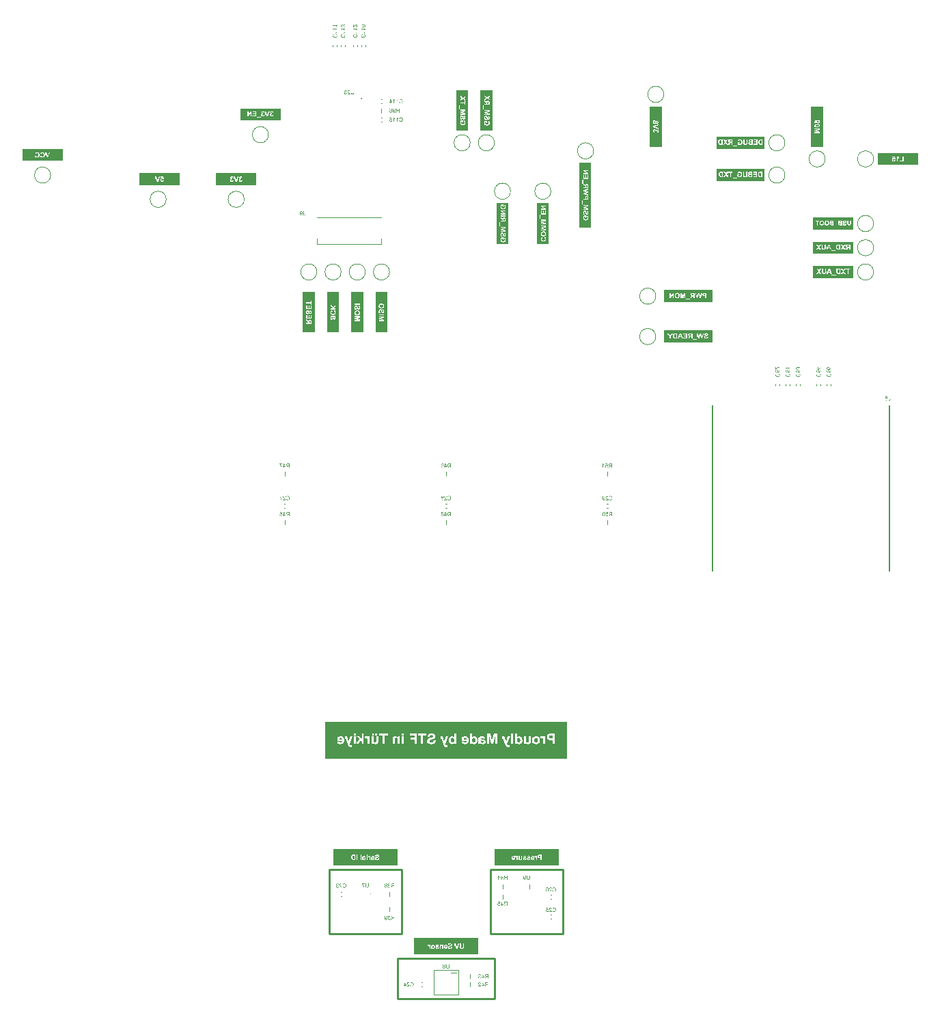
<source format=gbo>
G04*
G04 #@! TF.GenerationSoftware,Altium Limited,Altium Designer,23.3.1 (30)*
G04*
G04 Layer_Color=32896*
%FSLAX44Y44*%
%MOMM*%
G71*
G04*
G04 #@! TF.SameCoordinates,DCB42576-95BD-42AD-BAF6-B7D1C35FFA17*
G04*
G04*
G04 #@! TF.FilePolarity,Positive*
G04*
G01*
G75*
%ADD10C,0.2000*%
%ADD11C,0.1000*%
%ADD14C,0.0500*%
%ADD15C,0.2540*%
G36*
X77500Y915000D02*
X62500D01*
Y965000D01*
X77500D01*
Y915000D01*
D02*
G37*
G36*
X267500Y1035000D02*
X252500D01*
Y1085000D01*
X267500D01*
Y1035000D01*
D02*
G37*
G36*
X140000Y145000D02*
X60000D01*
Y165000D01*
X140000D01*
Y145000D01*
D02*
G37*
G36*
X40000Y55000D02*
Y35000D01*
X-40000D01*
Y55000D01*
X40000D01*
D02*
G37*
G36*
X-60000Y165000D02*
Y145000D01*
X-140000D01*
Y165000D01*
X-60000D01*
D02*
G37*
G36*
X-162500Y805000D02*
X-177500D01*
Y855000D01*
X-162500D01*
Y805000D01*
D02*
G37*
G36*
X395000Y992500D02*
X335000D01*
Y1007500D01*
X395000D01*
Y992500D01*
D02*
G37*
G36*
X505000Y872500D02*
X455000D01*
Y887500D01*
X505000D01*
Y872500D01*
D02*
G37*
G36*
Y932500D02*
X455000D01*
Y947500D01*
X505000D01*
Y932500D01*
D02*
G37*
G36*
X57500Y1055000D02*
X42500D01*
Y1105000D01*
X57500D01*
Y1055000D01*
D02*
G37*
G36*
X-475000Y1017500D02*
X-525000D01*
Y1032500D01*
X-475000D01*
Y1017500D01*
D02*
G37*
G36*
X330000Y807500D02*
Y792500D01*
X270000D01*
Y807500D01*
X330000D01*
D02*
G37*
G36*
X395000Y1032500D02*
X335000D01*
Y1047500D01*
X395000D01*
Y1032500D01*
D02*
G37*
G36*
X330000Y857500D02*
Y842500D01*
X270000D01*
Y857500D01*
X330000D01*
D02*
G37*
G36*
X-330000Y987500D02*
X-380000D01*
Y1002500D01*
X-330000D01*
Y987500D01*
D02*
G37*
G36*
X27500Y1055000D02*
X12500D01*
Y1105000D01*
X27500D01*
Y1055000D01*
D02*
G37*
G36*
X127500Y915000D02*
X112500D01*
Y965000D01*
X127500D01*
Y915000D01*
D02*
G37*
G36*
X-205000Y1067500D02*
X-255000D01*
Y1082500D01*
X-205000D01*
Y1067500D01*
D02*
G37*
G36*
X-132500Y805000D02*
X-147500D01*
Y855000D01*
X-132500D01*
Y805000D01*
D02*
G37*
G36*
X505000Y902500D02*
X455000D01*
Y917500D01*
X505000D01*
Y902500D01*
D02*
G37*
G36*
X-72500Y805000D02*
X-87500D01*
Y855000D01*
X-72500D01*
Y805000D01*
D02*
G37*
G36*
X467500Y1035000D02*
X452500D01*
Y1085000D01*
X467500D01*
Y1035000D01*
D02*
G37*
G36*
X-235000Y987500D02*
X-285000D01*
Y1002500D01*
X-235000D01*
Y987500D01*
D02*
G37*
G36*
X-102500Y805000D02*
X-117500D01*
Y855000D01*
X-102500D01*
Y805000D01*
D02*
G37*
G36*
X585000Y1012500D02*
X535000D01*
Y1027500D01*
X585000D01*
Y1012500D01*
D02*
G37*
G36*
X150000Y277128D02*
X-150000D01*
Y322872D01*
X150000D01*
Y277128D01*
D02*
G37*
G36*
X180000Y935000D02*
X165000D01*
Y1015000D01*
X180000D01*
Y935000D01*
D02*
G37*
G36*
X-124147Y1105098D02*
X-123947Y1105061D01*
X-123777Y1105002D01*
X-123629Y1104943D01*
X-123563Y1104906D01*
X-123511Y1104876D01*
X-123459Y1104847D01*
X-123422Y1104817D01*
X-123393Y1104795D01*
X-123371Y1104780D01*
X-123356Y1104773D01*
X-123348Y1104765D01*
X-123208Y1104625D01*
X-123097Y1104470D01*
X-123008Y1104307D01*
X-122934Y1104145D01*
X-122890Y1104004D01*
X-122868Y1103945D01*
X-122853Y1103893D01*
X-122846Y1103849D01*
X-122838Y1103819D01*
X-122831Y1103797D01*
Y1103790D01*
X-123459Y1103679D01*
X-123489Y1103842D01*
X-123533Y1103982D01*
X-123585Y1104100D01*
X-123637Y1104196D01*
X-123688Y1104270D01*
X-123733Y1104322D01*
X-123762Y1104359D01*
X-123770Y1104366D01*
X-123866Y1104440D01*
X-123969Y1104499D01*
X-124065Y1104536D01*
X-124161Y1104566D01*
X-124250Y1104581D01*
X-124317Y1104595D01*
X-124376D01*
X-124509Y1104588D01*
X-124627Y1104558D01*
X-124731Y1104522D01*
X-124819Y1104485D01*
X-124886Y1104440D01*
X-124937Y1104403D01*
X-124974Y1104374D01*
X-124982Y1104366D01*
X-125063Y1104278D01*
X-125122Y1104182D01*
X-125159Y1104085D01*
X-125189Y1103997D01*
X-125204Y1103915D01*
X-125218Y1103856D01*
Y1103812D01*
Y1103805D01*
Y1103797D01*
Y1103716D01*
X-125204Y1103642D01*
X-125167Y1103516D01*
X-125115Y1103406D01*
X-125056Y1103309D01*
X-124997Y1103243D01*
X-124945Y1103191D01*
X-124908Y1103161D01*
X-124901Y1103154D01*
X-124893D01*
X-124767Y1103088D01*
X-124649Y1103036D01*
X-124523Y1102999D01*
X-124413Y1102977D01*
X-124317Y1102962D01*
X-124235Y1102947D01*
X-124139D01*
X-124110Y1102955D01*
X-124073D01*
X-123999Y1102400D01*
X-124095Y1102422D01*
X-124184Y1102437D01*
X-124257Y1102452D01*
X-124324Y1102459D01*
X-124376Y1102467D01*
X-124442D01*
X-124597Y1102452D01*
X-124738Y1102422D01*
X-124864Y1102378D01*
X-124967Y1102326D01*
X-125048Y1102275D01*
X-125107Y1102230D01*
X-125144Y1102201D01*
X-125159Y1102186D01*
X-125255Y1102075D01*
X-125329Y1101957D01*
X-125381Y1101839D01*
X-125410Y1101720D01*
X-125433Y1101624D01*
X-125440Y1101543D01*
X-125448Y1101513D01*
Y1101491D01*
Y1101476D01*
Y1101469D01*
X-125433Y1101306D01*
X-125396Y1101159D01*
X-125351Y1101033D01*
X-125292Y1100922D01*
X-125233Y1100833D01*
X-125189Y1100767D01*
X-125152Y1100722D01*
X-125137Y1100708D01*
X-125019Y1100604D01*
X-124893Y1100530D01*
X-124767Y1100479D01*
X-124649Y1100442D01*
X-124546Y1100419D01*
X-124464Y1100412D01*
X-124435Y1100405D01*
X-124390D01*
X-124257Y1100412D01*
X-124132Y1100442D01*
X-124021Y1100479D01*
X-123932Y1100523D01*
X-123858Y1100560D01*
X-123799Y1100597D01*
X-123770Y1100626D01*
X-123755Y1100634D01*
X-123666Y1100737D01*
X-123592Y1100855D01*
X-123526Y1100981D01*
X-123474Y1101114D01*
X-123437Y1101225D01*
X-123422Y1101277D01*
X-123415Y1101321D01*
X-123407Y1101358D01*
X-123400Y1101388D01*
X-123393Y1101402D01*
Y1101410D01*
X-122764Y1101329D01*
X-122779Y1101210D01*
X-122801Y1101099D01*
X-122868Y1100892D01*
X-122949Y1100715D01*
X-122993Y1100641D01*
X-123038Y1100567D01*
X-123082Y1100501D01*
X-123127Y1100449D01*
X-123163Y1100397D01*
X-123201Y1100360D01*
X-123223Y1100331D01*
X-123245Y1100309D01*
X-123260Y1100294D01*
X-123267Y1100286D01*
X-123356Y1100220D01*
X-123444Y1100153D01*
X-123533Y1100101D01*
X-123629Y1100057D01*
X-123814Y1099983D01*
X-123991Y1099939D01*
X-124073Y1099924D01*
X-124147Y1099909D01*
X-124213Y1099902D01*
X-124272Y1099894D01*
X-124317Y1099887D01*
X-124383D01*
X-124523Y1099894D01*
X-124649Y1099909D01*
X-124775Y1099931D01*
X-124893Y1099961D01*
X-125004Y1099998D01*
X-125100Y1100035D01*
X-125196Y1100079D01*
X-125277Y1100124D01*
X-125359Y1100161D01*
X-125425Y1100205D01*
X-125484Y1100242D01*
X-125529Y1100279D01*
X-125566Y1100309D01*
X-125595Y1100331D01*
X-125610Y1100345D01*
X-125618Y1100353D01*
X-125706Y1100442D01*
X-125780Y1100538D01*
X-125847Y1100634D01*
X-125906Y1100730D01*
X-125950Y1100818D01*
X-125994Y1100915D01*
X-126053Y1101092D01*
X-126068Y1101173D01*
X-126083Y1101247D01*
X-126098Y1101314D01*
X-126105Y1101373D01*
X-126113Y1101417D01*
Y1101454D01*
Y1101476D01*
Y1101484D01*
X-126105Y1101661D01*
X-126076Y1101824D01*
X-126031Y1101964D01*
X-125987Y1102082D01*
X-125943Y1102178D01*
X-125898Y1102252D01*
X-125869Y1102297D01*
X-125861Y1102311D01*
X-125758Y1102422D01*
X-125647Y1102518D01*
X-125529Y1102592D01*
X-125410Y1102652D01*
X-125307Y1102696D01*
X-125226Y1102726D01*
X-125196Y1102733D01*
X-125174Y1102740D01*
X-125159Y1102748D01*
X-125152D01*
X-125277Y1102814D01*
X-125381Y1102881D01*
X-125470Y1102955D01*
X-125543Y1103021D01*
X-125603Y1103080D01*
X-125647Y1103132D01*
X-125669Y1103161D01*
X-125677Y1103176D01*
X-125736Y1103280D01*
X-125780Y1103383D01*
X-125817Y1103487D01*
X-125839Y1103583D01*
X-125854Y1103664D01*
X-125861Y1103723D01*
Y1103768D01*
Y1103782D01*
X-125854Y1103908D01*
X-125832Y1104034D01*
X-125802Y1104145D01*
X-125765Y1104241D01*
X-125728Y1104322D01*
X-125699Y1104389D01*
X-125677Y1104426D01*
X-125669Y1104440D01*
X-125595Y1104551D01*
X-125507Y1104647D01*
X-125418Y1104728D01*
X-125329Y1104802D01*
X-125255Y1104854D01*
X-125189Y1104899D01*
X-125144Y1104921D01*
X-125137Y1104928D01*
X-125130D01*
X-124997Y1104987D01*
X-124864Y1105032D01*
X-124731Y1105069D01*
X-124612Y1105091D01*
X-124516Y1105106D01*
X-124435Y1105113D01*
X-124250D01*
X-124147Y1105098D01*
D02*
G37*
G36*
X-120340Y1105106D02*
X-120214Y1105098D01*
X-120096Y1105076D01*
X-119985Y1105054D01*
X-119882Y1105024D01*
X-119786Y1104995D01*
X-119697Y1104958D01*
X-119616Y1104921D01*
X-119542Y1104884D01*
X-119483Y1104847D01*
X-119431Y1104817D01*
X-119387Y1104788D01*
X-119349Y1104765D01*
X-119327Y1104743D01*
X-119313Y1104736D01*
X-119305Y1104728D01*
X-119231Y1104655D01*
X-119165Y1104573D01*
X-119098Y1104485D01*
X-119046Y1104396D01*
X-118958Y1104219D01*
X-118899Y1104041D01*
X-118876Y1103960D01*
X-118854Y1103878D01*
X-118840Y1103812D01*
X-118825Y1103753D01*
X-118817Y1103701D01*
Y1103664D01*
X-118810Y1103642D01*
Y1103635D01*
X-119453Y1103568D01*
X-119468Y1103738D01*
X-119497Y1103886D01*
X-119542Y1104019D01*
X-119593Y1104122D01*
X-119638Y1104211D01*
X-119682Y1104270D01*
X-119712Y1104307D01*
X-119726Y1104322D01*
X-119837Y1104411D01*
X-119956Y1104477D01*
X-120081Y1104529D01*
X-120192Y1104558D01*
X-120296Y1104581D01*
X-120384Y1104588D01*
X-120414Y1104595D01*
X-120458D01*
X-120613Y1104588D01*
X-120754Y1104558D01*
X-120872Y1104514D01*
X-120976Y1104470D01*
X-121057Y1104418D01*
X-121109Y1104381D01*
X-121146Y1104352D01*
X-121160Y1104337D01*
X-121249Y1104233D01*
X-121316Y1104130D01*
X-121367Y1104026D01*
X-121397Y1103923D01*
X-121419Y1103842D01*
X-121426Y1103768D01*
X-121434Y1103723D01*
Y1103716D01*
Y1103708D01*
X-121419Y1103576D01*
X-121390Y1103435D01*
X-121338Y1103309D01*
X-121286Y1103191D01*
X-121227Y1103095D01*
X-121175Y1103014D01*
X-121160Y1102984D01*
X-121146Y1102962D01*
X-121131Y1102955D01*
Y1102947D01*
X-121072Y1102866D01*
X-120998Y1102785D01*
X-120917Y1102696D01*
X-120828Y1102607D01*
X-120643Y1102430D01*
X-120458Y1102252D01*
X-120362Y1102171D01*
X-120281Y1102097D01*
X-120200Y1102031D01*
X-120133Y1101972D01*
X-120081Y1101927D01*
X-120037Y1101890D01*
X-120007Y1101868D01*
X-120000Y1101861D01*
X-119815Y1101705D01*
X-119645Y1101558D01*
X-119505Y1101425D01*
X-119394Y1101314D01*
X-119298Y1101218D01*
X-119231Y1101151D01*
X-119194Y1101107D01*
X-119179Y1101099D01*
Y1101092D01*
X-119076Y1100966D01*
X-118995Y1100848D01*
X-118921Y1100730D01*
X-118862Y1100626D01*
X-118817Y1100538D01*
X-118788Y1100471D01*
X-118773Y1100427D01*
X-118766Y1100419D01*
Y1100412D01*
X-118736Y1100331D01*
X-118721Y1100257D01*
X-118707Y1100183D01*
X-118699Y1100116D01*
X-118692Y1100057D01*
Y1100013D01*
Y1099983D01*
Y1099976D01*
X-122084D01*
Y1100582D01*
X-119564D01*
X-119653Y1100708D01*
X-119697Y1100759D01*
X-119734Y1100811D01*
X-119771Y1100855D01*
X-119800Y1100885D01*
X-119823Y1100907D01*
X-119830Y1100915D01*
X-119867Y1100952D01*
X-119911Y1100988D01*
X-120015Y1101085D01*
X-120133Y1101195D01*
X-120259Y1101306D01*
X-120377Y1101402D01*
X-120429Y1101447D01*
X-120473Y1101491D01*
X-120510Y1101521D01*
X-120540Y1101543D01*
X-120554Y1101558D01*
X-120562Y1101565D01*
X-120680Y1101668D01*
X-120798Y1101765D01*
X-120902Y1101861D01*
X-120998Y1101942D01*
X-121087Y1102023D01*
X-121160Y1102097D01*
X-121234Y1102164D01*
X-121293Y1102223D01*
X-121353Y1102282D01*
X-121397Y1102326D01*
X-121434Y1102363D01*
X-121471Y1102400D01*
X-121508Y1102445D01*
X-121523Y1102459D01*
X-121626Y1102585D01*
X-121715Y1102696D01*
X-121789Y1102807D01*
X-121848Y1102896D01*
X-121892Y1102977D01*
X-121922Y1103036D01*
X-121937Y1103073D01*
X-121944Y1103088D01*
X-121988Y1103198D01*
X-122018Y1103309D01*
X-122047Y1103413D01*
X-122062Y1103502D01*
X-122070Y1103583D01*
X-122077Y1103642D01*
Y1103679D01*
Y1103694D01*
X-122070Y1103805D01*
X-122055Y1103908D01*
X-122040Y1104012D01*
X-122010Y1104100D01*
X-121937Y1104278D01*
X-121863Y1104418D01*
X-121818Y1104485D01*
X-121781Y1104536D01*
X-121744Y1104588D01*
X-121707Y1104625D01*
X-121678Y1104655D01*
X-121663Y1104684D01*
X-121648Y1104692D01*
X-121641Y1104699D01*
X-121560Y1104773D01*
X-121471Y1104839D01*
X-121375Y1104891D01*
X-121279Y1104936D01*
X-121087Y1105009D01*
X-120894Y1105061D01*
X-120813Y1105076D01*
X-120732Y1105091D01*
X-120658Y1105098D01*
X-120599Y1105106D01*
X-120547Y1105113D01*
X-120473D01*
X-120340Y1105106D01*
D02*
G37*
G36*
X-113887Y1102134D02*
Y1101986D01*
X-113895Y1101846D01*
X-113902Y1101713D01*
X-113917Y1101587D01*
X-113932Y1101476D01*
X-113946Y1101373D01*
X-113969Y1101277D01*
X-113983Y1101188D01*
X-113998Y1101107D01*
X-114020Y1101040D01*
X-114035Y1100981D01*
X-114050Y1100937D01*
X-114065Y1100900D01*
X-114072Y1100870D01*
X-114080Y1100855D01*
Y1100848D01*
X-114161Y1100685D01*
X-114264Y1100538D01*
X-114368Y1100419D01*
X-114479Y1100316D01*
X-114575Y1100235D01*
X-114656Y1100175D01*
X-114686Y1100161D01*
X-114708Y1100146D01*
X-114722Y1100131D01*
X-114730D01*
X-114915Y1100050D01*
X-115107Y1099991D01*
X-115306Y1099946D01*
X-115491Y1099917D01*
X-115573Y1099909D01*
X-115654Y1099902D01*
X-115728Y1099894D01*
X-115787D01*
X-115839Y1099887D01*
X-115905D01*
X-116171Y1099902D01*
X-116290Y1099917D01*
X-116400Y1099931D01*
X-116511Y1099954D01*
X-116607Y1099976D01*
X-116696Y1099998D01*
X-116777Y1100028D01*
X-116851Y1100057D01*
X-116910Y1100079D01*
X-116969Y1100101D01*
X-117014Y1100124D01*
X-117051Y1100146D01*
X-117073Y1100153D01*
X-117088Y1100168D01*
X-117095D01*
X-117258Y1100279D01*
X-117391Y1100405D01*
X-117494Y1100523D01*
X-117583Y1100641D01*
X-117649Y1100745D01*
X-117694Y1100826D01*
X-117709Y1100855D01*
X-117723Y1100878D01*
X-117731Y1100892D01*
Y1100900D01*
X-117760Y1100988D01*
X-117790Y1101085D01*
X-117834Y1101284D01*
X-117864Y1101491D01*
X-117886Y1101691D01*
X-117893Y1101779D01*
X-117901Y1101868D01*
Y1101942D01*
X-117908Y1102009D01*
Y1102060D01*
Y1102097D01*
Y1102127D01*
Y1102134D01*
Y1105091D01*
X-117228D01*
Y1102134D01*
Y1101964D01*
X-117213Y1101802D01*
X-117199Y1101661D01*
X-117177Y1101528D01*
X-117154Y1101410D01*
X-117125Y1101299D01*
X-117103Y1101203D01*
X-117073Y1101122D01*
X-117043Y1101055D01*
X-117014Y1100988D01*
X-116984Y1100944D01*
X-116962Y1100900D01*
X-116940Y1100870D01*
X-116925Y1100848D01*
X-116918Y1100841D01*
X-116910Y1100833D01*
X-116844Y1100774D01*
X-116770Y1100722D01*
X-116607Y1100641D01*
X-116437Y1100582D01*
X-116260Y1100545D01*
X-116097Y1100515D01*
X-116031Y1100508D01*
X-115964D01*
X-115920Y1100501D01*
X-115846D01*
X-115691Y1100508D01*
X-115550Y1100530D01*
X-115417Y1100552D01*
X-115314Y1100589D01*
X-115225Y1100619D01*
X-115159Y1100641D01*
X-115122Y1100663D01*
X-115107Y1100671D01*
X-115003Y1100737D01*
X-114915Y1100818D01*
X-114841Y1100900D01*
X-114789Y1100974D01*
X-114745Y1101048D01*
X-114708Y1101099D01*
X-114693Y1101136D01*
X-114686Y1101151D01*
X-114663Y1101218D01*
X-114649Y1101284D01*
X-114619Y1101439D01*
X-114597Y1101602D01*
X-114582Y1101765D01*
X-114575Y1101905D01*
Y1101972D01*
X-114567Y1102023D01*
Y1102068D01*
Y1102105D01*
Y1102127D01*
Y1102134D01*
Y1105091D01*
X-113887D01*
Y1102134D01*
D02*
G37*
G36*
X97757Y132605D02*
X97875Y132591D01*
X97993Y132569D01*
X98097Y132539D01*
X98296Y132458D01*
X98385Y132421D01*
X98459Y132376D01*
X98533Y132325D01*
X98592Y132288D01*
X98651Y132243D01*
X98695Y132206D01*
X98732Y132177D01*
X98755Y132155D01*
X98769Y132140D01*
X98777Y132132D01*
X98858Y132044D01*
X98925Y131940D01*
X98991Y131844D01*
X99043Y131741D01*
X99087Y131630D01*
X99124Y131526D01*
X99176Y131334D01*
X99198Y131238D01*
X99213Y131157D01*
X99220Y131075D01*
X99228Y131009D01*
X99235Y130957D01*
Y130920D01*
Y130891D01*
Y130883D01*
X99228Y130743D01*
X99213Y130617D01*
X99198Y130492D01*
X99169Y130373D01*
X99131Y130270D01*
X99094Y130166D01*
X99058Y130078D01*
X99013Y129996D01*
X98976Y129922D01*
X98939Y129856D01*
X98902Y129804D01*
X98865Y129752D01*
X98836Y129715D01*
X98821Y129693D01*
X98806Y129678D01*
X98799Y129671D01*
X98718Y129590D01*
X98629Y129523D01*
X98540Y129457D01*
X98444Y129405D01*
X98355Y129361D01*
X98267Y129324D01*
X98097Y129272D01*
X98023Y129250D01*
X97949Y129235D01*
X97890Y129228D01*
X97831Y129220D01*
X97786Y129213D01*
X97727D01*
X97587Y129220D01*
X97454Y129242D01*
X97335Y129272D01*
X97225Y129309D01*
X97143Y129339D01*
X97077Y129368D01*
X97032Y129390D01*
X97018Y129398D01*
X96899Y129472D01*
X96796Y129553D01*
X96707Y129634D01*
X96633Y129708D01*
X96581Y129782D01*
X96537Y129834D01*
X96508Y129871D01*
X96500Y129885D01*
Y129826D01*
Y129789D01*
Y129767D01*
Y129760D01*
X96508Y129612D01*
X96515Y129472D01*
X96530Y129346D01*
X96545Y129228D01*
X96567Y129131D01*
X96581Y129058D01*
X96589Y129028D01*
Y129006D01*
X96596Y128998D01*
Y128991D01*
X96633Y128858D01*
X96670Y128740D01*
X96707Y128636D01*
X96744Y128548D01*
X96774Y128481D01*
X96803Y128429D01*
X96818Y128392D01*
X96825Y128385D01*
X96884Y128304D01*
X96944Y128237D01*
X97003Y128178D01*
X97062Y128126D01*
X97106Y128082D01*
X97151Y128052D01*
X97180Y128038D01*
X97188Y128030D01*
X97269Y127986D01*
X97358Y127956D01*
X97439Y127934D01*
X97520Y127919D01*
X97587Y127912D01*
X97638Y127905D01*
X97690D01*
X97808Y127912D01*
X97919Y127934D01*
X98015Y127964D01*
X98097Y128001D01*
X98156Y128030D01*
X98208Y128060D01*
X98237Y128082D01*
X98244Y128089D01*
X98318Y128171D01*
X98378Y128267D01*
X98429Y128370D01*
X98466Y128474D01*
X98496Y128562D01*
X98518Y128644D01*
X98525Y128673D01*
Y128688D01*
X98533Y128703D01*
Y128710D01*
X99139Y128659D01*
X99094Y128444D01*
X99035Y128259D01*
X98961Y128097D01*
X98888Y127964D01*
X98814Y127860D01*
X98777Y127816D01*
X98747Y127779D01*
X98725Y127757D01*
X98703Y127734D01*
X98695Y127727D01*
X98688Y127720D01*
X98614Y127661D01*
X98533Y127609D01*
X98370Y127528D01*
X98208Y127469D01*
X98052Y127431D01*
X97912Y127402D01*
X97853Y127395D01*
X97801D01*
X97764Y127387D01*
X97705D01*
X97498Y127402D01*
X97313Y127431D01*
X97143Y127483D01*
X97003Y127542D01*
X96944Y127564D01*
X96884Y127594D01*
X96840Y127624D01*
X96796Y127646D01*
X96766Y127661D01*
X96744Y127675D01*
X96729Y127690D01*
X96722D01*
X96574Y127816D01*
X96441Y127956D01*
X96338Y128104D01*
X96249Y128244D01*
X96175Y128370D01*
X96145Y128429D01*
X96123Y128474D01*
X96108Y128518D01*
X96094Y128548D01*
X96086Y128562D01*
Y128570D01*
X96049Y128681D01*
X96012Y128806D01*
X95961Y129058D01*
X95924Y129324D01*
X95901Y129575D01*
X95887Y129686D01*
X95879Y129797D01*
Y129893D01*
X95872Y129974D01*
Y130041D01*
Y130092D01*
Y130129D01*
Y130137D01*
Y130307D01*
X95879Y130469D01*
X95894Y130617D01*
X95909Y130758D01*
X95924Y130883D01*
X95938Y131002D01*
X95961Y131112D01*
X95983Y131208D01*
X96005Y131290D01*
X96020Y131364D01*
X96042Y131430D01*
X96057Y131482D01*
X96072Y131519D01*
X96086Y131549D01*
X96094Y131563D01*
Y131571D01*
X96182Y131748D01*
X96278Y131903D01*
X96389Y132036D01*
X96485Y132147D01*
X96581Y132228D01*
X96655Y132288D01*
X96685Y132310D01*
X96707Y132325D01*
X96714Y132339D01*
X96722D01*
X96877Y132428D01*
X97032Y132495D01*
X97188Y132546D01*
X97328Y132576D01*
X97454Y132598D01*
X97505Y132605D01*
X97542D01*
X97579Y132613D01*
X97631D01*
X97757Y132605D01*
D02*
G37*
G36*
X104128Y129634D02*
Y129486D01*
X104121Y129346D01*
X104113Y129213D01*
X104099Y129087D01*
X104084Y128976D01*
X104069Y128873D01*
X104047Y128777D01*
X104032Y128688D01*
X104017Y128607D01*
X103995Y128540D01*
X103980Y128481D01*
X103966Y128437D01*
X103951Y128400D01*
X103943Y128370D01*
X103936Y128355D01*
Y128348D01*
X103855Y128185D01*
X103751Y128038D01*
X103648Y127919D01*
X103537Y127816D01*
X103441Y127734D01*
X103359Y127675D01*
X103330Y127661D01*
X103308Y127646D01*
X103293Y127631D01*
X103286D01*
X103101Y127550D01*
X102908Y127491D01*
X102709Y127446D01*
X102524Y127417D01*
X102443Y127409D01*
X102361Y127402D01*
X102288Y127395D01*
X102228D01*
X102177Y127387D01*
X102110D01*
X101844Y127402D01*
X101726Y127417D01*
X101615Y127431D01*
X101504Y127454D01*
X101408Y127476D01*
X101319Y127498D01*
X101238Y127528D01*
X101164Y127557D01*
X101105Y127579D01*
X101046Y127601D01*
X101002Y127624D01*
X100965Y127646D01*
X100942Y127653D01*
X100928Y127668D01*
X100920D01*
X100758Y127779D01*
X100625Y127905D01*
X100521Y128023D01*
X100432Y128141D01*
X100366Y128244D01*
X100322Y128326D01*
X100307Y128355D01*
X100292Y128378D01*
X100285Y128392D01*
Y128400D01*
X100255Y128489D01*
X100225Y128585D01*
X100181Y128784D01*
X100152Y128991D01*
X100129Y129191D01*
X100122Y129279D01*
X100115Y129368D01*
Y129442D01*
X100107Y129508D01*
Y129560D01*
Y129597D01*
Y129627D01*
Y129634D01*
Y132591D01*
X100787D01*
Y129634D01*
Y129464D01*
X100802Y129302D01*
X100817Y129161D01*
X100839Y129028D01*
X100861Y128910D01*
X100891Y128799D01*
X100913Y128703D01*
X100942Y128622D01*
X100972Y128555D01*
X101002Y128489D01*
X101031Y128444D01*
X101053Y128400D01*
X101075Y128370D01*
X101090Y128348D01*
X101098Y128341D01*
X101105Y128333D01*
X101172Y128274D01*
X101245Y128222D01*
X101408Y128141D01*
X101578Y128082D01*
X101755Y128045D01*
X101918Y128015D01*
X101985Y128008D01*
X102051D01*
X102095Y128001D01*
X102169D01*
X102325Y128008D01*
X102465Y128030D01*
X102598Y128052D01*
X102702Y128089D01*
X102790Y128119D01*
X102857Y128141D01*
X102894Y128163D01*
X102908Y128171D01*
X103012Y128237D01*
X103101Y128319D01*
X103175Y128400D01*
X103226Y128474D01*
X103271Y128548D01*
X103308Y128599D01*
X103322Y128636D01*
X103330Y128651D01*
X103352Y128718D01*
X103367Y128784D01*
X103396Y128939D01*
X103419Y129102D01*
X103433Y129265D01*
X103441Y129405D01*
Y129472D01*
X103448Y129523D01*
Y129568D01*
Y129605D01*
Y129627D01*
Y129634D01*
Y132591D01*
X104128D01*
Y129634D01*
D02*
G37*
G36*
X4128Y19634D02*
Y19486D01*
X4121Y19346D01*
X4113Y19213D01*
X4099Y19087D01*
X4084Y18976D01*
X4069Y18873D01*
X4047Y18777D01*
X4032Y18688D01*
X4017Y18607D01*
X3995Y18540D01*
X3980Y18481D01*
X3965Y18437D01*
X3951Y18400D01*
X3943Y18370D01*
X3936Y18355D01*
Y18348D01*
X3855Y18185D01*
X3751Y18038D01*
X3648Y17919D01*
X3537Y17816D01*
X3441Y17735D01*
X3359Y17675D01*
X3330Y17661D01*
X3308Y17646D01*
X3293Y17631D01*
X3286D01*
X3101Y17550D01*
X2909Y17491D01*
X2709Y17446D01*
X2524Y17417D01*
X2443Y17409D01*
X2361Y17402D01*
X2288Y17395D01*
X2228D01*
X2177Y17387D01*
X2110D01*
X1844Y17402D01*
X1726Y17417D01*
X1615Y17431D01*
X1504Y17454D01*
X1408Y17476D01*
X1319Y17498D01*
X1238Y17528D01*
X1164Y17557D01*
X1105Y17579D01*
X1046Y17601D01*
X1001Y17624D01*
X965Y17646D01*
X942Y17653D01*
X928Y17668D01*
X920D01*
X758Y17779D01*
X625Y17905D01*
X521Y18023D01*
X432Y18141D01*
X366Y18245D01*
X322Y18326D01*
X307Y18355D01*
X292Y18378D01*
X285Y18392D01*
Y18400D01*
X255Y18489D01*
X225Y18585D01*
X181Y18784D01*
X152Y18991D01*
X129Y19191D01*
X122Y19279D01*
X115Y19368D01*
Y19442D01*
X107Y19509D01*
Y19560D01*
Y19597D01*
Y19627D01*
Y19634D01*
Y22591D01*
X787D01*
Y19634D01*
Y19464D01*
X802Y19302D01*
X817Y19161D01*
X839Y19028D01*
X861Y18910D01*
X891Y18799D01*
X913Y18703D01*
X942Y18621D01*
X972Y18555D01*
X1001Y18489D01*
X1031Y18444D01*
X1053Y18400D01*
X1075Y18370D01*
X1090Y18348D01*
X1098Y18341D01*
X1105Y18333D01*
X1172Y18274D01*
X1245Y18222D01*
X1408Y18141D01*
X1578Y18082D01*
X1755Y18045D01*
X1918Y18015D01*
X1985Y18008D01*
X2051D01*
X2095Y18001D01*
X2169D01*
X2325Y18008D01*
X2465Y18030D01*
X2598Y18052D01*
X2702Y18089D01*
X2790Y18119D01*
X2857Y18141D01*
X2894Y18163D01*
X2909Y18171D01*
X3012Y18237D01*
X3101Y18319D01*
X3175Y18400D01*
X3226Y18474D01*
X3271Y18548D01*
X3308Y18599D01*
X3322Y18636D01*
X3330Y18651D01*
X3352Y18718D01*
X3367Y18784D01*
X3396Y18939D01*
X3419Y19102D01*
X3433Y19265D01*
X3441Y19405D01*
Y19471D01*
X3448Y19523D01*
Y19568D01*
Y19605D01*
Y19627D01*
Y19634D01*
Y22591D01*
X4128D01*
Y19634D01*
D02*
G37*
G36*
X-2310Y22606D02*
X-2192Y22598D01*
X-1985Y22554D01*
X-1889Y22524D01*
X-1800Y22495D01*
X-1718Y22458D01*
X-1645Y22421D01*
X-1585Y22384D01*
X-1526Y22347D01*
X-1475Y22317D01*
X-1438Y22288D01*
X-1408Y22266D01*
X-1386Y22243D01*
X-1371Y22236D01*
X-1364Y22229D01*
X-1297Y22155D01*
X-1231Y22081D01*
X-1179Y21999D01*
X-1135Y21918D01*
X-1061Y21763D01*
X-1016Y21615D01*
X-987Y21489D01*
X-979Y21430D01*
X-972Y21386D01*
X-965Y21342D01*
Y21312D01*
Y21297D01*
Y21290D01*
X-972Y21157D01*
X-994Y21031D01*
X-1024Y20920D01*
X-1061Y20824D01*
X-1090Y20750D01*
X-1120Y20691D01*
X-1142Y20662D01*
X-1149Y20647D01*
X-1231Y20558D01*
X-1319Y20477D01*
X-1416Y20403D01*
X-1512Y20344D01*
X-1600Y20299D01*
X-1667Y20270D01*
X-1696Y20255D01*
X-1718Y20248D01*
X-1726Y20240D01*
X-1733D01*
X-1563Y20189D01*
X-1423Y20122D01*
X-1297Y20041D01*
X-1194Y19967D01*
X-1112Y19893D01*
X-1053Y19834D01*
X-1024Y19797D01*
X-1009Y19789D01*
Y19782D01*
X-928Y19649D01*
X-861Y19509D01*
X-817Y19375D01*
X-787Y19242D01*
X-772Y19124D01*
X-765Y19072D01*
Y19028D01*
X-758Y18999D01*
Y18969D01*
Y18954D01*
Y18947D01*
X-765Y18829D01*
X-780Y18710D01*
X-802Y18599D01*
X-831Y18489D01*
X-905Y18304D01*
X-942Y18215D01*
X-987Y18141D01*
X-1031Y18067D01*
X-1068Y18008D01*
X-1112Y17956D01*
X-1142Y17912D01*
X-1172Y17875D01*
X-1194Y17853D01*
X-1208Y17838D01*
X-1216Y17831D01*
X-1305Y17749D01*
X-1401Y17683D01*
X-1504Y17624D01*
X-1608Y17572D01*
X-1704Y17535D01*
X-1807Y17498D01*
X-2007Y17446D01*
X-2095Y17424D01*
X-2177Y17409D01*
X-2251Y17402D01*
X-2317Y17395D01*
X-2369Y17387D01*
X-2443D01*
X-2583Y17395D01*
X-2709Y17409D01*
X-2835Y17431D01*
X-2953Y17454D01*
X-3056Y17491D01*
X-3160Y17528D01*
X-3256Y17565D01*
X-3337Y17609D01*
X-3411Y17653D01*
X-3478Y17690D01*
X-3529Y17727D01*
X-3581Y17764D01*
X-3618Y17786D01*
X-3640Y17809D01*
X-3655Y17823D01*
X-3663Y17831D01*
X-3744Y17919D01*
X-3818Y18008D01*
X-3877Y18097D01*
X-3929Y18193D01*
X-3980Y18282D01*
X-4017Y18378D01*
X-4069Y18548D01*
X-4091Y18629D01*
X-4106Y18703D01*
X-4113Y18769D01*
X-4121Y18821D01*
X-4128Y18865D01*
Y18902D01*
Y18925D01*
Y18932D01*
X-4121Y19102D01*
X-4091Y19257D01*
X-4047Y19398D01*
X-4002Y19516D01*
X-3958Y19612D01*
X-3914Y19686D01*
X-3884Y19730D01*
X-3877Y19738D01*
Y19745D01*
X-3773Y19863D01*
X-3663Y19967D01*
X-3544Y20048D01*
X-3433Y20122D01*
X-3330Y20174D01*
X-3241Y20211D01*
X-3212Y20226D01*
X-3189Y20233D01*
X-3175Y20240D01*
X-3167D01*
X-3300Y20299D01*
X-3411Y20366D01*
X-3507Y20432D01*
X-3589Y20499D01*
X-3648Y20558D01*
X-3692Y20602D01*
X-3722Y20632D01*
X-3729Y20647D01*
X-3796Y20750D01*
X-3840Y20854D01*
X-3877Y20957D01*
X-3899Y21061D01*
X-3914Y21142D01*
X-3921Y21209D01*
Y21253D01*
Y21260D01*
Y21268D01*
X-3914Y21371D01*
X-3906Y21467D01*
X-3855Y21652D01*
X-3788Y21815D01*
X-3714Y21955D01*
X-3640Y22066D01*
X-3603Y22110D01*
X-3574Y22155D01*
X-3544Y22184D01*
X-3522Y22206D01*
X-3515Y22214D01*
X-3507Y22221D01*
X-3426Y22288D01*
X-3345Y22354D01*
X-3256Y22406D01*
X-3167Y22450D01*
X-2990Y22517D01*
X-2812Y22561D01*
X-2738Y22583D01*
X-2665Y22591D01*
X-2598Y22598D01*
X-2539Y22606D01*
X-2495Y22613D01*
X-2428D01*
X-2310Y22606D01*
D02*
G37*
G36*
X-95876Y119645D02*
Y119497D01*
X-95883Y119357D01*
X-95890Y119224D01*
X-95905Y119098D01*
X-95920Y118987D01*
X-95935Y118884D01*
X-95957Y118788D01*
X-95972Y118699D01*
X-95986Y118618D01*
X-96009Y118551D01*
X-96023Y118492D01*
X-96038Y118448D01*
X-96053Y118411D01*
X-96060Y118381D01*
X-96068Y118366D01*
Y118359D01*
X-96149Y118196D01*
X-96253Y118049D01*
X-96356Y117930D01*
X-96467Y117827D01*
X-96563Y117746D01*
X-96644Y117687D01*
X-96674Y117672D01*
X-96696Y117657D01*
X-96711Y117642D01*
X-96718D01*
X-96903Y117561D01*
X-97095Y117502D01*
X-97295Y117457D01*
X-97479Y117428D01*
X-97561Y117420D01*
X-97642Y117413D01*
X-97716Y117406D01*
X-97775D01*
X-97827Y117398D01*
X-97893D01*
X-98160Y117413D01*
X-98278Y117428D01*
X-98389Y117443D01*
X-98499Y117465D01*
X-98596Y117487D01*
X-98684Y117509D01*
X-98766Y117539D01*
X-98840Y117568D01*
X-98899Y117590D01*
X-98958Y117613D01*
X-99002Y117635D01*
X-99039Y117657D01*
X-99061Y117664D01*
X-99076Y117679D01*
X-99083D01*
X-99246Y117790D01*
X-99379Y117916D01*
X-99483Y118034D01*
X-99571Y118152D01*
X-99638Y118256D01*
X-99682Y118337D01*
X-99697Y118366D01*
X-99712Y118389D01*
X-99719Y118403D01*
Y118411D01*
X-99749Y118499D01*
X-99778Y118596D01*
X-99823Y118795D01*
X-99852Y119002D01*
X-99874Y119202D01*
X-99882Y119290D01*
X-99889Y119379D01*
Y119453D01*
X-99896Y119520D01*
Y119571D01*
Y119608D01*
Y119638D01*
Y119645D01*
Y122602D01*
X-99216D01*
Y119645D01*
Y119475D01*
X-99202Y119313D01*
X-99187Y119172D01*
X-99165Y119039D01*
X-99143Y118921D01*
X-99113Y118810D01*
X-99091Y118714D01*
X-99061Y118633D01*
X-99032Y118566D01*
X-99002Y118499D01*
X-98973Y118455D01*
X-98950Y118411D01*
X-98928Y118381D01*
X-98913Y118359D01*
X-98906Y118352D01*
X-98899Y118344D01*
X-98832Y118285D01*
X-98758Y118233D01*
X-98596Y118152D01*
X-98426Y118093D01*
X-98248Y118056D01*
X-98086Y118027D01*
X-98019Y118019D01*
X-97953D01*
X-97908Y118012D01*
X-97834D01*
X-97679Y118019D01*
X-97539Y118041D01*
X-97406Y118063D01*
X-97302Y118100D01*
X-97213Y118130D01*
X-97147Y118152D01*
X-97110Y118174D01*
X-97095Y118182D01*
X-96992Y118248D01*
X-96903Y118329D01*
X-96829Y118411D01*
X-96777Y118485D01*
X-96733Y118559D01*
X-96696Y118610D01*
X-96681Y118647D01*
X-96674Y118662D01*
X-96652Y118729D01*
X-96637Y118795D01*
X-96607Y118950D01*
X-96585Y119113D01*
X-96570Y119276D01*
X-96563Y119416D01*
Y119483D01*
X-96556Y119534D01*
Y119579D01*
Y119616D01*
Y119638D01*
Y119645D01*
Y122602D01*
X-95876D01*
Y119645D01*
D02*
G37*
G36*
X-100813Y121929D02*
X-103319D01*
X-103141Y121715D01*
X-102971Y121486D01*
X-102823Y121264D01*
X-102683Y121050D01*
X-102624Y120954D01*
X-102572Y120865D01*
X-102521Y120784D01*
X-102484Y120717D01*
X-102454Y120658D01*
X-102432Y120621D01*
X-102417Y120591D01*
X-102410Y120584D01*
X-102262Y120288D01*
X-102129Y119993D01*
X-102018Y119712D01*
X-101973Y119586D01*
X-101929Y119460D01*
X-101885Y119349D01*
X-101855Y119246D01*
X-101826Y119157D01*
X-101804Y119083D01*
X-101781Y119017D01*
X-101767Y118973D01*
X-101759Y118943D01*
Y118936D01*
X-101685Y118633D01*
X-101656Y118485D01*
X-101634Y118352D01*
X-101611Y118226D01*
X-101589Y118100D01*
X-101574Y117997D01*
X-101560Y117893D01*
X-101552Y117805D01*
X-101545Y117723D01*
X-101537Y117649D01*
Y117590D01*
X-101530Y117546D01*
Y117516D01*
Y117494D01*
Y117487D01*
X-102173D01*
X-102195Y117768D01*
X-102232Y118027D01*
X-102269Y118263D01*
X-102291Y118374D01*
X-102313Y118477D01*
X-102328Y118566D01*
X-102351Y118647D01*
X-102365Y118721D01*
X-102380Y118780D01*
X-102395Y118825D01*
X-102402Y118862D01*
X-102410Y118884D01*
Y118891D01*
X-102521Y119231D01*
X-102639Y119549D01*
X-102698Y119704D01*
X-102757Y119852D01*
X-102823Y119985D01*
X-102883Y120118D01*
X-102934Y120237D01*
X-102986Y120340D01*
X-103031Y120429D01*
X-103067Y120510D01*
X-103104Y120576D01*
X-103127Y120621D01*
X-103141Y120650D01*
X-103149Y120658D01*
X-103237Y120813D01*
X-103326Y120968D01*
X-103415Y121109D01*
X-103504Y121242D01*
X-103585Y121360D01*
X-103666Y121478D01*
X-103747Y121582D01*
X-103814Y121670D01*
X-103881Y121759D01*
X-103940Y121833D01*
X-103999Y121892D01*
X-104043Y121944D01*
X-104073Y121988D01*
X-104102Y122018D01*
X-104117Y122033D01*
X-104124Y122040D01*
Y122535D01*
X-100813D01*
Y121929D01*
D02*
G37*
G36*
X-68307Y1082606D02*
X-68167Y1082591D01*
X-68034Y1082561D01*
X-67908Y1082524D01*
X-67797Y1082472D01*
X-67687Y1082428D01*
X-67590Y1082369D01*
X-67502Y1082317D01*
X-67428Y1082265D01*
X-67354Y1082206D01*
X-67295Y1082162D01*
X-67250Y1082118D01*
X-67214Y1082073D01*
X-67184Y1082044D01*
X-67169Y1082029D01*
X-67162Y1082021D01*
X-67066Y1081889D01*
X-66984Y1081733D01*
X-66910Y1081571D01*
X-66844Y1081401D01*
X-66792Y1081223D01*
X-66748Y1081046D01*
X-66711Y1080861D01*
X-66681Y1080691D01*
X-66659Y1080521D01*
X-66644Y1080366D01*
X-66630Y1080225D01*
X-66622Y1080107D01*
Y1080004D01*
X-66615Y1079930D01*
Y1079900D01*
Y1079878D01*
Y1079871D01*
Y1079863D01*
X-66622Y1079627D01*
X-66637Y1079405D01*
X-66659Y1079198D01*
X-66696Y1079006D01*
X-66733Y1078836D01*
X-66770Y1078681D01*
X-66814Y1078540D01*
X-66866Y1078415D01*
X-66910Y1078311D01*
X-66955Y1078215D01*
X-66992Y1078141D01*
X-67036Y1078074D01*
X-67066Y1078023D01*
X-67088Y1077993D01*
X-67103Y1077971D01*
X-67110Y1077964D01*
X-67206Y1077860D01*
X-67309Y1077772D01*
X-67413Y1077698D01*
X-67516Y1077631D01*
X-67627Y1077572D01*
X-67731Y1077528D01*
X-67834Y1077491D01*
X-67938Y1077461D01*
X-68026Y1077439D01*
X-68115Y1077417D01*
X-68189Y1077402D01*
X-68256Y1077394D01*
X-68315D01*
X-68352Y1077387D01*
X-68389D01*
X-68559Y1077394D01*
X-68714Y1077424D01*
X-68854Y1077454D01*
X-68980Y1077498D01*
X-69076Y1077535D01*
X-69150Y1077572D01*
X-69180Y1077579D01*
X-69202Y1077594D01*
X-69209Y1077601D01*
X-69216D01*
X-69342Y1077690D01*
X-69460Y1077794D01*
X-69556Y1077897D01*
X-69638Y1078001D01*
X-69704Y1078097D01*
X-69749Y1078171D01*
X-69763Y1078200D01*
X-69778Y1078222D01*
X-69786Y1078230D01*
Y1078237D01*
X-69860Y1078392D01*
X-69911Y1078555D01*
X-69948Y1078703D01*
X-69970Y1078843D01*
X-69993Y1078961D01*
Y1079006D01*
X-70000Y1079050D01*
Y1079087D01*
Y1079109D01*
Y1079124D01*
Y1079131D01*
X-69993Y1079265D01*
X-69978Y1079390D01*
X-69956Y1079516D01*
X-69934Y1079627D01*
X-69896Y1079730D01*
X-69860Y1079834D01*
X-69823Y1079922D01*
X-69778Y1080004D01*
X-69734Y1080078D01*
X-69697Y1080144D01*
X-69660Y1080196D01*
X-69623Y1080248D01*
X-69601Y1080285D01*
X-69579Y1080307D01*
X-69564Y1080322D01*
X-69556Y1080329D01*
X-69475Y1080410D01*
X-69387Y1080484D01*
X-69290Y1080543D01*
X-69202Y1080595D01*
X-69113Y1080647D01*
X-69024Y1080684D01*
X-68854Y1080735D01*
X-68780Y1080758D01*
X-68706Y1080772D01*
X-68647Y1080780D01*
X-68588Y1080787D01*
X-68544Y1080795D01*
X-68485D01*
X-68352Y1080787D01*
X-68226Y1080765D01*
X-68108Y1080743D01*
X-68004Y1080713D01*
X-67916Y1080676D01*
X-67849Y1080654D01*
X-67805Y1080632D01*
X-67797Y1080625D01*
X-67790D01*
X-67672Y1080551D01*
X-67568Y1080469D01*
X-67472Y1080388D01*
X-67398Y1080299D01*
X-67332Y1080225D01*
X-67280Y1080166D01*
X-67250Y1080122D01*
X-67243Y1080115D01*
Y1080248D01*
X-67250Y1080381D01*
X-67258Y1080499D01*
X-67273Y1080617D01*
X-67280Y1080721D01*
X-67295Y1080817D01*
X-67309Y1080905D01*
X-67332Y1080987D01*
X-67347Y1081061D01*
X-67361Y1081120D01*
X-67376Y1081171D01*
X-67383Y1081216D01*
X-67398Y1081245D01*
X-67406Y1081268D01*
X-67413Y1081282D01*
Y1081290D01*
X-67487Y1081438D01*
X-67561Y1081571D01*
X-67642Y1081674D01*
X-67716Y1081763D01*
X-67783Y1081837D01*
X-67834Y1081889D01*
X-67871Y1081918D01*
X-67886Y1081925D01*
X-67975Y1081985D01*
X-68064Y1082021D01*
X-68152Y1082051D01*
X-68241Y1082073D01*
X-68307Y1082088D01*
X-68366Y1082095D01*
X-68418D01*
X-68551Y1082081D01*
X-68677Y1082051D01*
X-68780Y1082007D01*
X-68877Y1081962D01*
X-68950Y1081911D01*
X-69002Y1081866D01*
X-69032Y1081837D01*
X-69047Y1081822D01*
X-69098Y1081755D01*
X-69150Y1081674D01*
X-69194Y1081585D01*
X-69224Y1081497D01*
X-69254Y1081415D01*
X-69276Y1081349D01*
X-69283Y1081305D01*
X-69290Y1081297D01*
Y1081290D01*
X-69919Y1081341D01*
X-69874Y1081548D01*
X-69808Y1081733D01*
X-69734Y1081896D01*
X-69653Y1082029D01*
X-69571Y1082132D01*
X-69542Y1082177D01*
X-69505Y1082214D01*
X-69483Y1082236D01*
X-69460Y1082258D01*
X-69453Y1082265D01*
X-69446Y1082273D01*
X-69372Y1082332D01*
X-69290Y1082384D01*
X-69128Y1082472D01*
X-68965Y1082532D01*
X-68810Y1082569D01*
X-68670Y1082598D01*
X-68610Y1082606D01*
X-68559D01*
X-68514Y1082613D01*
X-68455D01*
X-68307Y1082606D01*
D02*
G37*
G36*
X-64146D02*
X-64028Y1082591D01*
X-63910Y1082569D01*
X-63806Y1082539D01*
X-63607Y1082458D01*
X-63518Y1082421D01*
X-63444Y1082376D01*
X-63370Y1082325D01*
X-63311Y1082288D01*
X-63252Y1082243D01*
X-63207Y1082206D01*
X-63170Y1082177D01*
X-63148Y1082155D01*
X-63133Y1082140D01*
X-63126Y1082132D01*
X-63045Y1082044D01*
X-62978Y1081940D01*
X-62912Y1081844D01*
X-62860Y1081741D01*
X-62816Y1081630D01*
X-62779Y1081526D01*
X-62727Y1081334D01*
X-62705Y1081238D01*
X-62690Y1081157D01*
X-62682Y1081075D01*
X-62675Y1081009D01*
X-62668Y1080957D01*
Y1080920D01*
Y1080891D01*
Y1080883D01*
X-62675Y1080743D01*
X-62690Y1080617D01*
X-62705Y1080491D01*
X-62734Y1080373D01*
X-62771Y1080270D01*
X-62808Y1080166D01*
X-62845Y1080078D01*
X-62889Y1079996D01*
X-62926Y1079922D01*
X-62963Y1079856D01*
X-63000Y1079804D01*
X-63037Y1079752D01*
X-63067Y1079715D01*
X-63082Y1079693D01*
X-63096Y1079678D01*
X-63104Y1079671D01*
X-63185Y1079590D01*
X-63274Y1079523D01*
X-63362Y1079457D01*
X-63459Y1079405D01*
X-63547Y1079361D01*
X-63636Y1079324D01*
X-63806Y1079272D01*
X-63880Y1079250D01*
X-63954Y1079235D01*
X-64013Y1079228D01*
X-64072Y1079220D01*
X-64117Y1079213D01*
X-64176D01*
X-64316Y1079220D01*
X-64449Y1079242D01*
X-64567Y1079272D01*
X-64678Y1079309D01*
X-64759Y1079339D01*
X-64826Y1079368D01*
X-64870Y1079390D01*
X-64885Y1079398D01*
X-65003Y1079472D01*
X-65107Y1079553D01*
X-65196Y1079634D01*
X-65269Y1079708D01*
X-65321Y1079782D01*
X-65366Y1079834D01*
X-65395Y1079871D01*
X-65403Y1079885D01*
Y1079826D01*
Y1079789D01*
Y1079767D01*
Y1079760D01*
X-65395Y1079612D01*
X-65388Y1079472D01*
X-65373Y1079346D01*
X-65358Y1079228D01*
X-65336Y1079131D01*
X-65321Y1079058D01*
X-65314Y1079028D01*
Y1079006D01*
X-65307Y1078998D01*
Y1078991D01*
X-65269Y1078858D01*
X-65233Y1078740D01*
X-65196Y1078636D01*
X-65159Y1078548D01*
X-65129Y1078481D01*
X-65100Y1078429D01*
X-65085Y1078392D01*
X-65077Y1078385D01*
X-65018Y1078304D01*
X-64959Y1078237D01*
X-64900Y1078178D01*
X-64841Y1078126D01*
X-64797Y1078082D01*
X-64752Y1078052D01*
X-64723Y1078038D01*
X-64715Y1078030D01*
X-64634Y1077986D01*
X-64545Y1077956D01*
X-64464Y1077934D01*
X-64383Y1077919D01*
X-64316Y1077912D01*
X-64264Y1077905D01*
X-64212D01*
X-64094Y1077912D01*
X-63983Y1077934D01*
X-63887Y1077964D01*
X-63806Y1078001D01*
X-63747Y1078030D01*
X-63695Y1078060D01*
X-63666Y1078082D01*
X-63658Y1078089D01*
X-63584Y1078171D01*
X-63525Y1078267D01*
X-63473Y1078370D01*
X-63436Y1078474D01*
X-63407Y1078562D01*
X-63385Y1078644D01*
X-63377Y1078673D01*
Y1078688D01*
X-63370Y1078703D01*
Y1078710D01*
X-62764Y1078658D01*
X-62808Y1078444D01*
X-62867Y1078259D01*
X-62941Y1078097D01*
X-63015Y1077964D01*
X-63089Y1077860D01*
X-63126Y1077816D01*
X-63156Y1077779D01*
X-63178Y1077757D01*
X-63200Y1077735D01*
X-63207Y1077727D01*
X-63215Y1077720D01*
X-63289Y1077661D01*
X-63370Y1077609D01*
X-63533Y1077528D01*
X-63695Y1077468D01*
X-63850Y1077431D01*
X-63991Y1077402D01*
X-64050Y1077394D01*
X-64102D01*
X-64139Y1077387D01*
X-64198D01*
X-64405Y1077402D01*
X-64590Y1077431D01*
X-64759Y1077483D01*
X-64900Y1077542D01*
X-64959Y1077564D01*
X-65018Y1077594D01*
X-65063Y1077624D01*
X-65107Y1077646D01*
X-65136Y1077661D01*
X-65159Y1077675D01*
X-65173Y1077690D01*
X-65181D01*
X-65329Y1077816D01*
X-65462Y1077956D01*
X-65565Y1078104D01*
X-65654Y1078244D01*
X-65728Y1078370D01*
X-65757Y1078429D01*
X-65780Y1078474D01*
X-65794Y1078518D01*
X-65809Y1078548D01*
X-65816Y1078562D01*
Y1078570D01*
X-65853Y1078681D01*
X-65890Y1078806D01*
X-65942Y1079058D01*
X-65979Y1079324D01*
X-66001Y1079575D01*
X-66016Y1079686D01*
X-66023Y1079797D01*
Y1079893D01*
X-66031Y1079974D01*
Y1080041D01*
Y1080092D01*
Y1080129D01*
Y1080137D01*
Y1080307D01*
X-66023Y1080469D01*
X-66009Y1080617D01*
X-65994Y1080758D01*
X-65979Y1080883D01*
X-65964Y1081002D01*
X-65942Y1081112D01*
X-65920Y1081208D01*
X-65898Y1081290D01*
X-65883Y1081364D01*
X-65861Y1081430D01*
X-65846Y1081482D01*
X-65831Y1081519D01*
X-65816Y1081548D01*
X-65809Y1081563D01*
Y1081571D01*
X-65720Y1081748D01*
X-65624Y1081903D01*
X-65513Y1082036D01*
X-65417Y1082147D01*
X-65321Y1082228D01*
X-65247Y1082288D01*
X-65218Y1082310D01*
X-65196Y1082325D01*
X-65188Y1082339D01*
X-65181D01*
X-65026Y1082428D01*
X-64870Y1082495D01*
X-64715Y1082546D01*
X-64575Y1082576D01*
X-64449Y1082598D01*
X-64397Y1082606D01*
X-64360D01*
X-64323Y1082613D01*
X-64272D01*
X-64146Y1082606D01*
D02*
G37*
G36*
X-57775Y1077476D02*
X-58455D01*
Y1079745D01*
X-59327D01*
X-59408Y1079738D01*
X-59467D01*
X-59519Y1079730D01*
X-59556Y1079723D01*
X-59585D01*
X-59600Y1079715D01*
X-59608D01*
X-59726Y1079678D01*
X-59778Y1079656D01*
X-59822Y1079634D01*
X-59866Y1079612D01*
X-59896Y1079597D01*
X-59911Y1079590D01*
X-59918Y1079582D01*
X-59977Y1079538D01*
X-60036Y1079486D01*
X-60147Y1079375D01*
X-60199Y1079324D01*
X-60236Y1079279D01*
X-60258Y1079250D01*
X-60265Y1079242D01*
X-60339Y1079139D01*
X-60421Y1079028D01*
X-60502Y1078910D01*
X-60583Y1078799D01*
X-60650Y1078695D01*
X-60702Y1078614D01*
X-60724Y1078585D01*
X-60739Y1078562D01*
X-60753Y1078548D01*
Y1078540D01*
X-61426Y1077476D01*
X-62269D01*
X-61389Y1078865D01*
X-61286Y1079013D01*
X-61189Y1079146D01*
X-61093Y1079257D01*
X-61012Y1079361D01*
X-60938Y1079435D01*
X-60879Y1079494D01*
X-60842Y1079531D01*
X-60827Y1079545D01*
X-60768Y1079590D01*
X-60702Y1079641D01*
X-60569Y1079723D01*
X-60510Y1079752D01*
X-60465Y1079782D01*
X-60436Y1079797D01*
X-60421Y1079804D01*
X-60554Y1079826D01*
X-60679Y1079848D01*
X-60790Y1079885D01*
X-60901Y1079915D01*
X-60997Y1079952D01*
X-61086Y1079996D01*
X-61167Y1080033D01*
X-61241Y1080070D01*
X-61300Y1080115D01*
X-61360Y1080152D01*
X-61404Y1080181D01*
X-61441Y1080211D01*
X-61470Y1080233D01*
X-61493Y1080255D01*
X-61500Y1080262D01*
X-61507Y1080270D01*
X-61566Y1080344D01*
X-61626Y1080418D01*
X-61714Y1080573D01*
X-61773Y1080728D01*
X-61818Y1080876D01*
X-61847Y1081002D01*
X-61855Y1081053D01*
Y1081105D01*
X-61862Y1081142D01*
Y1081171D01*
Y1081186D01*
Y1081194D01*
X-61855Y1081349D01*
X-61832Y1081489D01*
X-61796Y1081622D01*
X-61759Y1081733D01*
X-61714Y1081829D01*
X-61685Y1081903D01*
X-61655Y1081948D01*
X-61648Y1081955D01*
Y1081962D01*
X-61559Y1082081D01*
X-61470Y1082184D01*
X-61374Y1082273D01*
X-61286Y1082339D01*
X-61204Y1082391D01*
X-61138Y1082421D01*
X-61093Y1082443D01*
X-61086Y1082450D01*
X-61079D01*
X-61012Y1082472D01*
X-60931Y1082495D01*
X-60768Y1082532D01*
X-60591Y1082554D01*
X-60428Y1082576D01*
X-60273Y1082583D01*
X-60206D01*
X-60147Y1082591D01*
X-57775D01*
Y1077476D01*
D02*
G37*
G36*
X194863Y642487D02*
X194944Y642369D01*
X195040Y642251D01*
X195129Y642147D01*
X195218Y642058D01*
X195284Y641985D01*
X195314Y641962D01*
X195336Y641940D01*
X195343Y641933D01*
X195351Y641926D01*
X195506Y641800D01*
X195661Y641682D01*
X195809Y641578D01*
X195957Y641497D01*
X196083Y641423D01*
X196134Y641393D01*
X196179Y641371D01*
X196216Y641349D01*
X196245Y641341D01*
X196260Y641327D01*
X196267D01*
Y640721D01*
X196157Y640765D01*
X196046Y640817D01*
X195935Y640869D01*
X195831Y640920D01*
X195743Y640965D01*
X195669Y641002D01*
X195624Y641031D01*
X195617Y641039D01*
X195609D01*
X195476Y641120D01*
X195358Y641201D01*
X195255Y641275D01*
X195173Y641341D01*
X195100Y641393D01*
X195055Y641438D01*
X195018Y641467D01*
X195011Y641475D01*
Y637476D01*
X194382D01*
Y642613D01*
X194789D01*
X194863Y642487D01*
D02*
G37*
G36*
X200613Y639893D02*
X200022Y639812D01*
X199970Y639893D01*
X199904Y639959D01*
X199845Y640026D01*
X199786Y640078D01*
X199727Y640115D01*
X199682Y640152D01*
X199653Y640166D01*
X199645Y640174D01*
X199549Y640218D01*
X199453Y640255D01*
X199364Y640277D01*
X199276Y640299D01*
X199202Y640307D01*
X199143Y640314D01*
X199002D01*
X198913Y640299D01*
X198758Y640262D01*
X198625Y640211D01*
X198507Y640159D01*
X198418Y640100D01*
X198352Y640048D01*
X198315Y640011D01*
X198300Y640004D01*
Y639996D01*
X198197Y639871D01*
X198123Y639738D01*
X198071Y639597D01*
X198034Y639457D01*
X198012Y639338D01*
X198004Y639287D01*
Y639242D01*
X197997Y639205D01*
Y639176D01*
Y639161D01*
Y639154D01*
Y639050D01*
X198012Y638954D01*
X198049Y638769D01*
X198100Y638614D01*
X198152Y638489D01*
X198211Y638385D01*
X198263Y638304D01*
X198285Y638282D01*
X198300Y638259D01*
X198307Y638252D01*
X198315Y638245D01*
X198374Y638185D01*
X198433Y638134D01*
X198566Y638045D01*
X198692Y637986D01*
X198817Y637949D01*
X198921Y637919D01*
X199010Y637912D01*
X199039Y637905D01*
X199083D01*
X199224Y637912D01*
X199350Y637942D01*
X199460Y637979D01*
X199549Y638023D01*
X199630Y638067D01*
X199690Y638104D01*
X199719Y638134D01*
X199734Y638141D01*
X199823Y638245D01*
X199897Y638355D01*
X199956Y638481D01*
X200000Y638592D01*
X200030Y638703D01*
X200052Y638784D01*
X200059Y638821D01*
X200067Y638843D01*
Y638858D01*
Y638865D01*
X200724Y638814D01*
X200710Y638695D01*
X200687Y638585D01*
X200621Y638378D01*
X200540Y638200D01*
X200495Y638119D01*
X200451Y638052D01*
X200414Y637986D01*
X200370Y637927D01*
X200333Y637882D01*
X200296Y637845D01*
X200266Y637816D01*
X200251Y637786D01*
X200236Y637779D01*
X200229Y637771D01*
X200140Y637705D01*
X200052Y637646D01*
X199956Y637594D01*
X199860Y637550D01*
X199675Y637483D01*
X199490Y637439D01*
X199409Y637417D01*
X199327Y637409D01*
X199261Y637402D01*
X199202Y637394D01*
X199150Y637387D01*
X199083D01*
X198928Y637394D01*
X198780Y637417D01*
X198640Y637446D01*
X198514Y637483D01*
X198396Y637535D01*
X198285Y637587D01*
X198182Y637639D01*
X198093Y637698D01*
X198012Y637757D01*
X197938Y637808D01*
X197879Y637868D01*
X197827Y637912D01*
X197790Y637949D01*
X197760Y637979D01*
X197746Y638001D01*
X197738Y638008D01*
X197664Y638104D01*
X197605Y638208D01*
X197546Y638304D01*
X197502Y638407D01*
X197428Y638607D01*
X197383Y638799D01*
X197369Y638880D01*
X197354Y638961D01*
X197346Y639028D01*
X197339Y639087D01*
X197332Y639139D01*
Y639176D01*
Y639198D01*
Y639205D01*
X197339Y639338D01*
X197354Y639464D01*
X197376Y639590D01*
X197406Y639701D01*
X197443Y639804D01*
X197479Y639908D01*
X197524Y639996D01*
X197561Y640078D01*
X197605Y640152D01*
X197649Y640218D01*
X197687Y640270D01*
X197724Y640322D01*
X197753Y640359D01*
X197775Y640381D01*
X197790Y640395D01*
X197797Y640403D01*
X197886Y640484D01*
X197975Y640558D01*
X198071Y640617D01*
X198167Y640669D01*
X198263Y640721D01*
X198359Y640758D01*
X198536Y640809D01*
X198618Y640832D01*
X198692Y640846D01*
X198758Y640854D01*
X198817Y640861D01*
X198862Y640869D01*
X199024D01*
X199113Y640854D01*
X199290Y640817D01*
X199453Y640765D01*
X199601Y640706D01*
X199719Y640647D01*
X199771Y640617D01*
X199815Y640595D01*
X199852Y640573D01*
X199874Y640558D01*
X199889Y640551D01*
X199897Y640543D01*
X199623Y641926D01*
X197576D01*
Y642524D01*
X200118D01*
X200613Y639893D01*
D02*
G37*
G36*
X205618Y637476D02*
X204937D01*
Y639745D01*
X204065D01*
X203984Y639738D01*
X203925D01*
X203873Y639730D01*
X203836Y639723D01*
X203807D01*
X203792Y639715D01*
X203784D01*
X203666Y639678D01*
X203614Y639656D01*
X203570Y639634D01*
X203526Y639612D01*
X203496Y639597D01*
X203481Y639590D01*
X203474Y639582D01*
X203415Y639538D01*
X203356Y639486D01*
X203245Y639375D01*
X203193Y639324D01*
X203156Y639279D01*
X203134Y639250D01*
X203127Y639242D01*
X203053Y639139D01*
X202971Y639028D01*
X202890Y638910D01*
X202809Y638799D01*
X202742Y638695D01*
X202691Y638614D01*
X202668Y638585D01*
X202654Y638562D01*
X202639Y638548D01*
Y638540D01*
X201966Y637476D01*
X201124D01*
X202003Y638865D01*
X202107Y639013D01*
X202203Y639146D01*
X202299Y639257D01*
X202380Y639361D01*
X202454Y639435D01*
X202513Y639494D01*
X202550Y639531D01*
X202565Y639545D01*
X202624Y639590D01*
X202691Y639641D01*
X202824Y639723D01*
X202883Y639752D01*
X202927Y639782D01*
X202957Y639797D01*
X202971Y639804D01*
X202838Y639826D01*
X202713Y639849D01*
X202602Y639885D01*
X202491Y639915D01*
X202395Y639952D01*
X202306Y639996D01*
X202225Y640033D01*
X202151Y640070D01*
X202092Y640115D01*
X202033Y640152D01*
X201988Y640181D01*
X201951Y640211D01*
X201922Y640233D01*
X201900Y640255D01*
X201892Y640262D01*
X201885Y640270D01*
X201826Y640344D01*
X201767Y640418D01*
X201678Y640573D01*
X201619Y640728D01*
X201574Y640876D01*
X201545Y641002D01*
X201537Y641053D01*
Y641105D01*
X201530Y641142D01*
Y641171D01*
Y641186D01*
Y641194D01*
X201537Y641349D01*
X201560Y641489D01*
X201597Y641622D01*
X201633Y641733D01*
X201678Y641829D01*
X201707Y641903D01*
X201737Y641948D01*
X201744Y641955D01*
Y641962D01*
X201833Y642081D01*
X201922Y642184D01*
X202018Y642273D01*
X202107Y642339D01*
X202188Y642391D01*
X202254Y642421D01*
X202299Y642443D01*
X202306Y642450D01*
X202313D01*
X202380Y642472D01*
X202461Y642495D01*
X202624Y642532D01*
X202801Y642554D01*
X202964Y642576D01*
X203119Y642583D01*
X203186D01*
X203245Y642591D01*
X205618D01*
Y637476D01*
D02*
G37*
G36*
X201101Y579893D02*
X200510Y579812D01*
X200458Y579893D01*
X200392Y579959D01*
X200333Y580026D01*
X200273Y580078D01*
X200214Y580115D01*
X200170Y580151D01*
X200140Y580166D01*
X200133Y580174D01*
X200037Y580218D01*
X199941Y580255D01*
X199852Y580277D01*
X199764Y580299D01*
X199690Y580307D01*
X199630Y580314D01*
X199490D01*
X199401Y580299D01*
X199246Y580262D01*
X199113Y580211D01*
X198995Y580159D01*
X198906Y580100D01*
X198840Y580048D01*
X198803Y580011D01*
X198788Y580004D01*
Y579996D01*
X198684Y579871D01*
X198610Y579738D01*
X198559Y579597D01*
X198522Y579457D01*
X198500Y579338D01*
X198492Y579287D01*
Y579242D01*
X198485Y579205D01*
Y579176D01*
Y579161D01*
Y579154D01*
Y579050D01*
X198500Y578954D01*
X198536Y578769D01*
X198588Y578614D01*
X198640Y578489D01*
X198699Y578385D01*
X198751Y578304D01*
X198773Y578282D01*
X198788Y578259D01*
X198795Y578252D01*
X198803Y578245D01*
X198862Y578185D01*
X198921Y578134D01*
X199054Y578045D01*
X199180Y577986D01*
X199305Y577949D01*
X199409Y577919D01*
X199497Y577912D01*
X199527Y577905D01*
X199571D01*
X199712Y577912D01*
X199837Y577942D01*
X199948Y577979D01*
X200037Y578023D01*
X200118Y578067D01*
X200177Y578104D01*
X200207Y578134D01*
X200222Y578141D01*
X200310Y578245D01*
X200384Y578355D01*
X200443Y578481D01*
X200488Y578592D01*
X200517Y578703D01*
X200540Y578784D01*
X200547Y578821D01*
X200554Y578843D01*
Y578858D01*
Y578865D01*
X201212Y578814D01*
X201197Y578695D01*
X201175Y578585D01*
X201109Y578378D01*
X201027Y578200D01*
X200983Y578119D01*
X200939Y578052D01*
X200902Y577986D01*
X200857Y577927D01*
X200821Y577882D01*
X200784Y577845D01*
X200754Y577816D01*
X200739Y577786D01*
X200724Y577779D01*
X200717Y577771D01*
X200628Y577705D01*
X200540Y577646D01*
X200443Y577594D01*
X200347Y577550D01*
X200163Y577483D01*
X199978Y577439D01*
X199897Y577417D01*
X199815Y577409D01*
X199749Y577402D01*
X199690Y577395D01*
X199638Y577387D01*
X199571D01*
X199416Y577395D01*
X199268Y577417D01*
X199128Y577446D01*
X199002Y577483D01*
X198884Y577535D01*
X198773Y577587D01*
X198670Y577639D01*
X198581Y577698D01*
X198500Y577757D01*
X198426Y577808D01*
X198367Y577868D01*
X198315Y577912D01*
X198278Y577949D01*
X198248Y577979D01*
X198234Y578001D01*
X198226Y578008D01*
X198152Y578104D01*
X198093Y578208D01*
X198034Y578304D01*
X197990Y578407D01*
X197916Y578607D01*
X197871Y578799D01*
X197857Y578880D01*
X197842Y578961D01*
X197834Y579028D01*
X197827Y579087D01*
X197819Y579139D01*
Y579176D01*
Y579198D01*
Y579205D01*
X197827Y579338D01*
X197842Y579464D01*
X197864Y579590D01*
X197894Y579701D01*
X197930Y579804D01*
X197967Y579908D01*
X198012Y579996D01*
X198049Y580078D01*
X198093Y580151D01*
X198137Y580218D01*
X198174Y580270D01*
X198211Y580322D01*
X198241Y580359D01*
X198263Y580381D01*
X198278Y580396D01*
X198285Y580403D01*
X198374Y580484D01*
X198463Y580558D01*
X198559Y580617D01*
X198655Y580669D01*
X198751Y580721D01*
X198847Y580758D01*
X199024Y580809D01*
X199106Y580832D01*
X199180Y580846D01*
X199246Y580854D01*
X199305Y580861D01*
X199350Y580868D01*
X199512D01*
X199601Y580854D01*
X199778Y580817D01*
X199941Y580765D01*
X200089Y580706D01*
X200207Y580647D01*
X200259Y580617D01*
X200303Y580595D01*
X200340Y580573D01*
X200362Y580558D01*
X200377Y580551D01*
X200384Y580543D01*
X200111Y581926D01*
X198064D01*
Y582524D01*
X200606D01*
X201101Y579893D01*
D02*
G37*
G36*
X206105Y577476D02*
X205425D01*
Y579745D01*
X204553D01*
X204472Y579738D01*
X204413D01*
X204361Y579730D01*
X204324Y579723D01*
X204294D01*
X204280Y579715D01*
X204272D01*
X204154Y579678D01*
X204102Y579656D01*
X204058Y579634D01*
X204014Y579612D01*
X203984Y579597D01*
X203969Y579590D01*
X203962Y579582D01*
X203903Y579538D01*
X203843Y579486D01*
X203733Y579375D01*
X203681Y579324D01*
X203644Y579279D01*
X203622Y579250D01*
X203614Y579242D01*
X203540Y579139D01*
X203459Y579028D01*
X203378Y578910D01*
X203297Y578799D01*
X203230Y578695D01*
X203178Y578614D01*
X203156Y578585D01*
X203141Y578562D01*
X203127Y578548D01*
Y578540D01*
X202454Y577476D01*
X201611D01*
X202491Y578865D01*
X202594Y579013D01*
X202691Y579146D01*
X202787Y579257D01*
X202868Y579361D01*
X202942Y579435D01*
X203001Y579494D01*
X203038Y579531D01*
X203053Y579545D01*
X203112Y579590D01*
X203178Y579641D01*
X203311Y579723D01*
X203370Y579752D01*
X203415Y579782D01*
X203444Y579797D01*
X203459Y579804D01*
X203326Y579826D01*
X203200Y579849D01*
X203090Y579885D01*
X202979Y579915D01*
X202883Y579952D01*
X202794Y579996D01*
X202713Y580033D01*
X202639Y580070D01*
X202580Y580115D01*
X202521Y580151D01*
X202476Y580181D01*
X202439Y580211D01*
X202410Y580233D01*
X202387Y580255D01*
X202380Y580262D01*
X202373Y580270D01*
X202313Y580344D01*
X202254Y580418D01*
X202166Y580573D01*
X202107Y580728D01*
X202062Y580876D01*
X202033Y581002D01*
X202025Y581053D01*
Y581105D01*
X202018Y581142D01*
Y581172D01*
Y581186D01*
Y581194D01*
X202025Y581349D01*
X202047Y581489D01*
X202084Y581622D01*
X202121Y581733D01*
X202166Y581829D01*
X202195Y581903D01*
X202225Y581948D01*
X202232Y581955D01*
Y581962D01*
X202321Y582081D01*
X202410Y582184D01*
X202506Y582273D01*
X202594Y582339D01*
X202676Y582391D01*
X202742Y582421D01*
X202787Y582443D01*
X202794Y582450D01*
X202801D01*
X202868Y582472D01*
X202949Y582495D01*
X203112Y582532D01*
X203289Y582554D01*
X203452Y582576D01*
X203607Y582583D01*
X203673D01*
X203733Y582591D01*
X206105D01*
Y577476D01*
D02*
G37*
G36*
X195765Y582598D02*
X195949Y582569D01*
X196105Y582517D01*
X196238Y582465D01*
X196349Y582406D01*
X196393Y582384D01*
X196430Y582354D01*
X196460Y582339D01*
X196482Y582325D01*
X196489Y582310D01*
X196497D01*
X196630Y582192D01*
X196740Y582051D01*
X196836Y581911D01*
X196910Y581778D01*
X196970Y581652D01*
X196999Y581600D01*
X197014Y581549D01*
X197029Y581512D01*
X197043Y581482D01*
X197051Y581467D01*
Y581460D01*
X197080Y581349D01*
X197110Y581238D01*
X197154Y580994D01*
X197191Y580750D01*
X197213Y580521D01*
X197221Y580410D01*
X197228Y580314D01*
Y580225D01*
X197236Y580144D01*
Y580085D01*
Y580033D01*
Y580004D01*
Y579996D01*
X197228Y579738D01*
X197213Y579494D01*
X197191Y579272D01*
X197154Y579065D01*
X197117Y578873D01*
X197073Y578703D01*
X197029Y578548D01*
X196984Y578415D01*
X196940Y578296D01*
X196888Y578193D01*
X196851Y578104D01*
X196814Y578038D01*
X196777Y577979D01*
X196755Y577942D01*
X196740Y577919D01*
X196733Y577912D01*
X196652Y577823D01*
X196563Y577742D01*
X196467Y577668D01*
X196371Y577609D01*
X196275Y577557D01*
X196179Y577513D01*
X196083Y577483D01*
X195994Y577454D01*
X195905Y577431D01*
X195824Y577417D01*
X195750Y577402D01*
X195691Y577395D01*
X195639Y577387D01*
X195565D01*
X195366Y577402D01*
X195181Y577431D01*
X195026Y577483D01*
X194893Y577535D01*
X194782Y577587D01*
X194745Y577616D01*
X194708Y577639D01*
X194678Y577653D01*
X194656Y577668D01*
X194649Y577683D01*
X194641D01*
X194508Y577808D01*
X194397Y577942D01*
X194301Y578089D01*
X194227Y578222D01*
X194168Y578348D01*
X194139Y578400D01*
X194124Y578451D01*
X194109Y578489D01*
X194094Y578518D01*
X194087Y578533D01*
Y578540D01*
X194050Y578651D01*
X194020Y578762D01*
X193976Y578998D01*
X193939Y579242D01*
X193917Y579479D01*
X193909Y579582D01*
X193902Y579678D01*
Y579767D01*
X193895Y579849D01*
Y579908D01*
Y579959D01*
Y579989D01*
Y579996D01*
Y580137D01*
X193902Y580270D01*
Y580388D01*
X193909Y580506D01*
X193924Y580610D01*
X193932Y580713D01*
X193939Y580802D01*
X193954Y580883D01*
X193961Y580957D01*
X193976Y581024D01*
X193983Y581076D01*
X193991Y581120D01*
X193998Y581157D01*
X194006Y581179D01*
X194013Y581194D01*
Y581201D01*
X194057Y581364D01*
X194109Y581512D01*
X194168Y581637D01*
X194212Y581748D01*
X194264Y581844D01*
X194294Y581911D01*
X194323Y581948D01*
X194331Y581962D01*
X194412Y582073D01*
X194493Y582169D01*
X194582Y582251D01*
X194663Y582325D01*
X194737Y582376D01*
X194797Y582413D01*
X194833Y582435D01*
X194841Y582443D01*
X194848D01*
X194967Y582502D01*
X195092Y582539D01*
X195210Y582569D01*
X195321Y582591D01*
X195417Y582606D01*
X195499Y582613D01*
X195565D01*
X195765Y582598D01*
D02*
G37*
G36*
X-4232Y642606D02*
X-4113Y642591D01*
X-3995Y642569D01*
X-3892Y642539D01*
X-3692Y642458D01*
X-3603Y642421D01*
X-3529Y642376D01*
X-3456Y642325D01*
X-3396Y642288D01*
X-3337Y642243D01*
X-3293Y642206D01*
X-3256Y642177D01*
X-3234Y642155D01*
X-3219Y642140D01*
X-3212Y642132D01*
X-3130Y642044D01*
X-3064Y641940D01*
X-2997Y641844D01*
X-2946Y641741D01*
X-2901Y641630D01*
X-2864Y641526D01*
X-2812Y641334D01*
X-2790Y641238D01*
X-2776Y641157D01*
X-2768Y641076D01*
X-2761Y641009D01*
X-2753Y640957D01*
Y640920D01*
Y640891D01*
Y640883D01*
X-2761Y640743D01*
X-2776Y640617D01*
X-2790Y640491D01*
X-2820Y640373D01*
X-2857Y640270D01*
X-2894Y640166D01*
X-2931Y640078D01*
X-2975Y639996D01*
X-3012Y639922D01*
X-3049Y639856D01*
X-3086Y639804D01*
X-3123Y639752D01*
X-3152Y639715D01*
X-3167Y639693D01*
X-3182Y639678D01*
X-3189Y639671D01*
X-3271Y639590D01*
X-3359Y639523D01*
X-3448Y639457D01*
X-3544Y639405D01*
X-3633Y639361D01*
X-3722Y639324D01*
X-3892Y639272D01*
X-3965Y639250D01*
X-4039Y639235D01*
X-4099Y639228D01*
X-4158Y639220D01*
X-4202Y639213D01*
X-4261D01*
X-4402Y639220D01*
X-4535Y639242D01*
X-4653Y639272D01*
X-4764Y639309D01*
X-4845Y639338D01*
X-4912Y639368D01*
X-4956Y639390D01*
X-4971Y639398D01*
X-5089Y639472D01*
X-5192Y639553D01*
X-5281Y639634D01*
X-5355Y639708D01*
X-5407Y639782D01*
X-5451Y639834D01*
X-5481Y639871D01*
X-5488Y639885D01*
Y639826D01*
Y639789D01*
Y639767D01*
Y639760D01*
X-5481Y639612D01*
X-5473Y639472D01*
X-5459Y639346D01*
X-5444Y639228D01*
X-5422Y639132D01*
X-5407Y639058D01*
X-5399Y639028D01*
Y639006D01*
X-5392Y638998D01*
Y638991D01*
X-5355Y638858D01*
X-5318Y638740D01*
X-5281Y638636D01*
X-5244Y638548D01*
X-5215Y638481D01*
X-5185Y638429D01*
X-5170Y638392D01*
X-5163Y638385D01*
X-5104Y638304D01*
X-5045Y638237D01*
X-4985Y638178D01*
X-4926Y638126D01*
X-4882Y638082D01*
X-4838Y638052D01*
X-4808Y638038D01*
X-4801Y638030D01*
X-4719Y637986D01*
X-4631Y637956D01*
X-4549Y637934D01*
X-4468Y637919D01*
X-4402Y637912D01*
X-4350Y637905D01*
X-4298D01*
X-4180Y637912D01*
X-4069Y637934D01*
X-3973Y637964D01*
X-3892Y638001D01*
X-3832Y638030D01*
X-3781Y638060D01*
X-3751Y638082D01*
X-3744Y638089D01*
X-3670Y638171D01*
X-3611Y638267D01*
X-3559Y638370D01*
X-3522Y638474D01*
X-3492Y638562D01*
X-3470Y638644D01*
X-3463Y638673D01*
Y638688D01*
X-3456Y638703D01*
Y638710D01*
X-2849Y638658D01*
X-2894Y638444D01*
X-2953Y638259D01*
X-3027Y638097D01*
X-3101Y637964D01*
X-3175Y637860D01*
X-3212Y637816D01*
X-3241Y637779D01*
X-3263Y637757D01*
X-3286Y637734D01*
X-3293Y637727D01*
X-3300Y637720D01*
X-3374Y637661D01*
X-3456Y637609D01*
X-3618Y637528D01*
X-3781Y637468D01*
X-3936Y637431D01*
X-4076Y637402D01*
X-4135Y637394D01*
X-4187D01*
X-4224Y637387D01*
X-4283D01*
X-4490Y637402D01*
X-4675Y637431D01*
X-4845Y637483D01*
X-4985Y637542D01*
X-5045Y637565D01*
X-5104Y637594D01*
X-5148Y637624D01*
X-5192Y637646D01*
X-5222Y637661D01*
X-5244Y637675D01*
X-5259Y637690D01*
X-5266D01*
X-5414Y637816D01*
X-5547Y637956D01*
X-5651Y638104D01*
X-5739Y638245D01*
X-5813Y638370D01*
X-5843Y638429D01*
X-5865Y638474D01*
X-5880Y638518D01*
X-5895Y638548D01*
X-5902Y638562D01*
Y638570D01*
X-5939Y638681D01*
X-5976Y638806D01*
X-6028Y639058D01*
X-6065Y639324D01*
X-6087Y639575D01*
X-6102Y639686D01*
X-6109Y639797D01*
Y639893D01*
X-6116Y639974D01*
Y640041D01*
Y640092D01*
Y640129D01*
Y640137D01*
Y640307D01*
X-6109Y640469D01*
X-6094Y640617D01*
X-6079Y640758D01*
X-6065Y640883D01*
X-6050Y641002D01*
X-6028Y641112D01*
X-6005Y641208D01*
X-5983Y641290D01*
X-5969Y641364D01*
X-5946Y641430D01*
X-5932Y641482D01*
X-5917Y641519D01*
X-5902Y641548D01*
X-5895Y641563D01*
Y641571D01*
X-5806Y641748D01*
X-5710Y641903D01*
X-5599Y642036D01*
X-5503Y642147D01*
X-5407Y642228D01*
X-5333Y642288D01*
X-5303Y642310D01*
X-5281Y642325D01*
X-5274Y642339D01*
X-5266D01*
X-5111Y642428D01*
X-4956Y642495D01*
X-4801Y642546D01*
X-4660Y642576D01*
X-4535Y642598D01*
X-4483Y642606D01*
X-4446D01*
X-4409Y642613D01*
X-4357D01*
X-4232Y642606D01*
D02*
G37*
G36*
X6116Y637476D02*
X5436D01*
Y639745D01*
X4564D01*
X4483Y639738D01*
X4424D01*
X4372Y639730D01*
X4335Y639723D01*
X4306D01*
X4291Y639715D01*
X4283D01*
X4165Y639678D01*
X4113Y639656D01*
X4069Y639634D01*
X4025Y639612D01*
X3995Y639597D01*
X3980Y639590D01*
X3973Y639582D01*
X3914Y639538D01*
X3855Y639486D01*
X3744Y639375D01*
X3692Y639324D01*
X3655Y639279D01*
X3633Y639250D01*
X3625Y639242D01*
X3552Y639139D01*
X3470Y639028D01*
X3389Y638910D01*
X3308Y638799D01*
X3241Y638695D01*
X3189Y638614D01*
X3167Y638585D01*
X3152Y638562D01*
X3138Y638548D01*
Y638540D01*
X2465Y637476D01*
X1622D01*
X2502Y638865D01*
X2605Y639013D01*
X2702Y639146D01*
X2798Y639257D01*
X2879Y639361D01*
X2953Y639435D01*
X3012Y639494D01*
X3049Y639531D01*
X3064Y639545D01*
X3123Y639590D01*
X3189Y639641D01*
X3322Y639723D01*
X3382Y639752D01*
X3426Y639782D01*
X3456Y639797D01*
X3470Y639804D01*
X3337Y639826D01*
X3212Y639849D01*
X3101Y639885D01*
X2990Y639915D01*
X2894Y639952D01*
X2805Y639996D01*
X2724Y640033D01*
X2650Y640070D01*
X2591Y640115D01*
X2531Y640152D01*
X2487Y640181D01*
X2450Y640211D01*
X2421Y640233D01*
X2398Y640255D01*
X2391Y640262D01*
X2384Y640270D01*
X2325Y640344D01*
X2265Y640418D01*
X2177Y640573D01*
X2118Y640728D01*
X2073Y640876D01*
X2044Y641002D01*
X2036Y641053D01*
Y641105D01*
X2029Y641142D01*
Y641171D01*
Y641186D01*
Y641194D01*
X2036Y641349D01*
X2059Y641489D01*
X2095Y641622D01*
X2132Y641733D01*
X2177Y641829D01*
X2206Y641903D01*
X2236Y641948D01*
X2243Y641955D01*
Y641962D01*
X2332Y642081D01*
X2421Y642184D01*
X2517Y642273D01*
X2605Y642339D01*
X2687Y642391D01*
X2753Y642421D01*
X2798Y642443D01*
X2805Y642450D01*
X2812D01*
X2879Y642472D01*
X2960Y642495D01*
X3123Y642532D01*
X3300Y642554D01*
X3463Y642576D01*
X3618Y642583D01*
X3685D01*
X3744Y642591D01*
X6116D01*
Y637476D01*
D02*
G37*
G36*
X1438Y639279D02*
Y638703D01*
X-787D01*
Y637476D01*
X-1416D01*
Y638703D01*
X-2110D01*
Y639279D01*
X-1416D01*
Y642591D01*
X-905D01*
X1438Y639279D01*
D02*
G37*
G36*
X6116Y577476D02*
X5436D01*
Y579745D01*
X4564D01*
X4483Y579738D01*
X4424D01*
X4372Y579730D01*
X4335Y579723D01*
X4306D01*
X4291Y579715D01*
X4283D01*
X4165Y579678D01*
X4113Y579656D01*
X4069Y579634D01*
X4025Y579612D01*
X3995Y579597D01*
X3980Y579590D01*
X3973Y579582D01*
X3914Y579538D01*
X3855Y579486D01*
X3744Y579375D01*
X3692Y579324D01*
X3655Y579279D01*
X3633Y579250D01*
X3625Y579242D01*
X3552Y579139D01*
X3470Y579028D01*
X3389Y578910D01*
X3308Y578799D01*
X3241Y578695D01*
X3189Y578614D01*
X3167Y578585D01*
X3152Y578562D01*
X3138Y578548D01*
Y578540D01*
X2465Y577476D01*
X1622D01*
X2502Y578865D01*
X2605Y579013D01*
X2702Y579146D01*
X2798Y579257D01*
X2879Y579361D01*
X2953Y579435D01*
X3012Y579494D01*
X3049Y579531D01*
X3064Y579545D01*
X3123Y579590D01*
X3189Y579641D01*
X3322Y579723D01*
X3382Y579752D01*
X3426Y579782D01*
X3456Y579797D01*
X3470Y579804D01*
X3337Y579826D01*
X3212Y579849D01*
X3101Y579885D01*
X2990Y579915D01*
X2894Y579952D01*
X2805Y579996D01*
X2724Y580033D01*
X2650Y580070D01*
X2591Y580115D01*
X2531Y580151D01*
X2487Y580181D01*
X2450Y580211D01*
X2421Y580233D01*
X2398Y580255D01*
X2391Y580262D01*
X2384Y580270D01*
X2325Y580344D01*
X2265Y580418D01*
X2177Y580573D01*
X2118Y580728D01*
X2073Y580876D01*
X2044Y581002D01*
X2036Y581053D01*
Y581105D01*
X2029Y581142D01*
Y581172D01*
Y581186D01*
Y581194D01*
X2036Y581349D01*
X2059Y581489D01*
X2095Y581622D01*
X2132Y581733D01*
X2177Y581829D01*
X2206Y581903D01*
X2236Y581948D01*
X2243Y581955D01*
Y581962D01*
X2332Y582081D01*
X2421Y582184D01*
X2517Y582273D01*
X2605Y582339D01*
X2687Y582391D01*
X2753Y582421D01*
X2798Y582443D01*
X2805Y582450D01*
X2812D01*
X2879Y582472D01*
X2960Y582495D01*
X3123Y582532D01*
X3300Y582554D01*
X3463Y582576D01*
X3618Y582583D01*
X3685D01*
X3744Y582591D01*
X6116D01*
Y577476D01*
D02*
G37*
G36*
X1438Y579279D02*
Y578703D01*
X-787D01*
Y577476D01*
X-1416D01*
Y578703D01*
X-2110D01*
Y579279D01*
X-1416D01*
Y582591D01*
X-905D01*
X1438Y579279D01*
D02*
G37*
G36*
X-4298Y582606D02*
X-4180Y582598D01*
X-3973Y582554D01*
X-3877Y582524D01*
X-3788Y582495D01*
X-3707Y582458D01*
X-3633Y582421D01*
X-3574Y582384D01*
X-3515Y582347D01*
X-3463Y582317D01*
X-3426Y582288D01*
X-3396Y582266D01*
X-3374Y582243D01*
X-3359Y582236D01*
X-3352Y582229D01*
X-3286Y582155D01*
X-3219Y582081D01*
X-3167Y581999D01*
X-3123Y581918D01*
X-3049Y581763D01*
X-3005Y581615D01*
X-2975Y581489D01*
X-2968Y581430D01*
X-2960Y581386D01*
X-2953Y581342D01*
Y581312D01*
Y581297D01*
Y581290D01*
X-2960Y581157D01*
X-2982Y581031D01*
X-3012Y580920D01*
X-3049Y580824D01*
X-3079Y580750D01*
X-3108Y580691D01*
X-3130Y580662D01*
X-3138Y580647D01*
X-3219Y580558D01*
X-3308Y580477D01*
X-3404Y580403D01*
X-3500Y580344D01*
X-3589Y580299D01*
X-3655Y580270D01*
X-3685Y580255D01*
X-3707Y580248D01*
X-3714Y580240D01*
X-3722D01*
X-3552Y580188D01*
X-3411Y580122D01*
X-3286Y580041D01*
X-3182Y579967D01*
X-3101Y579893D01*
X-3042Y579834D01*
X-3012Y579797D01*
X-2997Y579789D01*
Y579782D01*
X-2916Y579649D01*
X-2849Y579509D01*
X-2805Y579375D01*
X-2776Y579242D01*
X-2761Y579124D01*
X-2753Y579072D01*
Y579028D01*
X-2746Y578998D01*
Y578969D01*
Y578954D01*
Y578947D01*
X-2753Y578829D01*
X-2768Y578710D01*
X-2790Y578599D01*
X-2820Y578489D01*
X-2894Y578304D01*
X-2931Y578215D01*
X-2975Y578141D01*
X-3019Y578067D01*
X-3056Y578008D01*
X-3101Y577956D01*
X-3130Y577912D01*
X-3160Y577875D01*
X-3182Y577853D01*
X-3197Y577838D01*
X-3204Y577831D01*
X-3293Y577749D01*
X-3389Y577683D01*
X-3492Y577624D01*
X-3596Y577572D01*
X-3692Y577535D01*
X-3796Y577498D01*
X-3995Y577446D01*
X-4084Y577424D01*
X-4165Y577409D01*
X-4239Y577402D01*
X-4306Y577395D01*
X-4357Y577387D01*
X-4431D01*
X-4572Y577395D01*
X-4697Y577409D01*
X-4823Y577431D01*
X-4941Y577454D01*
X-5045Y577491D01*
X-5148Y577528D01*
X-5244Y577565D01*
X-5325Y577609D01*
X-5399Y577653D01*
X-5466Y577690D01*
X-5518Y577727D01*
X-5569Y577764D01*
X-5606Y577786D01*
X-5629Y577808D01*
X-5643Y577823D01*
X-5651Y577831D01*
X-5732Y577919D01*
X-5806Y578008D01*
X-5865Y578097D01*
X-5917Y578193D01*
X-5969Y578282D01*
X-6005Y578378D01*
X-6057Y578548D01*
X-6079Y578629D01*
X-6094Y578703D01*
X-6102Y578769D01*
X-6109Y578821D01*
X-6116Y578865D01*
Y578902D01*
Y578925D01*
Y578932D01*
X-6109Y579102D01*
X-6079Y579257D01*
X-6035Y579398D01*
X-5991Y579516D01*
X-5946Y579612D01*
X-5902Y579686D01*
X-5872Y579730D01*
X-5865Y579738D01*
Y579745D01*
X-5762Y579863D01*
X-5651Y579967D01*
X-5533Y580048D01*
X-5422Y580122D01*
X-5318Y580174D01*
X-5229Y580211D01*
X-5200Y580225D01*
X-5178Y580233D01*
X-5163Y580240D01*
X-5156D01*
X-5289Y580299D01*
X-5399Y580366D01*
X-5495Y580432D01*
X-5577Y580499D01*
X-5636Y580558D01*
X-5680Y580602D01*
X-5710Y580632D01*
X-5717Y580647D01*
X-5784Y580750D01*
X-5828Y580854D01*
X-5865Y580957D01*
X-5887Y581061D01*
X-5902Y581142D01*
X-5909Y581208D01*
Y581253D01*
Y581260D01*
Y581268D01*
X-5902Y581371D01*
X-5895Y581467D01*
X-5843Y581652D01*
X-5776Y581815D01*
X-5702Y581955D01*
X-5629Y582066D01*
X-5592Y582110D01*
X-5562Y582155D01*
X-5533Y582184D01*
X-5510Y582206D01*
X-5503Y582214D01*
X-5495Y582221D01*
X-5414Y582288D01*
X-5333Y582354D01*
X-5244Y582406D01*
X-5156Y582450D01*
X-4978Y582517D01*
X-4801Y582561D01*
X-4727Y582583D01*
X-4653Y582591D01*
X-4586Y582598D01*
X-4527Y582606D01*
X-4483Y582613D01*
X-4416D01*
X-4298Y582606D01*
D02*
G37*
G36*
X-193887Y637443D02*
X-194567D01*
Y639712D01*
X-195439D01*
X-195521Y639704D01*
X-195580D01*
X-195632Y639697D01*
X-195669Y639690D01*
X-195698D01*
X-195713Y639682D01*
X-195720D01*
X-195839Y639645D01*
X-195890Y639623D01*
X-195935Y639601D01*
X-195979Y639579D01*
X-196009Y639564D01*
X-196023Y639557D01*
X-196031Y639549D01*
X-196090Y639505D01*
X-196149Y639453D01*
X-196260Y639342D01*
X-196312Y639290D01*
X-196349Y639246D01*
X-196371Y639216D01*
X-196378Y639209D01*
X-196452Y639106D01*
X-196533Y638995D01*
X-196615Y638876D01*
X-196696Y638766D01*
X-196763Y638662D01*
X-196814Y638581D01*
X-196836Y638551D01*
X-196851Y638529D01*
X-196866Y638514D01*
Y638507D01*
X-197539Y637443D01*
X-198381D01*
X-197502Y638832D01*
X-197398Y638980D01*
X-197302Y639113D01*
X-197206Y639224D01*
X-197125Y639327D01*
X-197051Y639401D01*
X-196992Y639460D01*
X-196955Y639497D01*
X-196940Y639512D01*
X-196881Y639557D01*
X-196814Y639608D01*
X-196681Y639690D01*
X-196622Y639719D01*
X-196578Y639749D01*
X-196548Y639763D01*
X-196533Y639771D01*
X-196667Y639793D01*
X-196792Y639815D01*
X-196903Y639852D01*
X-197014Y639882D01*
X-197110Y639919D01*
X-197199Y639963D01*
X-197280Y640000D01*
X-197354Y640037D01*
X-197413Y640081D01*
X-197472Y640118D01*
X-197516Y640148D01*
X-197554Y640177D01*
X-197583Y640200D01*
X-197605Y640222D01*
X-197613Y640229D01*
X-197620Y640237D01*
X-197679Y640310D01*
X-197738Y640384D01*
X-197827Y640540D01*
X-197886Y640695D01*
X-197930Y640843D01*
X-197960Y640968D01*
X-197967Y641020D01*
Y641072D01*
X-197975Y641109D01*
Y641138D01*
Y641153D01*
Y641160D01*
X-197967Y641316D01*
X-197945Y641456D01*
X-197908Y641589D01*
X-197871Y641700D01*
X-197827Y641796D01*
X-197797Y641870D01*
X-197768Y641914D01*
X-197760Y641922D01*
Y641929D01*
X-197672Y642047D01*
X-197583Y642151D01*
X-197487Y642240D01*
X-197398Y642306D01*
X-197317Y642358D01*
X-197250Y642387D01*
X-197206Y642410D01*
X-197199Y642417D01*
X-197191D01*
X-197125Y642439D01*
X-197043Y642461D01*
X-196881Y642498D01*
X-196703Y642521D01*
X-196541Y642543D01*
X-196386Y642550D01*
X-196319D01*
X-196260Y642557D01*
X-193887D01*
Y637443D01*
D02*
G37*
G36*
X-198566Y639246D02*
Y638670D01*
X-200791D01*
Y637443D01*
X-201419D01*
Y638670D01*
X-202114D01*
Y639246D01*
X-201419D01*
Y642557D01*
X-200909D01*
X-198566Y639246D01*
D02*
G37*
G36*
X-202801Y641885D02*
X-205307D01*
X-205130Y641670D01*
X-204960Y641441D01*
X-204812Y641220D01*
X-204671Y641005D01*
X-204612Y640909D01*
X-204561Y640820D01*
X-204509Y640739D01*
X-204472Y640673D01*
X-204442Y640613D01*
X-204420Y640576D01*
X-204405Y640547D01*
X-204398Y640540D01*
X-204250Y640244D01*
X-204117Y639948D01*
X-204006Y639667D01*
X-203962Y639542D01*
X-203917Y639416D01*
X-203873Y639305D01*
X-203843Y639202D01*
X-203814Y639113D01*
X-203792Y639039D01*
X-203770Y638973D01*
X-203755Y638928D01*
X-203747Y638899D01*
Y638891D01*
X-203673Y638588D01*
X-203644Y638440D01*
X-203622Y638307D01*
X-203600Y638182D01*
X-203577Y638056D01*
X-203563Y637953D01*
X-203548Y637849D01*
X-203540Y637760D01*
X-203533Y637679D01*
X-203526Y637605D01*
Y637546D01*
X-203518Y637502D01*
Y637472D01*
Y637450D01*
Y637443D01*
X-204161D01*
X-204184Y637723D01*
X-204221Y637982D01*
X-204258Y638219D01*
X-204280Y638330D01*
X-204302Y638433D01*
X-204317Y638522D01*
X-204339Y638603D01*
X-204354Y638677D01*
X-204368Y638736D01*
X-204383Y638780D01*
X-204391Y638817D01*
X-204398Y638839D01*
Y638847D01*
X-204509Y639187D01*
X-204627Y639505D01*
X-204686Y639660D01*
X-204745Y639808D01*
X-204812Y639941D01*
X-204871Y640074D01*
X-204923Y640192D01*
X-204974Y640296D01*
X-205019Y640384D01*
X-205056Y640466D01*
X-205093Y640532D01*
X-205115Y640576D01*
X-205130Y640606D01*
X-205137Y640613D01*
X-205226Y640769D01*
X-205314Y640924D01*
X-205403Y641064D01*
X-205492Y641197D01*
X-205573Y641316D01*
X-205654Y641434D01*
X-205736Y641537D01*
X-205802Y641626D01*
X-205869Y641715D01*
X-205928Y641789D01*
X-205987Y641848D01*
X-206031Y641900D01*
X-206061Y641944D01*
X-206091Y641973D01*
X-206105Y641988D01*
X-206113Y641996D01*
Y642491D01*
X-202801D01*
Y641885D01*
D02*
G37*
G36*
X-204420Y582606D02*
X-204280Y582591D01*
X-204147Y582561D01*
X-204021Y582524D01*
X-203910Y582472D01*
X-203799Y582428D01*
X-203703Y582369D01*
X-203614Y582317D01*
X-203540Y582266D01*
X-203467Y582206D01*
X-203407Y582162D01*
X-203363Y582118D01*
X-203326Y582073D01*
X-203297Y582044D01*
X-203282Y582029D01*
X-203274Y582022D01*
X-203178Y581889D01*
X-203097Y581733D01*
X-203023Y581571D01*
X-202957Y581401D01*
X-202905Y581223D01*
X-202861Y581046D01*
X-202824Y580861D01*
X-202794Y580691D01*
X-202772Y580521D01*
X-202757Y580366D01*
X-202742Y580225D01*
X-202735Y580107D01*
Y580004D01*
X-202727Y579930D01*
Y579900D01*
Y579878D01*
Y579871D01*
Y579863D01*
X-202735Y579627D01*
X-202750Y579405D01*
X-202772Y579198D01*
X-202809Y579006D01*
X-202846Y578836D01*
X-202883Y578681D01*
X-202927Y578540D01*
X-202979Y578415D01*
X-203023Y578311D01*
X-203067Y578215D01*
X-203104Y578141D01*
X-203149Y578075D01*
X-203178Y578023D01*
X-203200Y577993D01*
X-203215Y577971D01*
X-203223Y577964D01*
X-203319Y577860D01*
X-203422Y577771D01*
X-203526Y577698D01*
X-203629Y577631D01*
X-203740Y577572D01*
X-203843Y577528D01*
X-203947Y577491D01*
X-204051Y577461D01*
X-204139Y577439D01*
X-204228Y577417D01*
X-204302Y577402D01*
X-204368Y577395D01*
X-204428D01*
X-204464Y577387D01*
X-204501D01*
X-204671Y577395D01*
X-204827Y577424D01*
X-204967Y577454D01*
X-205093Y577498D01*
X-205189Y577535D01*
X-205263Y577572D01*
X-205292Y577579D01*
X-205314Y577594D01*
X-205322Y577602D01*
X-205329D01*
X-205455Y577690D01*
X-205573Y577794D01*
X-205669Y577897D01*
X-205751Y578001D01*
X-205817Y578097D01*
X-205861Y578171D01*
X-205876Y578200D01*
X-205891Y578222D01*
X-205898Y578230D01*
Y578237D01*
X-205972Y578392D01*
X-206024Y578555D01*
X-206061Y578703D01*
X-206083Y578843D01*
X-206105Y578961D01*
Y579006D01*
X-206113Y579050D01*
Y579087D01*
Y579109D01*
Y579124D01*
Y579132D01*
X-206105Y579265D01*
X-206091Y579390D01*
X-206068Y579516D01*
X-206046Y579627D01*
X-206009Y579730D01*
X-205972Y579834D01*
X-205935Y579922D01*
X-205891Y580004D01*
X-205847Y580078D01*
X-205810Y580144D01*
X-205773Y580196D01*
X-205736Y580248D01*
X-205714Y580285D01*
X-205691Y580307D01*
X-205677Y580322D01*
X-205669Y580329D01*
X-205588Y580410D01*
X-205499Y580484D01*
X-205403Y580543D01*
X-205314Y580595D01*
X-205226Y580647D01*
X-205137Y580684D01*
X-204967Y580736D01*
X-204893Y580758D01*
X-204819Y580772D01*
X-204760Y580780D01*
X-204701Y580787D01*
X-204657Y580795D01*
X-204597D01*
X-204464Y580787D01*
X-204339Y580765D01*
X-204221Y580743D01*
X-204117Y580713D01*
X-204028Y580676D01*
X-203962Y580654D01*
X-203917Y580632D01*
X-203910Y580625D01*
X-203903D01*
X-203784Y580551D01*
X-203681Y580469D01*
X-203585Y580388D01*
X-203511Y580299D01*
X-203444Y580225D01*
X-203393Y580166D01*
X-203363Y580122D01*
X-203356Y580115D01*
Y580248D01*
X-203363Y580381D01*
X-203370Y580499D01*
X-203385Y580617D01*
X-203393Y580721D01*
X-203407Y580817D01*
X-203422Y580905D01*
X-203444Y580987D01*
X-203459Y581061D01*
X-203474Y581120D01*
X-203489Y581172D01*
X-203496Y581216D01*
X-203511Y581245D01*
X-203518Y581268D01*
X-203526Y581282D01*
Y581290D01*
X-203600Y581438D01*
X-203673Y581571D01*
X-203755Y581674D01*
X-203829Y581763D01*
X-203895Y581837D01*
X-203947Y581889D01*
X-203984Y581918D01*
X-203999Y581926D01*
X-204088Y581985D01*
X-204176Y582022D01*
X-204265Y582051D01*
X-204354Y582073D01*
X-204420Y582088D01*
X-204479Y582095D01*
X-204531D01*
X-204664Y582081D01*
X-204790Y582051D01*
X-204893Y582007D01*
X-204989Y581962D01*
X-205063Y581911D01*
X-205115Y581866D01*
X-205144Y581837D01*
X-205159Y581822D01*
X-205211Y581755D01*
X-205263Y581674D01*
X-205307Y581586D01*
X-205337Y581497D01*
X-205366Y581415D01*
X-205388Y581349D01*
X-205396Y581305D01*
X-205403Y581297D01*
Y581290D01*
X-206031Y581342D01*
X-205987Y581549D01*
X-205921Y581733D01*
X-205847Y581896D01*
X-205765Y582029D01*
X-205684Y582132D01*
X-205654Y582177D01*
X-205618Y582214D01*
X-205595Y582236D01*
X-205573Y582258D01*
X-205566Y582266D01*
X-205558Y582273D01*
X-205484Y582332D01*
X-205403Y582384D01*
X-205240Y582472D01*
X-205078Y582532D01*
X-204923Y582569D01*
X-204782Y582598D01*
X-204723Y582606D01*
X-204671D01*
X-204627Y582613D01*
X-204568D01*
X-204420Y582606D01*
D02*
G37*
G36*
X-193887Y577476D02*
X-194567D01*
Y579745D01*
X-195439D01*
X-195521Y579738D01*
X-195580D01*
X-195632Y579730D01*
X-195669Y579723D01*
X-195698D01*
X-195713Y579715D01*
X-195720D01*
X-195839Y579678D01*
X-195890Y579656D01*
X-195935Y579634D01*
X-195979Y579612D01*
X-196009Y579597D01*
X-196023Y579590D01*
X-196031Y579582D01*
X-196090Y579538D01*
X-196149Y579486D01*
X-196260Y579375D01*
X-196312Y579324D01*
X-196349Y579279D01*
X-196371Y579250D01*
X-196378Y579242D01*
X-196452Y579139D01*
X-196533Y579028D01*
X-196615Y578910D01*
X-196696Y578799D01*
X-196763Y578695D01*
X-196814Y578614D01*
X-196836Y578585D01*
X-196851Y578562D01*
X-196866Y578548D01*
Y578540D01*
X-197539Y577476D01*
X-198381D01*
X-197502Y578865D01*
X-197398Y579013D01*
X-197302Y579146D01*
X-197206Y579257D01*
X-197125Y579361D01*
X-197051Y579435D01*
X-196992Y579494D01*
X-196955Y579531D01*
X-196940Y579545D01*
X-196881Y579590D01*
X-196814Y579641D01*
X-196681Y579723D01*
X-196622Y579752D01*
X-196578Y579782D01*
X-196548Y579797D01*
X-196533Y579804D01*
X-196667Y579826D01*
X-196792Y579849D01*
X-196903Y579885D01*
X-197014Y579915D01*
X-197110Y579952D01*
X-197199Y579996D01*
X-197280Y580033D01*
X-197354Y580070D01*
X-197413Y580115D01*
X-197472Y580151D01*
X-197516Y580181D01*
X-197554Y580211D01*
X-197583Y580233D01*
X-197605Y580255D01*
X-197613Y580262D01*
X-197620Y580270D01*
X-197679Y580344D01*
X-197738Y580418D01*
X-197827Y580573D01*
X-197886Y580728D01*
X-197930Y580876D01*
X-197960Y581002D01*
X-197967Y581053D01*
Y581105D01*
X-197975Y581142D01*
Y581172D01*
Y581186D01*
Y581194D01*
X-197967Y581349D01*
X-197945Y581489D01*
X-197908Y581622D01*
X-197871Y581733D01*
X-197827Y581829D01*
X-197797Y581903D01*
X-197768Y581948D01*
X-197760Y581955D01*
Y581962D01*
X-197672Y582081D01*
X-197583Y582184D01*
X-197487Y582273D01*
X-197398Y582339D01*
X-197317Y582391D01*
X-197250Y582421D01*
X-197206Y582443D01*
X-197199Y582450D01*
X-197191D01*
X-197125Y582472D01*
X-197043Y582495D01*
X-196881Y582532D01*
X-196703Y582554D01*
X-196541Y582576D01*
X-196386Y582583D01*
X-196319D01*
X-196260Y582591D01*
X-193887D01*
Y577476D01*
D02*
G37*
G36*
X-198566Y579279D02*
Y578703D01*
X-200791D01*
Y577476D01*
X-201419D01*
Y578703D01*
X-202114D01*
Y579279D01*
X-201419D01*
Y582591D01*
X-200909D01*
X-198566Y579279D01*
D02*
G37*
G36*
X67151Y97404D02*
X66559Y97323D01*
X66508Y97404D01*
X66441Y97470D01*
X66382Y97537D01*
X66323Y97589D01*
X66264Y97626D01*
X66219Y97663D01*
X66190Y97677D01*
X66182Y97685D01*
X66086Y97729D01*
X65990Y97766D01*
X65901Y97788D01*
X65813Y97810D01*
X65739Y97818D01*
X65680Y97825D01*
X65539D01*
X65451Y97810D01*
X65295Y97774D01*
X65162Y97722D01*
X65044Y97670D01*
X64955Y97611D01*
X64889Y97559D01*
X64852Y97522D01*
X64837Y97515D01*
Y97507D01*
X64734Y97382D01*
X64660Y97249D01*
X64608Y97108D01*
X64571Y96968D01*
X64549Y96850D01*
X64542Y96798D01*
Y96754D01*
X64534Y96716D01*
Y96687D01*
Y96672D01*
Y96665D01*
Y96561D01*
X64549Y96465D01*
X64586Y96280D01*
X64637Y96125D01*
X64689Y96000D01*
X64748Y95896D01*
X64800Y95815D01*
X64822Y95793D01*
X64837Y95770D01*
X64844Y95763D01*
X64852Y95756D01*
X64911Y95696D01*
X64970Y95645D01*
X65103Y95556D01*
X65229Y95497D01*
X65354Y95460D01*
X65458Y95430D01*
X65547Y95423D01*
X65576Y95416D01*
X65621D01*
X65761Y95423D01*
X65887Y95453D01*
X65998Y95490D01*
X66086Y95534D01*
X66168Y95578D01*
X66227Y95615D01*
X66256Y95645D01*
X66271Y95652D01*
X66360Y95756D01*
X66434Y95866D01*
X66493Y95992D01*
X66537Y96103D01*
X66567Y96214D01*
X66589Y96295D01*
X66596Y96332D01*
X66604Y96354D01*
Y96369D01*
Y96376D01*
X67262Y96325D01*
X67247Y96207D01*
X67224Y96096D01*
X67158Y95889D01*
X67077Y95711D01*
X67032Y95630D01*
X66988Y95563D01*
X66951Y95497D01*
X66907Y95438D01*
X66870Y95393D01*
X66833Y95357D01*
X66803Y95327D01*
X66788Y95297D01*
X66774Y95290D01*
X66766Y95283D01*
X66678Y95216D01*
X66589Y95157D01*
X66493Y95105D01*
X66397Y95061D01*
X66212Y94994D01*
X66027Y94950D01*
X65946Y94928D01*
X65865Y94920D01*
X65798Y94913D01*
X65739Y94906D01*
X65687Y94898D01*
X65621D01*
X65465Y94906D01*
X65318Y94928D01*
X65177Y94957D01*
X65051Y94994D01*
X64933Y95046D01*
X64822Y95098D01*
X64719Y95149D01*
X64630Y95209D01*
X64549Y95268D01*
X64475Y95319D01*
X64416Y95379D01*
X64364Y95423D01*
X64327Y95460D01*
X64297Y95490D01*
X64283Y95512D01*
X64275Y95519D01*
X64201Y95615D01*
X64142Y95719D01*
X64083Y95815D01*
X64039Y95918D01*
X63965Y96118D01*
X63921Y96310D01*
X63906Y96391D01*
X63891Y96473D01*
X63884Y96539D01*
X63876Y96598D01*
X63869Y96650D01*
Y96687D01*
Y96709D01*
Y96716D01*
X63876Y96850D01*
X63891Y96975D01*
X63913Y97101D01*
X63943Y97212D01*
X63980Y97315D01*
X64017Y97419D01*
X64061Y97507D01*
X64098Y97589D01*
X64142Y97663D01*
X64187Y97729D01*
X64224Y97781D01*
X64261Y97833D01*
X64290Y97870D01*
X64312Y97892D01*
X64327Y97907D01*
X64335Y97914D01*
X64423Y97995D01*
X64512Y98069D01*
X64608Y98128D01*
X64704Y98180D01*
X64800Y98232D01*
X64896Y98269D01*
X65074Y98321D01*
X65155Y98343D01*
X65229Y98357D01*
X65295Y98365D01*
X65354Y98372D01*
X65399Y98380D01*
X65561D01*
X65650Y98365D01*
X65828Y98328D01*
X65990Y98276D01*
X66138Y98217D01*
X66256Y98158D01*
X66308Y98128D01*
X66352Y98106D01*
X66389Y98084D01*
X66411Y98069D01*
X66426Y98062D01*
X66434Y98054D01*
X66160Y99437D01*
X64113D01*
Y100035D01*
X66655D01*
X67151Y97404D01*
D02*
G37*
G36*
X76131Y94987D02*
X75451D01*
Y97256D01*
X74579D01*
X74498Y97249D01*
X74439D01*
X74387Y97241D01*
X74350Y97234D01*
X74320D01*
X74306Y97226D01*
X74298D01*
X74180Y97190D01*
X74128Y97167D01*
X74084Y97145D01*
X74039Y97123D01*
X74010Y97108D01*
X73995Y97101D01*
X73988Y97093D01*
X73928Y97049D01*
X73869Y96997D01*
X73759Y96887D01*
X73707Y96835D01*
X73670Y96790D01*
X73648Y96761D01*
X73640Y96754D01*
X73566Y96650D01*
X73485Y96539D01*
X73404Y96421D01*
X73322Y96310D01*
X73256Y96207D01*
X73204Y96125D01*
X73182Y96096D01*
X73167Y96074D01*
X73152Y96059D01*
Y96051D01*
X72480Y94987D01*
X71637D01*
X72517Y96376D01*
X72620Y96524D01*
X72716Y96657D01*
X72812Y96768D01*
X72894Y96872D01*
X72968Y96946D01*
X73027Y97005D01*
X73064Y97042D01*
X73078Y97057D01*
X73138Y97101D01*
X73204Y97153D01*
X73337Y97234D01*
X73396Y97263D01*
X73441Y97293D01*
X73470Y97308D01*
X73485Y97315D01*
X73352Y97337D01*
X73226Y97360D01*
X73116Y97396D01*
X73005Y97426D01*
X72909Y97463D01*
X72820Y97507D01*
X72738Y97544D01*
X72665Y97581D01*
X72606Y97626D01*
X72546Y97663D01*
X72502Y97692D01*
X72465Y97722D01*
X72435Y97744D01*
X72413Y97766D01*
X72406Y97774D01*
X72399Y97781D01*
X72339Y97855D01*
X72280Y97929D01*
X72192Y98084D01*
X72132Y98239D01*
X72088Y98387D01*
X72059Y98513D01*
X72051Y98564D01*
Y98616D01*
X72044Y98653D01*
Y98683D01*
Y98697D01*
Y98705D01*
X72051Y98860D01*
X72073Y99001D01*
X72110Y99134D01*
X72147Y99244D01*
X72192Y99340D01*
X72221Y99414D01*
X72251Y99459D01*
X72258Y99466D01*
Y99473D01*
X72347Y99592D01*
X72435Y99695D01*
X72532Y99784D01*
X72620Y99851D01*
X72702Y99902D01*
X72768Y99932D01*
X72812Y99954D01*
X72820Y99961D01*
X72827D01*
X72894Y99984D01*
X72975Y100006D01*
X73138Y100043D01*
X73315Y100065D01*
X73478Y100087D01*
X73633Y100094D01*
X73699D01*
X73759Y100102D01*
X76131D01*
Y94987D01*
D02*
G37*
G36*
X71452Y96790D02*
Y96214D01*
X69228D01*
Y94987D01*
X68599D01*
Y96214D01*
X67905D01*
Y96790D01*
X68599D01*
Y100102D01*
X69109D01*
X71452Y96790D01*
D02*
G37*
G36*
X76102Y127443D02*
X75422D01*
Y129712D01*
X74549D01*
X74468Y129704D01*
X74409D01*
X74357Y129697D01*
X74320Y129690D01*
X74291D01*
X74276Y129682D01*
X74268D01*
X74150Y129645D01*
X74099Y129623D01*
X74054Y129601D01*
X74010Y129579D01*
X73980Y129564D01*
X73966Y129557D01*
X73958Y129549D01*
X73899Y129505D01*
X73840Y129453D01*
X73729Y129342D01*
X73677Y129290D01*
X73640Y129246D01*
X73618Y129216D01*
X73611Y129209D01*
X73537Y129106D01*
X73456Y128995D01*
X73374Y128876D01*
X73293Y128766D01*
X73226Y128662D01*
X73175Y128581D01*
X73152Y128551D01*
X73138Y128529D01*
X73123Y128514D01*
Y128507D01*
X72450Y127443D01*
X71608D01*
X72487Y128832D01*
X72591Y128980D01*
X72687Y129113D01*
X72783Y129224D01*
X72864Y129327D01*
X72938Y129401D01*
X72997Y129460D01*
X73034Y129497D01*
X73049Y129512D01*
X73108Y129557D01*
X73175Y129608D01*
X73308Y129690D01*
X73367Y129719D01*
X73411Y129749D01*
X73441Y129763D01*
X73456Y129771D01*
X73322Y129793D01*
X73197Y129815D01*
X73086Y129852D01*
X72975Y129882D01*
X72879Y129919D01*
X72790Y129963D01*
X72709Y130000D01*
X72635Y130037D01*
X72576Y130081D01*
X72517Y130118D01*
X72472Y130148D01*
X72435Y130177D01*
X72406Y130200D01*
X72384Y130222D01*
X72376Y130229D01*
X72369Y130237D01*
X72310Y130310D01*
X72251Y130384D01*
X72162Y130540D01*
X72103Y130695D01*
X72059Y130843D01*
X72029Y130968D01*
X72021Y131020D01*
Y131072D01*
X72014Y131109D01*
Y131138D01*
Y131153D01*
Y131160D01*
X72021Y131316D01*
X72044Y131456D01*
X72081Y131589D01*
X72118Y131700D01*
X72162Y131796D01*
X72192Y131870D01*
X72221Y131914D01*
X72228Y131922D01*
Y131929D01*
X72317Y132047D01*
X72406Y132151D01*
X72502Y132240D01*
X72591Y132306D01*
X72672Y132358D01*
X72738Y132387D01*
X72783Y132410D01*
X72790Y132417D01*
X72798D01*
X72864Y132439D01*
X72945Y132461D01*
X73108Y132498D01*
X73285Y132521D01*
X73448Y132543D01*
X73603Y132550D01*
X73670D01*
X73729Y132557D01*
X76102D01*
Y127443D01*
D02*
G37*
G36*
X71423Y129246D02*
Y128670D01*
X69198D01*
Y127443D01*
X68570D01*
Y128670D01*
X67875D01*
Y129246D01*
X68570D01*
Y132557D01*
X69080D01*
X71423Y129246D01*
D02*
G37*
G36*
X67446D02*
Y128670D01*
X65222D01*
Y127443D01*
X64593D01*
Y128670D01*
X63898D01*
Y129246D01*
X64593D01*
Y132557D01*
X65103D01*
X67446Y129246D01*
D02*
G37*
G36*
X41966Y10098D02*
X42166Y10061D01*
X42336Y10002D01*
X42484Y9943D01*
X42550Y9906D01*
X42602Y9876D01*
X42653Y9847D01*
X42691Y9817D01*
X42720Y9795D01*
X42742Y9780D01*
X42757Y9773D01*
X42764Y9765D01*
X42905Y9625D01*
X43016Y9470D01*
X43104Y9307D01*
X43178Y9145D01*
X43223Y9004D01*
X43245Y8945D01*
X43260Y8893D01*
X43267Y8849D01*
X43274Y8819D01*
X43282Y8797D01*
Y8790D01*
X42653Y8679D01*
X42624Y8842D01*
X42580Y8982D01*
X42528Y9100D01*
X42476Y9196D01*
X42424Y9270D01*
X42380Y9322D01*
X42351Y9359D01*
X42343Y9366D01*
X42247Y9440D01*
X42144Y9499D01*
X42047Y9536D01*
X41951Y9566D01*
X41863Y9581D01*
X41796Y9596D01*
X41737D01*
X41604Y9588D01*
X41486Y9559D01*
X41382Y9522D01*
X41294Y9485D01*
X41227Y9440D01*
X41175Y9403D01*
X41138Y9374D01*
X41131Y9366D01*
X41050Y9278D01*
X40990Y9182D01*
X40953Y9086D01*
X40924Y8997D01*
X40909Y8916D01*
X40894Y8856D01*
Y8812D01*
Y8805D01*
Y8797D01*
Y8716D01*
X40909Y8642D01*
X40946Y8516D01*
X40998Y8406D01*
X41057Y8309D01*
X41116Y8243D01*
X41168Y8191D01*
X41205Y8162D01*
X41212Y8154D01*
X41220D01*
X41345Y8088D01*
X41463Y8036D01*
X41589Y7999D01*
X41700Y7977D01*
X41796Y7962D01*
X41877Y7947D01*
X41974D01*
X42003Y7955D01*
X42040D01*
X42114Y7400D01*
X42018Y7422D01*
X41929Y7437D01*
X41855Y7452D01*
X41789Y7459D01*
X41737Y7467D01*
X41670D01*
X41515Y7452D01*
X41375Y7422D01*
X41249Y7378D01*
X41146Y7326D01*
X41064Y7275D01*
X41005Y7230D01*
X40968Y7201D01*
X40953Y7186D01*
X40857Y7075D01*
X40784Y6957D01*
X40732Y6838D01*
X40702Y6720D01*
X40680Y6624D01*
X40673Y6543D01*
X40665Y6513D01*
Y6491D01*
Y6476D01*
Y6469D01*
X40680Y6306D01*
X40717Y6158D01*
X40761Y6033D01*
X40820Y5922D01*
X40880Y5833D01*
X40924Y5767D01*
X40961Y5722D01*
X40976Y5708D01*
X41094Y5604D01*
X41220Y5530D01*
X41345Y5479D01*
X41463Y5441D01*
X41567Y5419D01*
X41648Y5412D01*
X41678Y5405D01*
X41722D01*
X41855Y5412D01*
X41981Y5441D01*
X42092Y5479D01*
X42181Y5523D01*
X42254Y5560D01*
X42313Y5597D01*
X42343Y5626D01*
X42358Y5634D01*
X42446Y5737D01*
X42520Y5855D01*
X42587Y5981D01*
X42639Y6114D01*
X42676Y6225D01*
X42691Y6277D01*
X42698Y6321D01*
X42705Y6358D01*
X42713Y6388D01*
X42720Y6402D01*
Y6410D01*
X43348Y6328D01*
X43334Y6210D01*
X43311Y6099D01*
X43245Y5892D01*
X43163Y5715D01*
X43119Y5641D01*
X43075Y5567D01*
X43031Y5501D01*
X42986Y5449D01*
X42949Y5397D01*
X42912Y5360D01*
X42890Y5331D01*
X42868Y5308D01*
X42853Y5294D01*
X42846Y5286D01*
X42757Y5220D01*
X42668Y5153D01*
X42580Y5102D01*
X42484Y5057D01*
X42299Y4983D01*
X42121Y4939D01*
X42040Y4924D01*
X41966Y4909D01*
X41900Y4902D01*
X41841Y4895D01*
X41796Y4887D01*
X41730D01*
X41589Y4895D01*
X41463Y4909D01*
X41338Y4931D01*
X41220Y4961D01*
X41109Y4998D01*
X41013Y5035D01*
X40917Y5079D01*
X40835Y5124D01*
X40754Y5161D01*
X40687Y5205D01*
X40628Y5242D01*
X40584Y5279D01*
X40547Y5308D01*
X40517Y5331D01*
X40503Y5345D01*
X40495Y5353D01*
X40406Y5441D01*
X40333Y5538D01*
X40266Y5634D01*
X40207Y5730D01*
X40163Y5818D01*
X40118Y5915D01*
X40059Y6092D01*
X40044Y6173D01*
X40030Y6247D01*
X40015Y6314D01*
X40007Y6373D01*
X40000Y6417D01*
Y6454D01*
Y6476D01*
Y6484D01*
X40007Y6661D01*
X40037Y6824D01*
X40081Y6964D01*
X40126Y7082D01*
X40170Y7179D01*
X40214Y7252D01*
X40244Y7297D01*
X40251Y7311D01*
X40355Y7422D01*
X40466Y7519D01*
X40584Y7592D01*
X40702Y7652D01*
X40806Y7696D01*
X40887Y7725D01*
X40917Y7733D01*
X40939Y7740D01*
X40953Y7748D01*
X40961D01*
X40835Y7814D01*
X40732Y7881D01*
X40643Y7955D01*
X40569Y8021D01*
X40510Y8080D01*
X40466Y8132D01*
X40444Y8162D01*
X40436Y8176D01*
X40377Y8280D01*
X40333Y8383D01*
X40296Y8487D01*
X40273Y8583D01*
X40259Y8664D01*
X40251Y8723D01*
Y8768D01*
Y8782D01*
X40259Y8908D01*
X40281Y9034D01*
X40310Y9145D01*
X40347Y9241D01*
X40384Y9322D01*
X40414Y9388D01*
X40436Y9426D01*
X40444Y9440D01*
X40517Y9551D01*
X40606Y9647D01*
X40695Y9729D01*
X40784Y9802D01*
X40857Y9854D01*
X40924Y9898D01*
X40968Y9921D01*
X40976Y9928D01*
X40983D01*
X41116Y9987D01*
X41249Y10032D01*
X41382Y10069D01*
X41501Y10091D01*
X41596Y10106D01*
X41678Y10113D01*
X41863D01*
X41966Y10098D01*
D02*
G37*
G36*
X52225Y4976D02*
X51545D01*
Y7245D01*
X50673D01*
X50592Y7238D01*
X50533D01*
X50481Y7230D01*
X50444Y7223D01*
X50415D01*
X50400Y7215D01*
X50392D01*
X50274Y7179D01*
X50222Y7156D01*
X50178Y7134D01*
X50134Y7112D01*
X50104Y7097D01*
X50089Y7090D01*
X50082Y7082D01*
X50023Y7038D01*
X49964Y6986D01*
X49853Y6875D01*
X49801Y6824D01*
X49764Y6779D01*
X49742Y6750D01*
X49735Y6742D01*
X49661Y6639D01*
X49579Y6528D01*
X49498Y6410D01*
X49417Y6299D01*
X49350Y6195D01*
X49298Y6114D01*
X49276Y6085D01*
X49261Y6062D01*
X49247Y6048D01*
Y6040D01*
X48574Y4976D01*
X47731D01*
X48611Y6365D01*
X48714Y6513D01*
X48811Y6646D01*
X48907Y6757D01*
X48988Y6861D01*
X49062Y6935D01*
X49121Y6994D01*
X49158Y7031D01*
X49173Y7046D01*
X49232Y7090D01*
X49298Y7142D01*
X49431Y7223D01*
X49491Y7252D01*
X49535Y7282D01*
X49564Y7297D01*
X49579Y7304D01*
X49446Y7326D01*
X49321Y7348D01*
X49210Y7386D01*
X49099Y7415D01*
X49003Y7452D01*
X48914Y7496D01*
X48833Y7533D01*
X48759Y7570D01*
X48700Y7615D01*
X48640Y7652D01*
X48596Y7681D01*
X48559Y7711D01*
X48530Y7733D01*
X48507Y7755D01*
X48500Y7762D01*
X48493Y7770D01*
X48434Y7844D01*
X48375Y7918D01*
X48286Y8073D01*
X48227Y8228D01*
X48182Y8376D01*
X48153Y8502D01*
X48145Y8553D01*
Y8605D01*
X48138Y8642D01*
Y8672D01*
Y8686D01*
Y8694D01*
X48145Y8849D01*
X48168Y8989D01*
X48204Y9122D01*
X48241Y9233D01*
X48286Y9329D01*
X48315Y9403D01*
X48345Y9448D01*
X48352Y9455D01*
Y9462D01*
X48441Y9581D01*
X48530Y9684D01*
X48626Y9773D01*
X48714Y9839D01*
X48796Y9891D01*
X48862Y9921D01*
X48907Y9943D01*
X48914Y9950D01*
X48921D01*
X48988Y9972D01*
X49069Y9995D01*
X49232Y10032D01*
X49409Y10054D01*
X49572Y10076D01*
X49727Y10083D01*
X49794D01*
X49853Y10091D01*
X52225D01*
Y4976D01*
D02*
G37*
G36*
X47547Y6779D02*
Y6203D01*
X45322D01*
Y4976D01*
X44693D01*
Y6203D01*
X43999D01*
Y6779D01*
X44693D01*
Y10091D01*
X45203D01*
X47547Y6779D01*
D02*
G37*
G36*
X41744Y61D02*
X41870Y54D01*
X41988Y32D01*
X42099Y9D01*
X42203Y-20D01*
X42299Y-50D01*
X42387Y-87D01*
X42469Y-124D01*
X42543Y-161D01*
X42602Y-198D01*
X42653Y-227D01*
X42698Y-257D01*
X42735Y-279D01*
X42757Y-301D01*
X42772Y-308D01*
X42779Y-316D01*
X42853Y-390D01*
X42920Y-471D01*
X42986Y-560D01*
X43038Y-648D01*
X43127Y-826D01*
X43186Y-1003D01*
X43208Y-1085D01*
X43230Y-1166D01*
X43245Y-1232D01*
X43260Y-1292D01*
X43267Y-1343D01*
Y-1380D01*
X43274Y-1402D01*
Y-1410D01*
X42631Y-1476D01*
X42617Y-1306D01*
X42587Y-1158D01*
X42543Y-1025D01*
X42491Y-922D01*
X42446Y-833D01*
X42402Y-774D01*
X42373Y-737D01*
X42358Y-722D01*
X42247Y-634D01*
X42129Y-567D01*
X42003Y-515D01*
X41892Y-486D01*
X41789Y-464D01*
X41700Y-456D01*
X41670Y-449D01*
X41626D01*
X41471Y-456D01*
X41330Y-486D01*
X41212Y-530D01*
X41109Y-575D01*
X41027Y-626D01*
X40976Y-663D01*
X40939Y-693D01*
X40924Y-708D01*
X40835Y-811D01*
X40769Y-914D01*
X40717Y-1018D01*
X40687Y-1121D01*
X40665Y-1203D01*
X40658Y-1277D01*
X40650Y-1321D01*
Y-1328D01*
Y-1336D01*
X40665Y-1469D01*
X40695Y-1609D01*
X40746Y-1735D01*
X40798Y-1853D01*
X40857Y-1949D01*
X40909Y-2031D01*
X40924Y-2060D01*
X40939Y-2082D01*
X40953Y-2090D01*
Y-2097D01*
X41013Y-2178D01*
X41087Y-2260D01*
X41168Y-2349D01*
X41256Y-2437D01*
X41441Y-2614D01*
X41626Y-2792D01*
X41722Y-2873D01*
X41803Y-2947D01*
X41885Y-3014D01*
X41951Y-3073D01*
X42003Y-3117D01*
X42047Y-3154D01*
X42077Y-3176D01*
X42084Y-3184D01*
X42269Y-3339D01*
X42439Y-3487D01*
X42580Y-3620D01*
X42691Y-3731D01*
X42787Y-3827D01*
X42853Y-3893D01*
X42890Y-3938D01*
X42905Y-3945D01*
Y-3952D01*
X43008Y-4078D01*
X43090Y-4196D01*
X43163Y-4315D01*
X43223Y-4418D01*
X43267Y-4507D01*
X43297Y-4573D01*
X43311Y-4618D01*
X43319Y-4625D01*
Y-4632D01*
X43348Y-4714D01*
X43363Y-4788D01*
X43378Y-4861D01*
X43385Y-4928D01*
X43393Y-4987D01*
Y-5031D01*
Y-5061D01*
Y-5069D01*
X40000D01*
Y-4462D01*
X42520D01*
X42432Y-4337D01*
X42387Y-4285D01*
X42351Y-4233D01*
X42313Y-4189D01*
X42284Y-4159D01*
X42262Y-4137D01*
X42254Y-4130D01*
X42217Y-4093D01*
X42173Y-4056D01*
X42070Y-3960D01*
X41951Y-3849D01*
X41826Y-3738D01*
X41707Y-3642D01*
X41656Y-3598D01*
X41611Y-3553D01*
X41574Y-3524D01*
X41545Y-3501D01*
X41530Y-3487D01*
X41523Y-3479D01*
X41404Y-3376D01*
X41286Y-3280D01*
X41183Y-3184D01*
X41087Y-3102D01*
X40998Y-3021D01*
X40924Y-2947D01*
X40850Y-2881D01*
X40791Y-2822D01*
X40732Y-2762D01*
X40687Y-2718D01*
X40650Y-2681D01*
X40613Y-2644D01*
X40577Y-2600D01*
X40562Y-2585D01*
X40458Y-2459D01*
X40370Y-2349D01*
X40296Y-2238D01*
X40237Y-2149D01*
X40192Y-2068D01*
X40163Y-2008D01*
X40148Y-1972D01*
X40140Y-1957D01*
X40096Y-1846D01*
X40066Y-1735D01*
X40037Y-1631D01*
X40022Y-1543D01*
X40015Y-1461D01*
X40007Y-1402D01*
Y-1365D01*
Y-1351D01*
X40015Y-1240D01*
X40030Y-1136D01*
X40044Y-1033D01*
X40074Y-944D01*
X40148Y-767D01*
X40222Y-626D01*
X40266Y-560D01*
X40303Y-508D01*
X40340Y-456D01*
X40377Y-419D01*
X40406Y-390D01*
X40421Y-360D01*
X40436Y-353D01*
X40444Y-345D01*
X40525Y-271D01*
X40613Y-205D01*
X40710Y-153D01*
X40806Y-109D01*
X40998Y-35D01*
X41190Y17D01*
X41271Y32D01*
X41353Y46D01*
X41427Y54D01*
X41486Y61D01*
X41537Y69D01*
X41611D01*
X41744Y61D01*
D02*
G37*
G36*
X52174Y-5069D02*
X51494D01*
Y-2799D01*
X50621D01*
X50540Y-2807D01*
X50481D01*
X50429Y-2814D01*
X50392Y-2822D01*
X50363D01*
X50348Y-2829D01*
X50341D01*
X50222Y-2866D01*
X50171Y-2888D01*
X50126Y-2910D01*
X50082Y-2932D01*
X50052Y-2947D01*
X50037Y-2955D01*
X50030Y-2962D01*
X49971Y-3006D01*
X49912Y-3058D01*
X49801Y-3169D01*
X49749Y-3221D01*
X49712Y-3265D01*
X49690Y-3295D01*
X49683Y-3302D01*
X49609Y-3405D01*
X49528Y-3516D01*
X49446Y-3635D01*
X49365Y-3745D01*
X49298Y-3849D01*
X49247Y-3930D01*
X49225Y-3960D01*
X49210Y-3982D01*
X49195Y-3997D01*
Y-4004D01*
X48522Y-5069D01*
X47680D01*
X48559Y-3679D01*
X48663Y-3531D01*
X48759Y-3398D01*
X48855Y-3287D01*
X48936Y-3184D01*
X49010Y-3110D01*
X49069Y-3051D01*
X49106Y-3014D01*
X49121Y-2999D01*
X49180Y-2955D01*
X49247Y-2903D01*
X49380Y-2822D01*
X49439Y-2792D01*
X49483Y-2762D01*
X49513Y-2748D01*
X49528Y-2740D01*
X49394Y-2718D01*
X49269Y-2696D01*
X49158Y-2659D01*
X49047Y-2629D01*
X48951Y-2592D01*
X48862Y-2548D01*
X48781Y-2511D01*
X48707Y-2474D01*
X48648Y-2430D01*
X48589Y-2393D01*
X48545Y-2363D01*
X48507Y-2334D01*
X48478Y-2312D01*
X48456Y-2289D01*
X48448Y-2282D01*
X48441Y-2274D01*
X48382Y-2201D01*
X48323Y-2127D01*
X48234Y-1972D01*
X48175Y-1816D01*
X48130Y-1668D01*
X48101Y-1543D01*
X48094Y-1491D01*
Y-1439D01*
X48086Y-1402D01*
Y-1373D01*
Y-1358D01*
Y-1351D01*
X48094Y-1195D01*
X48116Y-1055D01*
X48153Y-922D01*
X48190Y-811D01*
X48234Y-715D01*
X48264Y-641D01*
X48293Y-597D01*
X48300Y-589D01*
Y-582D01*
X48389Y-464D01*
X48478Y-360D01*
X48574Y-271D01*
X48663Y-205D01*
X48744Y-153D01*
X48811Y-124D01*
X48855Y-102D01*
X48862Y-94D01*
X48870D01*
X48936Y-72D01*
X49018Y-50D01*
X49180Y-13D01*
X49358Y9D01*
X49520Y32D01*
X49675Y39D01*
X49742D01*
X49801Y46D01*
X52174D01*
Y-5069D01*
D02*
G37*
G36*
X47495Y-3265D02*
Y-3841D01*
X45270D01*
Y-5069D01*
X44642D01*
Y-3841D01*
X43947D01*
Y-3265D01*
X44642D01*
Y46D01*
X45152D01*
X47495Y-3265D01*
D02*
G37*
G36*
X-70166Y82598D02*
X-69967Y82561D01*
X-69797Y82502D01*
X-69649Y82443D01*
X-69582Y82406D01*
X-69531Y82376D01*
X-69479Y82347D01*
X-69442Y82317D01*
X-69412Y82295D01*
X-69390Y82280D01*
X-69376Y82273D01*
X-69368Y82266D01*
X-69228Y82125D01*
X-69117Y81970D01*
X-69028Y81807D01*
X-68954Y81645D01*
X-68910Y81504D01*
X-68888Y81445D01*
X-68873Y81393D01*
X-68865Y81349D01*
X-68858Y81319D01*
X-68851Y81297D01*
Y81290D01*
X-69479Y81179D01*
X-69509Y81341D01*
X-69553Y81482D01*
X-69605Y81600D01*
X-69656Y81696D01*
X-69708Y81770D01*
X-69752Y81822D01*
X-69782Y81859D01*
X-69789Y81866D01*
X-69886Y81940D01*
X-69989Y81999D01*
X-70085Y82036D01*
X-70181Y82066D01*
X-70270Y82081D01*
X-70336Y82095D01*
X-70395D01*
X-70528Y82088D01*
X-70647Y82058D01*
X-70750Y82022D01*
X-70839Y81985D01*
X-70905Y81940D01*
X-70957Y81903D01*
X-70994Y81874D01*
X-71002Y81866D01*
X-71083Y81778D01*
X-71142Y81681D01*
X-71179Y81586D01*
X-71209Y81497D01*
X-71223Y81416D01*
X-71238Y81356D01*
Y81312D01*
Y81305D01*
Y81297D01*
Y81216D01*
X-71223Y81142D01*
X-71186Y81016D01*
X-71135Y80906D01*
X-71076Y80809D01*
X-71016Y80743D01*
X-70965Y80691D01*
X-70928Y80661D01*
X-70920Y80654D01*
X-70913D01*
X-70787Y80588D01*
X-70669Y80536D01*
X-70543Y80499D01*
X-70432Y80477D01*
X-70336Y80462D01*
X-70255Y80447D01*
X-70159D01*
X-70129Y80455D01*
X-70092D01*
X-70019Y79900D01*
X-70115Y79922D01*
X-70203Y79937D01*
X-70277Y79952D01*
X-70344Y79959D01*
X-70395Y79967D01*
X-70462D01*
X-70617Y79952D01*
X-70758Y79922D01*
X-70883Y79878D01*
X-70987Y79826D01*
X-71068Y79775D01*
X-71127Y79730D01*
X-71164Y79701D01*
X-71179Y79686D01*
X-71275Y79575D01*
X-71349Y79457D01*
X-71401Y79338D01*
X-71430Y79220D01*
X-71452Y79124D01*
X-71460Y79043D01*
X-71467Y79013D01*
Y78991D01*
Y78976D01*
Y78969D01*
X-71452Y78806D01*
X-71416Y78658D01*
X-71371Y78533D01*
X-71312Y78422D01*
X-71253Y78333D01*
X-71209Y78267D01*
X-71172Y78222D01*
X-71157Y78208D01*
X-71038Y78104D01*
X-70913Y78030D01*
X-70787Y77979D01*
X-70669Y77941D01*
X-70566Y77919D01*
X-70484Y77912D01*
X-70455Y77905D01*
X-70410D01*
X-70277Y77912D01*
X-70152Y77941D01*
X-70041Y77979D01*
X-69952Y78023D01*
X-69878Y78060D01*
X-69819Y78097D01*
X-69789Y78126D01*
X-69775Y78134D01*
X-69686Y78237D01*
X-69612Y78355D01*
X-69545Y78481D01*
X-69494Y78614D01*
X-69457Y78725D01*
X-69442Y78777D01*
X-69435Y78821D01*
X-69427Y78858D01*
X-69420Y78888D01*
X-69412Y78902D01*
Y78910D01*
X-68784Y78829D01*
X-68799Y78710D01*
X-68821Y78599D01*
X-68888Y78392D01*
X-68969Y78215D01*
X-69013Y78141D01*
X-69058Y78067D01*
X-69102Y78001D01*
X-69146Y77949D01*
X-69183Y77897D01*
X-69220Y77860D01*
X-69242Y77831D01*
X-69265Y77808D01*
X-69279Y77794D01*
X-69287Y77786D01*
X-69376Y77720D01*
X-69464Y77653D01*
X-69553Y77601D01*
X-69649Y77557D01*
X-69834Y77483D01*
X-70011Y77439D01*
X-70092Y77424D01*
X-70166Y77409D01*
X-70233Y77402D01*
X-70292Y77394D01*
X-70336Y77387D01*
X-70403D01*
X-70543Y77394D01*
X-70669Y77409D01*
X-70795Y77432D01*
X-70913Y77461D01*
X-71024Y77498D01*
X-71120Y77535D01*
X-71216Y77579D01*
X-71297Y77624D01*
X-71378Y77661D01*
X-71445Y77705D01*
X-71504Y77742D01*
X-71549Y77779D01*
X-71585Y77808D01*
X-71615Y77831D01*
X-71630Y77845D01*
X-71637Y77853D01*
X-71726Y77941D01*
X-71800Y78038D01*
X-71866Y78134D01*
X-71926Y78230D01*
X-71970Y78319D01*
X-72014Y78415D01*
X-72073Y78592D01*
X-72088Y78673D01*
X-72103Y78747D01*
X-72118Y78814D01*
X-72125Y78873D01*
X-72132Y78917D01*
Y78954D01*
Y78976D01*
Y78984D01*
X-72125Y79161D01*
X-72095Y79324D01*
X-72051Y79464D01*
X-72007Y79582D01*
X-71962Y79679D01*
X-71918Y79752D01*
X-71888Y79797D01*
X-71881Y79812D01*
X-71778Y79922D01*
X-71667Y80019D01*
X-71549Y80092D01*
X-71430Y80152D01*
X-71327Y80196D01*
X-71245Y80225D01*
X-71216Y80233D01*
X-71194Y80240D01*
X-71179Y80248D01*
X-71172D01*
X-71297Y80314D01*
X-71401Y80381D01*
X-71489Y80455D01*
X-71563Y80521D01*
X-71622Y80580D01*
X-71667Y80632D01*
X-71689Y80661D01*
X-71696Y80676D01*
X-71755Y80780D01*
X-71800Y80883D01*
X-71837Y80987D01*
X-71859Y81083D01*
X-71874Y81164D01*
X-71881Y81223D01*
Y81268D01*
Y81282D01*
X-71874Y81408D01*
X-71852Y81534D01*
X-71822Y81645D01*
X-71785Y81741D01*
X-71748Y81822D01*
X-71719Y81889D01*
X-71696Y81925D01*
X-71689Y81940D01*
X-71615Y82051D01*
X-71526Y82147D01*
X-71438Y82228D01*
X-71349Y82302D01*
X-71275Y82354D01*
X-71209Y82399D01*
X-71164Y82421D01*
X-71157Y82428D01*
X-71149D01*
X-71016Y82487D01*
X-70883Y82532D01*
X-70750Y82569D01*
X-70632Y82591D01*
X-70536Y82605D01*
X-70455Y82613D01*
X-70270D01*
X-70166Y82598D01*
D02*
G37*
G36*
X-74232Y82605D02*
X-74113Y82591D01*
X-73995Y82569D01*
X-73892Y82539D01*
X-73692Y82458D01*
X-73603Y82421D01*
X-73529Y82376D01*
X-73456Y82325D01*
X-73396Y82288D01*
X-73337Y82243D01*
X-73293Y82206D01*
X-73256Y82177D01*
X-73234Y82155D01*
X-73219Y82140D01*
X-73212Y82132D01*
X-73130Y82044D01*
X-73064Y81940D01*
X-72997Y81844D01*
X-72945Y81741D01*
X-72901Y81630D01*
X-72864Y81526D01*
X-72812Y81334D01*
X-72790Y81238D01*
X-72776Y81157D01*
X-72768Y81075D01*
X-72761Y81009D01*
X-72753Y80957D01*
Y80920D01*
Y80891D01*
Y80883D01*
X-72761Y80743D01*
X-72776Y80617D01*
X-72790Y80492D01*
X-72820Y80373D01*
X-72857Y80270D01*
X-72894Y80166D01*
X-72931Y80078D01*
X-72975Y79996D01*
X-73012Y79922D01*
X-73049Y79856D01*
X-73086Y79804D01*
X-73123Y79752D01*
X-73152Y79715D01*
X-73167Y79693D01*
X-73182Y79679D01*
X-73189Y79671D01*
X-73271Y79590D01*
X-73359Y79523D01*
X-73448Y79457D01*
X-73544Y79405D01*
X-73633Y79361D01*
X-73722Y79324D01*
X-73892Y79272D01*
X-73966Y79250D01*
X-74039Y79235D01*
X-74099Y79228D01*
X-74158Y79220D01*
X-74202Y79213D01*
X-74261D01*
X-74402Y79220D01*
X-74535Y79242D01*
X-74653Y79272D01*
X-74764Y79309D01*
X-74845Y79338D01*
X-74912Y79368D01*
X-74956Y79390D01*
X-74971Y79398D01*
X-75089Y79472D01*
X-75192Y79553D01*
X-75281Y79634D01*
X-75355Y79708D01*
X-75407Y79782D01*
X-75451Y79834D01*
X-75481Y79871D01*
X-75488Y79885D01*
Y79826D01*
Y79789D01*
Y79767D01*
Y79760D01*
X-75481Y79612D01*
X-75473Y79472D01*
X-75459Y79346D01*
X-75444Y79228D01*
X-75422Y79131D01*
X-75407Y79058D01*
X-75399Y79028D01*
Y79006D01*
X-75392Y78998D01*
Y78991D01*
X-75355Y78858D01*
X-75318Y78740D01*
X-75281Y78636D01*
X-75244Y78548D01*
X-75215Y78481D01*
X-75185Y78429D01*
X-75170Y78392D01*
X-75163Y78385D01*
X-75104Y78304D01*
X-75045Y78237D01*
X-74985Y78178D01*
X-74926Y78126D01*
X-74882Y78082D01*
X-74838Y78052D01*
X-74808Y78038D01*
X-74801Y78030D01*
X-74719Y77986D01*
X-74631Y77956D01*
X-74549Y77934D01*
X-74468Y77919D01*
X-74402Y77912D01*
X-74350Y77905D01*
X-74298D01*
X-74180Y77912D01*
X-74069Y77934D01*
X-73973Y77964D01*
X-73892Y78001D01*
X-73833Y78030D01*
X-73781Y78060D01*
X-73751Y78082D01*
X-73744Y78089D01*
X-73670Y78171D01*
X-73611Y78267D01*
X-73559Y78370D01*
X-73522Y78474D01*
X-73492Y78562D01*
X-73470Y78644D01*
X-73463Y78673D01*
Y78688D01*
X-73456Y78703D01*
Y78710D01*
X-72849Y78658D01*
X-72894Y78444D01*
X-72953Y78259D01*
X-73027Y78097D01*
X-73101Y77964D01*
X-73175Y77860D01*
X-73212Y77816D01*
X-73241Y77779D01*
X-73263Y77757D01*
X-73285Y77734D01*
X-73293Y77727D01*
X-73300Y77720D01*
X-73374Y77661D01*
X-73456Y77609D01*
X-73618Y77528D01*
X-73781Y77469D01*
X-73936Y77432D01*
X-74076Y77402D01*
X-74135Y77394D01*
X-74187D01*
X-74224Y77387D01*
X-74283D01*
X-74490Y77402D01*
X-74675Y77432D01*
X-74845Y77483D01*
X-74985Y77542D01*
X-75045Y77565D01*
X-75104Y77594D01*
X-75148Y77624D01*
X-75192Y77646D01*
X-75222Y77661D01*
X-75244Y77675D01*
X-75259Y77690D01*
X-75266D01*
X-75414Y77816D01*
X-75547Y77956D01*
X-75651Y78104D01*
X-75739Y78245D01*
X-75813Y78370D01*
X-75843Y78429D01*
X-75865Y78474D01*
X-75880Y78518D01*
X-75895Y78548D01*
X-75902Y78562D01*
Y78570D01*
X-75939Y78681D01*
X-75976Y78806D01*
X-76028Y79058D01*
X-76065Y79324D01*
X-76087Y79575D01*
X-76102Y79686D01*
X-76109Y79797D01*
Y79893D01*
X-76116Y79974D01*
Y80041D01*
Y80092D01*
Y80129D01*
Y80137D01*
Y80307D01*
X-76109Y80469D01*
X-76094Y80617D01*
X-76080Y80758D01*
X-76065Y80883D01*
X-76050Y81002D01*
X-76028Y81112D01*
X-76006Y81208D01*
X-75983Y81290D01*
X-75969Y81364D01*
X-75946Y81430D01*
X-75932Y81482D01*
X-75917Y81519D01*
X-75902Y81549D01*
X-75895Y81563D01*
Y81571D01*
X-75806Y81748D01*
X-75710Y81903D01*
X-75599Y82036D01*
X-75503Y82147D01*
X-75407Y82228D01*
X-75333Y82288D01*
X-75303Y82310D01*
X-75281Y82325D01*
X-75274Y82339D01*
X-75266D01*
X-75111Y82428D01*
X-74956Y82495D01*
X-74801Y82546D01*
X-74660Y82576D01*
X-74535Y82598D01*
X-74483Y82605D01*
X-74446D01*
X-74409Y82613D01*
X-74357D01*
X-74232Y82605D01*
D02*
G37*
G36*
X-63884Y77476D02*
X-64564D01*
Y79745D01*
X-65436D01*
X-65517Y79738D01*
X-65576D01*
X-65628Y79730D01*
X-65665Y79723D01*
X-65694D01*
X-65709Y79715D01*
X-65717D01*
X-65835Y79679D01*
X-65887Y79656D01*
X-65931Y79634D01*
X-65975Y79612D01*
X-66005Y79597D01*
X-66020Y79590D01*
X-66027Y79582D01*
X-66086Y79538D01*
X-66145Y79486D01*
X-66256Y79375D01*
X-66308Y79324D01*
X-66345Y79279D01*
X-66367Y79250D01*
X-66375Y79242D01*
X-66448Y79139D01*
X-66530Y79028D01*
X-66611Y78910D01*
X-66692Y78799D01*
X-66759Y78695D01*
X-66811Y78614D01*
X-66833Y78585D01*
X-66848Y78562D01*
X-66862Y78548D01*
Y78540D01*
X-67535Y77476D01*
X-68378D01*
X-67498Y78865D01*
X-67395Y79013D01*
X-67298Y79146D01*
X-67202Y79257D01*
X-67121Y79361D01*
X-67047Y79435D01*
X-66988Y79494D01*
X-66951Y79531D01*
X-66936Y79545D01*
X-66877Y79590D01*
X-66811Y79641D01*
X-66678Y79723D01*
X-66618Y79752D01*
X-66574Y79782D01*
X-66544Y79797D01*
X-66530Y79804D01*
X-66663Y79826D01*
X-66789Y79848D01*
X-66899Y79885D01*
X-67010Y79915D01*
X-67106Y79952D01*
X-67195Y79996D01*
X-67276Y80033D01*
X-67350Y80070D01*
X-67409Y80115D01*
X-67469Y80152D01*
X-67513Y80181D01*
X-67550Y80211D01*
X-67579Y80233D01*
X-67601Y80255D01*
X-67609Y80262D01*
X-67616Y80270D01*
X-67675Y80344D01*
X-67735Y80418D01*
X-67823Y80573D01*
X-67882Y80728D01*
X-67927Y80876D01*
X-67956Y81002D01*
X-67964Y81053D01*
Y81105D01*
X-67971Y81142D01*
Y81172D01*
Y81186D01*
Y81194D01*
X-67964Y81349D01*
X-67941Y81489D01*
X-67905Y81622D01*
X-67868Y81733D01*
X-67823Y81829D01*
X-67794Y81903D01*
X-67764Y81948D01*
X-67757Y81955D01*
Y81962D01*
X-67668Y82081D01*
X-67579Y82184D01*
X-67483Y82273D01*
X-67395Y82339D01*
X-67313Y82391D01*
X-67247Y82421D01*
X-67202Y82443D01*
X-67195Y82450D01*
X-67188D01*
X-67121Y82472D01*
X-67040Y82495D01*
X-66877Y82532D01*
X-66700Y82554D01*
X-66537Y82576D01*
X-66382Y82583D01*
X-66315D01*
X-66256Y82591D01*
X-63884D01*
Y77476D01*
D02*
G37*
G36*
X-70166Y122598D02*
X-69967Y122561D01*
X-69797Y122502D01*
X-69649Y122443D01*
X-69582Y122406D01*
X-69531Y122376D01*
X-69479Y122347D01*
X-69442Y122317D01*
X-69412Y122295D01*
X-69390Y122280D01*
X-69376Y122273D01*
X-69368Y122266D01*
X-69228Y122125D01*
X-69117Y121970D01*
X-69028Y121807D01*
X-68954Y121645D01*
X-68910Y121504D01*
X-68888Y121445D01*
X-68873Y121393D01*
X-68865Y121349D01*
X-68858Y121319D01*
X-68851Y121297D01*
Y121290D01*
X-69479Y121179D01*
X-69509Y121341D01*
X-69553Y121482D01*
X-69605Y121600D01*
X-69656Y121696D01*
X-69708Y121770D01*
X-69752Y121822D01*
X-69782Y121859D01*
X-69789Y121866D01*
X-69886Y121940D01*
X-69989Y121999D01*
X-70085Y122036D01*
X-70181Y122066D01*
X-70270Y122081D01*
X-70336Y122095D01*
X-70395D01*
X-70528Y122088D01*
X-70647Y122058D01*
X-70750Y122022D01*
X-70839Y121985D01*
X-70905Y121940D01*
X-70957Y121903D01*
X-70994Y121874D01*
X-71002Y121866D01*
X-71083Y121778D01*
X-71142Y121681D01*
X-71179Y121586D01*
X-71209Y121497D01*
X-71223Y121416D01*
X-71238Y121356D01*
Y121312D01*
Y121305D01*
Y121297D01*
Y121216D01*
X-71223Y121142D01*
X-71186Y121016D01*
X-71135Y120905D01*
X-71076Y120809D01*
X-71016Y120743D01*
X-70965Y120691D01*
X-70928Y120661D01*
X-70920Y120654D01*
X-70913D01*
X-70787Y120588D01*
X-70669Y120536D01*
X-70543Y120499D01*
X-70432Y120477D01*
X-70336Y120462D01*
X-70255Y120447D01*
X-70159D01*
X-70129Y120455D01*
X-70092D01*
X-70019Y119900D01*
X-70115Y119922D01*
X-70203Y119937D01*
X-70277Y119952D01*
X-70344Y119959D01*
X-70395Y119967D01*
X-70462D01*
X-70617Y119952D01*
X-70758Y119922D01*
X-70883Y119878D01*
X-70987Y119826D01*
X-71068Y119775D01*
X-71127Y119730D01*
X-71164Y119701D01*
X-71179Y119686D01*
X-71275Y119575D01*
X-71349Y119457D01*
X-71401Y119339D01*
X-71430Y119220D01*
X-71452Y119124D01*
X-71460Y119043D01*
X-71467Y119013D01*
Y118991D01*
Y118976D01*
Y118969D01*
X-71452Y118806D01*
X-71416Y118659D01*
X-71371Y118533D01*
X-71312Y118422D01*
X-71253Y118333D01*
X-71209Y118267D01*
X-71172Y118222D01*
X-71157Y118208D01*
X-71038Y118104D01*
X-70913Y118030D01*
X-70787Y117978D01*
X-70669Y117942D01*
X-70566Y117919D01*
X-70484Y117912D01*
X-70455Y117905D01*
X-70410D01*
X-70277Y117912D01*
X-70152Y117942D01*
X-70041Y117978D01*
X-69952Y118023D01*
X-69878Y118060D01*
X-69819Y118097D01*
X-69789Y118126D01*
X-69775Y118134D01*
X-69686Y118237D01*
X-69612Y118355D01*
X-69545Y118481D01*
X-69494Y118614D01*
X-69457Y118725D01*
X-69442Y118777D01*
X-69435Y118821D01*
X-69427Y118858D01*
X-69420Y118888D01*
X-69412Y118902D01*
Y118910D01*
X-68784Y118828D01*
X-68799Y118710D01*
X-68821Y118599D01*
X-68888Y118392D01*
X-68969Y118215D01*
X-69013Y118141D01*
X-69058Y118067D01*
X-69102Y118001D01*
X-69146Y117949D01*
X-69183Y117897D01*
X-69220Y117860D01*
X-69242Y117831D01*
X-69265Y117809D01*
X-69279Y117794D01*
X-69287Y117786D01*
X-69376Y117720D01*
X-69464Y117653D01*
X-69553Y117601D01*
X-69649Y117557D01*
X-69834Y117483D01*
X-70011Y117439D01*
X-70092Y117424D01*
X-70166Y117409D01*
X-70233Y117402D01*
X-70292Y117395D01*
X-70336Y117387D01*
X-70403D01*
X-70543Y117395D01*
X-70669Y117409D01*
X-70795Y117431D01*
X-70913Y117461D01*
X-71024Y117498D01*
X-71120Y117535D01*
X-71216Y117579D01*
X-71297Y117624D01*
X-71378Y117661D01*
X-71445Y117705D01*
X-71504Y117742D01*
X-71549Y117779D01*
X-71585Y117809D01*
X-71615Y117831D01*
X-71630Y117845D01*
X-71637Y117853D01*
X-71726Y117942D01*
X-71800Y118038D01*
X-71866Y118134D01*
X-71926Y118230D01*
X-71970Y118319D01*
X-72014Y118414D01*
X-72073Y118592D01*
X-72088Y118673D01*
X-72103Y118747D01*
X-72118Y118814D01*
X-72125Y118873D01*
X-72132Y118917D01*
Y118954D01*
Y118976D01*
Y118984D01*
X-72125Y119161D01*
X-72095Y119324D01*
X-72051Y119464D01*
X-72007Y119582D01*
X-71962Y119678D01*
X-71918Y119752D01*
X-71888Y119797D01*
X-71881Y119811D01*
X-71778Y119922D01*
X-71667Y120019D01*
X-71549Y120092D01*
X-71430Y120152D01*
X-71327Y120196D01*
X-71245Y120225D01*
X-71216Y120233D01*
X-71194Y120240D01*
X-71179Y120248D01*
X-71172D01*
X-71297Y120314D01*
X-71401Y120381D01*
X-71489Y120455D01*
X-71563Y120521D01*
X-71622Y120580D01*
X-71667Y120632D01*
X-71689Y120661D01*
X-71696Y120676D01*
X-71755Y120780D01*
X-71800Y120883D01*
X-71837Y120987D01*
X-71859Y121083D01*
X-71874Y121164D01*
X-71881Y121223D01*
Y121268D01*
Y121282D01*
X-71874Y121408D01*
X-71852Y121534D01*
X-71822Y121645D01*
X-71785Y121741D01*
X-71748Y121822D01*
X-71719Y121889D01*
X-71696Y121925D01*
X-71689Y121940D01*
X-71615Y122051D01*
X-71526Y122147D01*
X-71438Y122228D01*
X-71349Y122302D01*
X-71275Y122354D01*
X-71209Y122399D01*
X-71164Y122421D01*
X-71157Y122428D01*
X-71149D01*
X-71016Y122487D01*
X-70883Y122532D01*
X-70750Y122569D01*
X-70632Y122591D01*
X-70536Y122605D01*
X-70455Y122613D01*
X-70270D01*
X-70166Y122598D01*
D02*
G37*
G36*
X-63884Y117476D02*
X-64564D01*
Y119745D01*
X-65436D01*
X-65517Y119738D01*
X-65576D01*
X-65628Y119730D01*
X-65665Y119723D01*
X-65694D01*
X-65709Y119715D01*
X-65717D01*
X-65835Y119678D01*
X-65887Y119656D01*
X-65931Y119634D01*
X-65975Y119612D01*
X-66005Y119597D01*
X-66020Y119590D01*
X-66027Y119582D01*
X-66086Y119538D01*
X-66145Y119486D01*
X-66256Y119375D01*
X-66308Y119324D01*
X-66345Y119279D01*
X-66367Y119250D01*
X-66375Y119242D01*
X-66448Y119139D01*
X-66530Y119028D01*
X-66611Y118910D01*
X-66692Y118799D01*
X-66759Y118695D01*
X-66811Y118614D01*
X-66833Y118584D01*
X-66848Y118562D01*
X-66862Y118548D01*
Y118540D01*
X-67535Y117476D01*
X-68378D01*
X-67498Y118865D01*
X-67395Y119013D01*
X-67298Y119146D01*
X-67202Y119257D01*
X-67121Y119361D01*
X-67047Y119435D01*
X-66988Y119494D01*
X-66951Y119531D01*
X-66936Y119545D01*
X-66877Y119590D01*
X-66811Y119642D01*
X-66678Y119723D01*
X-66618Y119752D01*
X-66574Y119782D01*
X-66544Y119797D01*
X-66530Y119804D01*
X-66663Y119826D01*
X-66789Y119848D01*
X-66899Y119885D01*
X-67010Y119915D01*
X-67106Y119952D01*
X-67195Y119996D01*
X-67276Y120033D01*
X-67350Y120070D01*
X-67409Y120115D01*
X-67469Y120152D01*
X-67513Y120181D01*
X-67550Y120211D01*
X-67579Y120233D01*
X-67601Y120255D01*
X-67609Y120262D01*
X-67616Y120270D01*
X-67675Y120344D01*
X-67735Y120418D01*
X-67823Y120573D01*
X-67882Y120728D01*
X-67927Y120876D01*
X-67956Y121002D01*
X-67964Y121053D01*
Y121105D01*
X-67971Y121142D01*
Y121172D01*
Y121186D01*
Y121194D01*
X-67964Y121349D01*
X-67941Y121489D01*
X-67905Y121622D01*
X-67868Y121733D01*
X-67823Y121829D01*
X-67794Y121903D01*
X-67764Y121948D01*
X-67757Y121955D01*
Y121962D01*
X-67668Y122081D01*
X-67579Y122184D01*
X-67483Y122273D01*
X-67395Y122339D01*
X-67313Y122391D01*
X-67247Y122421D01*
X-67202Y122443D01*
X-67195Y122450D01*
X-67188D01*
X-67121Y122472D01*
X-67040Y122495D01*
X-66877Y122532D01*
X-66700Y122554D01*
X-66537Y122576D01*
X-66382Y122583D01*
X-66315D01*
X-66256Y122591D01*
X-63884D01*
Y117476D01*
D02*
G37*
G36*
X-74298Y122605D02*
X-74180Y122598D01*
X-73973Y122554D01*
X-73877Y122524D01*
X-73788Y122495D01*
X-73707Y122458D01*
X-73633Y122421D01*
X-73574Y122384D01*
X-73515Y122347D01*
X-73463Y122317D01*
X-73426Y122288D01*
X-73396Y122266D01*
X-73374Y122243D01*
X-73359Y122236D01*
X-73352Y122228D01*
X-73285Y122155D01*
X-73219Y122081D01*
X-73167Y121999D01*
X-73123Y121918D01*
X-73049Y121763D01*
X-73005Y121615D01*
X-72975Y121489D01*
X-72968Y121430D01*
X-72960Y121386D01*
X-72953Y121341D01*
Y121312D01*
Y121297D01*
Y121290D01*
X-72960Y121157D01*
X-72983Y121031D01*
X-73012Y120920D01*
X-73049Y120824D01*
X-73078Y120750D01*
X-73108Y120691D01*
X-73130Y120661D01*
X-73138Y120647D01*
X-73219Y120558D01*
X-73308Y120477D01*
X-73404Y120403D01*
X-73500Y120344D01*
X-73589Y120299D01*
X-73655Y120270D01*
X-73685Y120255D01*
X-73707Y120248D01*
X-73714Y120240D01*
X-73722D01*
X-73552Y120189D01*
X-73411Y120122D01*
X-73285Y120041D01*
X-73182Y119967D01*
X-73101Y119893D01*
X-73042Y119834D01*
X-73012Y119797D01*
X-72997Y119789D01*
Y119782D01*
X-72916Y119649D01*
X-72849Y119508D01*
X-72805Y119375D01*
X-72776Y119242D01*
X-72761Y119124D01*
X-72753Y119072D01*
Y119028D01*
X-72746Y118998D01*
Y118969D01*
Y118954D01*
Y118947D01*
X-72753Y118828D01*
X-72768Y118710D01*
X-72790Y118599D01*
X-72820Y118489D01*
X-72894Y118304D01*
X-72931Y118215D01*
X-72975Y118141D01*
X-73019Y118067D01*
X-73056Y118008D01*
X-73101Y117956D01*
X-73130Y117912D01*
X-73160Y117875D01*
X-73182Y117853D01*
X-73197Y117838D01*
X-73204Y117831D01*
X-73293Y117749D01*
X-73389Y117683D01*
X-73492Y117624D01*
X-73596Y117572D01*
X-73692Y117535D01*
X-73795Y117498D01*
X-73995Y117446D01*
X-74084Y117424D01*
X-74165Y117409D01*
X-74239Y117402D01*
X-74306Y117395D01*
X-74357Y117387D01*
X-74431D01*
X-74572Y117395D01*
X-74697Y117409D01*
X-74823Y117431D01*
X-74941Y117454D01*
X-75045Y117491D01*
X-75148Y117528D01*
X-75244Y117564D01*
X-75325Y117609D01*
X-75399Y117653D01*
X-75466Y117690D01*
X-75518Y117727D01*
X-75569Y117764D01*
X-75606Y117786D01*
X-75629Y117809D01*
X-75643Y117823D01*
X-75651Y117831D01*
X-75732Y117919D01*
X-75806Y118008D01*
X-75865Y118097D01*
X-75917Y118193D01*
X-75969Y118281D01*
X-76006Y118378D01*
X-76057Y118548D01*
X-76080Y118629D01*
X-76094Y118703D01*
X-76102Y118769D01*
X-76109Y118821D01*
X-76116Y118865D01*
Y118902D01*
Y118925D01*
Y118932D01*
X-76109Y119102D01*
X-76080Y119257D01*
X-76035Y119398D01*
X-75991Y119516D01*
X-75946Y119612D01*
X-75902Y119686D01*
X-75873Y119730D01*
X-75865Y119738D01*
Y119745D01*
X-75762Y119863D01*
X-75651Y119967D01*
X-75532Y120048D01*
X-75422Y120122D01*
X-75318Y120174D01*
X-75229Y120211D01*
X-75200Y120225D01*
X-75178Y120233D01*
X-75163Y120240D01*
X-75156D01*
X-75289Y120299D01*
X-75399Y120366D01*
X-75496Y120432D01*
X-75577Y120499D01*
X-75636Y120558D01*
X-75680Y120602D01*
X-75710Y120632D01*
X-75717Y120647D01*
X-75784Y120750D01*
X-75828Y120854D01*
X-75865Y120957D01*
X-75887Y121061D01*
X-75902Y121142D01*
X-75909Y121208D01*
Y121253D01*
Y121260D01*
Y121268D01*
X-75902Y121371D01*
X-75895Y121467D01*
X-75843Y121652D01*
X-75776Y121815D01*
X-75703Y121955D01*
X-75629Y122066D01*
X-75592Y122110D01*
X-75562Y122155D01*
X-75532Y122184D01*
X-75510Y122206D01*
X-75503Y122214D01*
X-75496Y122221D01*
X-75414Y122288D01*
X-75333Y122354D01*
X-75244Y122406D01*
X-75156Y122450D01*
X-74978Y122517D01*
X-74801Y122561D01*
X-74727Y122583D01*
X-74653Y122591D01*
X-74586Y122598D01*
X-74527Y122605D01*
X-74483Y122613D01*
X-74416D01*
X-74298Y122605D01*
D02*
G37*
G36*
X-179130Y955106D02*
X-179012Y955091D01*
X-178893Y955069D01*
X-178790Y955039D01*
X-178590Y954958D01*
X-178501Y954921D01*
X-178428Y954876D01*
X-178354Y954825D01*
X-178295Y954788D01*
X-178235Y954743D01*
X-178191Y954706D01*
X-178154Y954677D01*
X-178132Y954655D01*
X-178117Y954640D01*
X-178110Y954632D01*
X-178029Y954544D01*
X-177962Y954440D01*
X-177896Y954344D01*
X-177844Y954241D01*
X-177799Y954130D01*
X-177762Y954026D01*
X-177711Y953834D01*
X-177689Y953738D01*
X-177674Y953657D01*
X-177666Y953576D01*
X-177659Y953509D01*
X-177652Y953457D01*
Y953420D01*
Y953391D01*
Y953383D01*
X-177659Y953243D01*
X-177674Y953117D01*
X-177689Y952991D01*
X-177718Y952873D01*
X-177755Y952770D01*
X-177792Y952666D01*
X-177829Y952578D01*
X-177873Y952496D01*
X-177910Y952422D01*
X-177947Y952356D01*
X-177984Y952304D01*
X-178021Y952252D01*
X-178051Y952215D01*
X-178065Y952193D01*
X-178080Y952178D01*
X-178088Y952171D01*
X-178169Y952090D01*
X-178258Y952023D01*
X-178346Y951957D01*
X-178442Y951905D01*
X-178531Y951861D01*
X-178620Y951824D01*
X-178790Y951772D01*
X-178864Y951750D01*
X-178938Y951735D01*
X-178997Y951728D01*
X-179056Y951720D01*
X-179100Y951713D01*
X-179159D01*
X-179300Y951720D01*
X-179433Y951742D01*
X-179551Y951772D01*
X-179662Y951809D01*
X-179743Y951839D01*
X-179810Y951868D01*
X-179854Y951890D01*
X-179869Y951898D01*
X-179987Y951972D01*
X-180091Y952053D01*
X-180179Y952134D01*
X-180253Y952208D01*
X-180305Y952282D01*
X-180349Y952334D01*
X-180379Y952371D01*
X-180386Y952385D01*
Y952326D01*
Y952289D01*
Y952267D01*
Y952260D01*
X-180379Y952112D01*
X-180372Y951972D01*
X-180357Y951846D01*
X-180342Y951728D01*
X-180320Y951631D01*
X-180305Y951558D01*
X-180298Y951528D01*
Y951506D01*
X-180290Y951498D01*
Y951491D01*
X-180253Y951358D01*
X-180216Y951240D01*
X-180179Y951136D01*
X-180142Y951048D01*
X-180113Y950981D01*
X-180083Y950929D01*
X-180068Y950892D01*
X-180061Y950885D01*
X-180002Y950804D01*
X-179943Y950737D01*
X-179884Y950678D01*
X-179825Y950626D01*
X-179780Y950582D01*
X-179736Y950552D01*
X-179706Y950538D01*
X-179699Y950530D01*
X-179618Y950486D01*
X-179529Y950456D01*
X-179448Y950434D01*
X-179366Y950419D01*
X-179300Y950412D01*
X-179248Y950405D01*
X-179196D01*
X-179078Y950412D01*
X-178967Y950434D01*
X-178871Y950464D01*
X-178790Y950501D01*
X-178731Y950530D01*
X-178679Y950560D01*
X-178649Y950582D01*
X-178642Y950589D01*
X-178568Y950671D01*
X-178509Y950767D01*
X-178457Y950870D01*
X-178420Y950974D01*
X-178391Y951062D01*
X-178368Y951144D01*
X-178361Y951173D01*
Y951188D01*
X-178354Y951203D01*
Y951210D01*
X-177748Y951159D01*
X-177792Y950944D01*
X-177851Y950759D01*
X-177925Y950597D01*
X-177999Y950464D01*
X-178073Y950360D01*
X-178110Y950316D01*
X-178139Y950279D01*
X-178162Y950257D01*
X-178184Y950235D01*
X-178191Y950227D01*
X-178199Y950220D01*
X-178272Y950161D01*
X-178354Y950109D01*
X-178516Y950028D01*
X-178679Y949968D01*
X-178834Y949931D01*
X-178975Y949902D01*
X-179034Y949894D01*
X-179086D01*
X-179122Y949887D01*
X-179182D01*
X-179389Y949902D01*
X-179573Y949931D01*
X-179743Y949983D01*
X-179884Y950042D01*
X-179943Y950064D01*
X-180002Y950094D01*
X-180046Y950124D01*
X-180091Y950146D01*
X-180120Y950161D01*
X-180142Y950175D01*
X-180157Y950190D01*
X-180165D01*
X-180312Y950316D01*
X-180445Y950456D01*
X-180549Y950604D01*
X-180638Y950745D01*
X-180712Y950870D01*
X-180741Y950929D01*
X-180763Y950974D01*
X-180778Y951018D01*
X-180793Y951048D01*
X-180800Y951062D01*
Y951070D01*
X-180837Y951181D01*
X-180874Y951306D01*
X-180926Y951558D01*
X-180963Y951824D01*
X-180985Y952075D01*
X-181000Y952186D01*
X-181007Y952297D01*
Y952393D01*
X-181015Y952474D01*
Y952541D01*
Y952592D01*
Y952629D01*
Y952637D01*
Y952807D01*
X-181007Y952969D01*
X-180992Y953117D01*
X-180978Y953258D01*
X-180963Y953383D01*
X-180948Y953502D01*
X-180926Y953612D01*
X-180904Y953708D01*
X-180882Y953790D01*
X-180867Y953864D01*
X-180845Y953930D01*
X-180830Y953982D01*
X-180815Y954019D01*
X-180800Y954048D01*
X-180793Y954063D01*
Y954071D01*
X-180704Y954248D01*
X-180608Y954403D01*
X-180497Y954536D01*
X-180401Y954647D01*
X-180305Y954728D01*
X-180231Y954788D01*
X-180202Y954810D01*
X-180179Y954825D01*
X-180172Y954839D01*
X-180165D01*
X-180009Y954928D01*
X-179854Y954995D01*
X-179699Y955046D01*
X-179559Y955076D01*
X-179433Y955098D01*
X-179381Y955106D01*
X-179344D01*
X-179307Y955113D01*
X-179256D01*
X-179130Y955106D01*
D02*
G37*
G36*
X-176122Y951565D02*
Y951410D01*
X-176107Y951277D01*
X-176099Y951166D01*
X-176085Y951077D01*
X-176070Y951011D01*
X-176062Y950959D01*
X-176048Y950929D01*
Y950922D01*
X-176018Y950848D01*
X-175981Y950789D01*
X-175937Y950737D01*
X-175900Y950685D01*
X-175855Y950656D01*
X-175826Y950626D01*
X-175804Y950611D01*
X-175796Y950604D01*
X-175722Y950567D01*
X-175648Y950538D01*
X-175575Y950523D01*
X-175508Y950508D01*
X-175441Y950501D01*
X-175397Y950493D01*
X-175353D01*
X-175235Y950501D01*
X-175124Y950530D01*
X-175035Y950560D01*
X-174954Y950604D01*
X-174895Y950641D01*
X-174850Y950678D01*
X-174821Y950700D01*
X-174813Y950708D01*
X-174776Y950752D01*
X-174747Y950804D01*
X-174702Y950922D01*
X-174658Y951055D01*
X-174636Y951188D01*
X-174614Y951314D01*
Y951365D01*
X-174606Y951410D01*
X-174599Y951454D01*
Y951484D01*
Y951498D01*
Y951506D01*
X-173985Y951417D01*
Y951277D01*
X-173993Y951151D01*
X-174015Y951025D01*
X-174030Y950915D01*
X-174059Y950811D01*
X-174089Y950722D01*
X-174118Y950634D01*
X-174148Y950560D01*
X-174185Y950493D01*
X-174214Y950434D01*
X-174244Y950382D01*
X-174274Y950345D01*
X-174296Y950316D01*
X-174311Y950286D01*
X-174318Y950279D01*
X-174325Y950272D01*
X-174399Y950205D01*
X-174473Y950146D01*
X-174555Y950094D01*
X-174643Y950050D01*
X-174813Y949983D01*
X-174976Y949939D01*
X-175131Y949909D01*
X-175190Y949902D01*
X-175249Y949894D01*
X-175294Y949887D01*
X-175360D01*
X-175523Y949894D01*
X-175671Y949917D01*
X-175804Y949946D01*
X-175922Y949983D01*
X-176018Y950013D01*
X-176085Y950042D01*
X-176129Y950064D01*
X-176144Y950072D01*
X-176262Y950146D01*
X-176365Y950235D01*
X-176447Y950323D01*
X-176521Y950405D01*
X-176572Y950486D01*
X-176609Y950545D01*
X-176632Y950589D01*
X-176639Y950597D01*
Y950604D01*
X-176691Y950752D01*
X-176735Y950907D01*
X-176765Y951077D01*
X-176779Y951240D01*
X-176794Y951380D01*
Y951439D01*
X-176801Y951498D01*
Y951543D01*
Y951572D01*
Y951595D01*
Y951602D01*
Y955091D01*
X-176122D01*
Y951565D01*
D02*
G37*
G36*
X549029Y722695D02*
Y722540D01*
X549044Y722407D01*
X549051Y722296D01*
X549066Y722207D01*
X549081Y722141D01*
X549088Y722089D01*
X549103Y722059D01*
Y722052D01*
X549133Y721978D01*
X549170Y721919D01*
X549214Y721867D01*
X549251Y721816D01*
X549295Y721786D01*
X549325Y721756D01*
X549347Y721742D01*
X549354Y721734D01*
X549428Y721697D01*
X549502Y721668D01*
X549576Y721653D01*
X549643Y721638D01*
X549709Y721631D01*
X549753Y721623D01*
X549798D01*
X549916Y721631D01*
X550027Y721660D01*
X550116Y721690D01*
X550197Y721734D01*
X550256Y721771D01*
X550300Y721808D01*
X550330Y721830D01*
X550337Y721838D01*
X550374Y721882D01*
X550404Y721934D01*
X550448Y722052D01*
X550493Y722185D01*
X550515Y722318D01*
X550537Y722444D01*
Y722496D01*
X550544Y722540D01*
X550552Y722584D01*
Y722614D01*
Y722629D01*
Y722636D01*
X551165Y722547D01*
Y722407D01*
X551158Y722281D01*
X551136Y722156D01*
X551121Y722045D01*
X551091Y721941D01*
X551062Y721852D01*
X551032Y721764D01*
X551003Y721690D01*
X550966Y721623D01*
X550936Y721564D01*
X550906Y721513D01*
X550877Y721476D01*
X550855Y721446D01*
X550840Y721416D01*
X550833Y721409D01*
X550825Y721402D01*
X550751Y721335D01*
X550677Y721276D01*
X550596Y721224D01*
X550507Y721180D01*
X550337Y721113D01*
X550175Y721069D01*
X550020Y721040D01*
X549960Y721032D01*
X549901Y721025D01*
X549857Y721017D01*
X549790D01*
X549628Y721025D01*
X549480Y721047D01*
X549347Y721076D01*
X549229Y721113D01*
X549133Y721143D01*
X549066Y721172D01*
X549022Y721195D01*
X549007Y721202D01*
X548889Y721276D01*
X548785Y721365D01*
X548704Y721453D01*
X548630Y721535D01*
X548578Y721616D01*
X548541Y721675D01*
X548519Y721720D01*
X548512Y721727D01*
Y721734D01*
X548460Y721882D01*
X548416Y722037D01*
X548386Y722207D01*
X548371Y722370D01*
X548357Y722510D01*
Y722570D01*
X548349Y722629D01*
Y722673D01*
Y722702D01*
Y722725D01*
Y722732D01*
Y726221D01*
X549029D01*
Y722695D01*
D02*
G37*
G36*
X545954Y726236D02*
X546073Y726228D01*
X546279Y726184D01*
X546376Y726154D01*
X546464Y726125D01*
X546546Y726088D01*
X546619Y726051D01*
X546679Y726014D01*
X546738Y725977D01*
X546790Y725947D01*
X546827Y725918D01*
X546856Y725896D01*
X546878Y725873D01*
X546893Y725866D01*
X546900Y725859D01*
X546967Y725785D01*
X547033Y725711D01*
X547085Y725630D01*
X547130Y725548D01*
X547203Y725393D01*
X547248Y725245D01*
X547277Y725119D01*
X547285Y725060D01*
X547292Y725016D01*
X547299Y724972D01*
Y724942D01*
Y724927D01*
Y724920D01*
X547292Y724787D01*
X547270Y724661D01*
X547240Y724550D01*
X547203Y724454D01*
X547174Y724380D01*
X547144Y724321D01*
X547122Y724292D01*
X547115Y724277D01*
X547033Y724188D01*
X546945Y724107D01*
X546849Y724033D01*
X546753Y723974D01*
X546664Y723930D01*
X546597Y723900D01*
X546568Y723885D01*
X546546Y723878D01*
X546538Y723870D01*
X546531D01*
X546701Y723819D01*
X546841Y723752D01*
X546967Y723671D01*
X547070Y723597D01*
X547152Y723523D01*
X547211Y723464D01*
X547240Y723427D01*
X547255Y723419D01*
Y723412D01*
X547337Y723279D01*
X547403Y723139D01*
X547447Y723006D01*
X547477Y722872D01*
X547492Y722754D01*
X547499Y722702D01*
Y722658D01*
X547506Y722629D01*
Y722599D01*
Y722584D01*
Y722577D01*
X547499Y722459D01*
X547484Y722340D01*
X547462Y722230D01*
X547433Y722119D01*
X547359Y721934D01*
X547322Y721845D01*
X547277Y721771D01*
X547233Y721697D01*
X547196Y721638D01*
X547152Y721586D01*
X547122Y721542D01*
X547093Y721505D01*
X547070Y721483D01*
X547056Y721468D01*
X547048Y721461D01*
X546959Y721379D01*
X546863Y721313D01*
X546760Y721254D01*
X546656Y721202D01*
X546560Y721165D01*
X546457Y721128D01*
X546257Y721076D01*
X546169Y721054D01*
X546087Y721040D01*
X546013Y721032D01*
X545947Y721025D01*
X545895Y721017D01*
X545821D01*
X545681Y721025D01*
X545555Y721040D01*
X545429Y721062D01*
X545311Y721084D01*
X545208Y721121D01*
X545104Y721158D01*
X545008Y721195D01*
X544927Y721239D01*
X544853Y721283D01*
X544786Y721320D01*
X544735Y721357D01*
X544683Y721394D01*
X544646Y721416D01*
X544624Y721439D01*
X544609Y721453D01*
X544602Y721461D01*
X544520Y721550D01*
X544446Y721638D01*
X544387Y721727D01*
X544336Y721823D01*
X544284Y721912D01*
X544247Y722008D01*
X544195Y722178D01*
X544173Y722259D01*
X544158Y722333D01*
X544151Y722400D01*
X544143Y722451D01*
X544136Y722496D01*
Y722533D01*
Y722555D01*
Y722562D01*
X544143Y722732D01*
X544173Y722887D01*
X544217Y723028D01*
X544262Y723146D01*
X544306Y723242D01*
X544350Y723316D01*
X544380Y723360D01*
X544387Y723368D01*
Y723375D01*
X544491Y723493D01*
X544602Y723597D01*
X544720Y723678D01*
X544831Y723752D01*
X544934Y723804D01*
X545023Y723841D01*
X545052Y723856D01*
X545075Y723863D01*
X545089Y723870D01*
X545097D01*
X544964Y723930D01*
X544853Y723996D01*
X544757Y724063D01*
X544676Y724129D01*
X544616Y724188D01*
X544572Y724233D01*
X544543Y724262D01*
X544535Y724277D01*
X544469Y724380D01*
X544424Y724484D01*
X544387Y724587D01*
X544365Y724691D01*
X544350Y724772D01*
X544343Y724839D01*
Y724883D01*
Y724890D01*
Y724898D01*
X544350Y725001D01*
X544358Y725097D01*
X544409Y725282D01*
X544476Y725445D01*
X544550Y725585D01*
X544624Y725696D01*
X544661Y725740D01*
X544690Y725785D01*
X544720Y725814D01*
X544742Y725836D01*
X544749Y725844D01*
X544757Y725851D01*
X544838Y725918D01*
X544920Y725984D01*
X545008Y726036D01*
X545097Y726080D01*
X545274Y726147D01*
X545452Y726191D01*
X545526Y726214D01*
X545600Y726221D01*
X545666Y726228D01*
X545725Y726236D01*
X545770Y726243D01*
X545836D01*
X545954Y726236D01*
D02*
G37*
G36*
X-60539Y1071204D02*
X-60458Y1071086D01*
X-60362Y1070967D01*
X-60273Y1070864D01*
X-60184Y1070775D01*
X-60118Y1070701D01*
X-60088Y1070679D01*
X-60066Y1070657D01*
X-60059Y1070650D01*
X-60051Y1070642D01*
X-59896Y1070517D01*
X-59741Y1070398D01*
X-59593Y1070295D01*
X-59445Y1070213D01*
X-59319Y1070140D01*
X-59268Y1070110D01*
X-59223Y1070088D01*
X-59186Y1070066D01*
X-59157Y1070058D01*
X-59142Y1070043D01*
X-59135D01*
Y1069437D01*
X-59246Y1069482D01*
X-59356Y1069533D01*
X-59467Y1069585D01*
X-59571Y1069637D01*
X-59659Y1069681D01*
X-59733Y1069718D01*
X-59778Y1069748D01*
X-59785Y1069755D01*
X-59792D01*
X-59925Y1069837D01*
X-60044Y1069918D01*
X-60147Y1069992D01*
X-60229Y1070058D01*
X-60303Y1070110D01*
X-60347Y1070154D01*
X-60384Y1070184D01*
X-60391Y1070191D01*
Y1066193D01*
X-61020D01*
Y1071330D01*
X-60613D01*
X-60539Y1071204D01*
D02*
G37*
G36*
X-64516D02*
X-64434Y1071086D01*
X-64338Y1070967D01*
X-64250Y1070864D01*
X-64161Y1070775D01*
X-64094Y1070701D01*
X-64065Y1070679D01*
X-64043Y1070657D01*
X-64035Y1070650D01*
X-64028Y1070642D01*
X-63872Y1070517D01*
X-63717Y1070398D01*
X-63569Y1070295D01*
X-63422Y1070213D01*
X-63296Y1070140D01*
X-63244Y1070110D01*
X-63200Y1070088D01*
X-63163Y1070066D01*
X-63133Y1070058D01*
X-63119Y1070043D01*
X-63111D01*
Y1069437D01*
X-63222Y1069482D01*
X-63333Y1069533D01*
X-63444Y1069585D01*
X-63547Y1069637D01*
X-63636Y1069681D01*
X-63710Y1069718D01*
X-63754Y1069748D01*
X-63762Y1069755D01*
X-63769D01*
X-63902Y1069837D01*
X-64020Y1069918D01*
X-64124Y1069992D01*
X-64205Y1070058D01*
X-64279Y1070110D01*
X-64323Y1070154D01*
X-64360Y1070184D01*
X-64368Y1070191D01*
Y1066193D01*
X-64996D01*
Y1071330D01*
X-64590D01*
X-64516Y1071204D01*
D02*
G37*
G36*
X-66718Y1068610D02*
X-67309Y1068528D01*
X-67361Y1068610D01*
X-67428Y1068676D01*
X-67487Y1068743D01*
X-67546Y1068794D01*
X-67605Y1068831D01*
X-67649Y1068868D01*
X-67679Y1068883D01*
X-67687Y1068890D01*
X-67783Y1068935D01*
X-67879Y1068972D01*
X-67967Y1068994D01*
X-68056Y1069016D01*
X-68130Y1069024D01*
X-68189Y1069031D01*
X-68330D01*
X-68418Y1069016D01*
X-68573Y1068979D01*
X-68706Y1068927D01*
X-68825Y1068876D01*
X-68913Y1068817D01*
X-68980Y1068765D01*
X-69017Y1068728D01*
X-69032Y1068720D01*
Y1068713D01*
X-69135Y1068587D01*
X-69209Y1068454D01*
X-69261Y1068314D01*
X-69298Y1068174D01*
X-69320Y1068055D01*
X-69327Y1068003D01*
Y1067959D01*
X-69335Y1067922D01*
Y1067893D01*
Y1067878D01*
Y1067870D01*
Y1067767D01*
X-69320Y1067671D01*
X-69283Y1067486D01*
X-69231Y1067331D01*
X-69180Y1067205D01*
X-69120Y1067102D01*
X-69069Y1067020D01*
X-69047Y1066998D01*
X-69032Y1066976D01*
X-69024Y1066969D01*
X-69017Y1066961D01*
X-68958Y1066902D01*
X-68899Y1066850D01*
X-68766Y1066762D01*
X-68640Y1066703D01*
X-68514Y1066666D01*
X-68411Y1066636D01*
X-68322Y1066629D01*
X-68293Y1066621D01*
X-68248D01*
X-68108Y1066629D01*
X-67982Y1066658D01*
X-67871Y1066695D01*
X-67783Y1066740D01*
X-67701Y1066784D01*
X-67642Y1066821D01*
X-67613Y1066850D01*
X-67598Y1066858D01*
X-67509Y1066961D01*
X-67435Y1067072D01*
X-67376Y1067198D01*
X-67332Y1067309D01*
X-67302Y1067420D01*
X-67280Y1067501D01*
X-67273Y1067538D01*
X-67265Y1067560D01*
Y1067575D01*
Y1067582D01*
X-66607Y1067530D01*
X-66622Y1067412D01*
X-66644Y1067301D01*
X-66711Y1067094D01*
X-66792Y1066917D01*
X-66837Y1066836D01*
X-66881Y1066769D01*
X-66918Y1066703D01*
X-66962Y1066644D01*
X-66999Y1066599D01*
X-67036Y1066562D01*
X-67066Y1066533D01*
X-67080Y1066503D01*
X-67095Y1066496D01*
X-67103Y1066488D01*
X-67191Y1066422D01*
X-67280Y1066363D01*
X-67376Y1066311D01*
X-67472Y1066266D01*
X-67657Y1066200D01*
X-67842Y1066156D01*
X-67923Y1066133D01*
X-68004Y1066126D01*
X-68071Y1066119D01*
X-68130Y1066111D01*
X-68182Y1066104D01*
X-68248D01*
X-68404Y1066111D01*
X-68551Y1066133D01*
X-68692Y1066163D01*
X-68817Y1066200D01*
X-68936Y1066252D01*
X-69047Y1066303D01*
X-69150Y1066355D01*
X-69239Y1066414D01*
X-69320Y1066473D01*
X-69394Y1066525D01*
X-69453Y1066584D01*
X-69505Y1066629D01*
X-69542Y1066666D01*
X-69571Y1066695D01*
X-69586Y1066717D01*
X-69594Y1066725D01*
X-69667Y1066821D01*
X-69727Y1066924D01*
X-69786Y1067020D01*
X-69830Y1067124D01*
X-69904Y1067324D01*
X-69948Y1067516D01*
X-69963Y1067597D01*
X-69978Y1067678D01*
X-69985Y1067745D01*
X-69993Y1067804D01*
X-70000Y1067856D01*
Y1067893D01*
Y1067915D01*
Y1067922D01*
X-69993Y1068055D01*
X-69978Y1068181D01*
X-69956Y1068307D01*
X-69926Y1068417D01*
X-69889Y1068521D01*
X-69852Y1068624D01*
X-69808Y1068713D01*
X-69771Y1068794D01*
X-69727Y1068868D01*
X-69682Y1068935D01*
X-69645Y1068987D01*
X-69608Y1069038D01*
X-69579Y1069075D01*
X-69556Y1069097D01*
X-69542Y1069112D01*
X-69534Y1069120D01*
X-69446Y1069201D01*
X-69357Y1069275D01*
X-69261Y1069334D01*
X-69165Y1069386D01*
X-69069Y1069437D01*
X-68973Y1069474D01*
X-68795Y1069526D01*
X-68714Y1069548D01*
X-68640Y1069563D01*
X-68573Y1069570D01*
X-68514Y1069578D01*
X-68470Y1069585D01*
X-68307D01*
X-68219Y1069570D01*
X-68041Y1069533D01*
X-67879Y1069482D01*
X-67731Y1069423D01*
X-67613Y1069363D01*
X-67561Y1069334D01*
X-67516Y1069312D01*
X-67480Y1069290D01*
X-67457Y1069275D01*
X-67443Y1069267D01*
X-67435Y1069260D01*
X-67709Y1070642D01*
X-69756D01*
Y1071241D01*
X-67214D01*
X-66718Y1068610D01*
D02*
G37*
G36*
X-55720Y1071381D02*
X-55483Y1071344D01*
X-55276Y1071300D01*
X-55180Y1071271D01*
X-55092Y1071241D01*
X-55010Y1071211D01*
X-54936Y1071182D01*
X-54877Y1071160D01*
X-54818Y1071137D01*
X-54781Y1071115D01*
X-54752Y1071100D01*
X-54729Y1071093D01*
X-54722Y1071086D01*
X-54522Y1070960D01*
X-54352Y1070812D01*
X-54205Y1070664D01*
X-54079Y1070517D01*
X-53983Y1070384D01*
X-53946Y1070324D01*
X-53916Y1070273D01*
X-53887Y1070236D01*
X-53872Y1070206D01*
X-53865Y1070184D01*
X-53857Y1070176D01*
X-53754Y1069947D01*
X-53680Y1069711D01*
X-53628Y1069474D01*
X-53591Y1069260D01*
X-53576Y1069164D01*
X-53569Y1069068D01*
X-53562Y1068994D01*
Y1068920D01*
X-53554Y1068868D01*
Y1068824D01*
Y1068794D01*
Y1068787D01*
X-53569Y1068521D01*
X-53598Y1068262D01*
X-53636Y1068033D01*
X-53665Y1067922D01*
X-53687Y1067826D01*
X-53709Y1067737D01*
X-53739Y1067656D01*
X-53761Y1067582D01*
X-53776Y1067523D01*
X-53798Y1067479D01*
X-53805Y1067442D01*
X-53820Y1067420D01*
Y1067412D01*
X-53931Y1067190D01*
X-54057Y1066991D01*
X-54190Y1066821D01*
X-54256Y1066754D01*
X-54316Y1066688D01*
X-54375Y1066629D01*
X-54434Y1066577D01*
X-54486Y1066533D01*
X-54530Y1066503D01*
X-54559Y1066473D01*
X-54589Y1066451D01*
X-54604Y1066444D01*
X-54611Y1066436D01*
X-54715Y1066377D01*
X-54818Y1066326D01*
X-55040Y1066244D01*
X-55262Y1066185D01*
X-55476Y1066148D01*
X-55579Y1066133D01*
X-55668Y1066119D01*
X-55749Y1066111D01*
X-55816D01*
X-55875Y1066104D01*
X-55956D01*
X-56104Y1066111D01*
X-56245Y1066126D01*
X-56378Y1066141D01*
X-56503Y1066170D01*
X-56622Y1066207D01*
X-56732Y1066244D01*
X-56836Y1066281D01*
X-56932Y1066326D01*
X-57013Y1066363D01*
X-57095Y1066400D01*
X-57154Y1066436D01*
X-57213Y1066473D01*
X-57250Y1066503D01*
X-57287Y1066518D01*
X-57302Y1066533D01*
X-57309Y1066540D01*
X-57413Y1066629D01*
X-57501Y1066717D01*
X-57583Y1066821D01*
X-57664Y1066924D01*
X-57797Y1067131D01*
X-57900Y1067338D01*
X-57945Y1067434D01*
X-57982Y1067523D01*
X-58011Y1067604D01*
X-58033Y1067671D01*
X-58056Y1067730D01*
X-58070Y1067774D01*
X-58078Y1067804D01*
Y1067811D01*
X-57398Y1067981D01*
X-57368Y1067863D01*
X-57331Y1067752D01*
X-57294Y1067649D01*
X-57257Y1067553D01*
X-57213Y1067464D01*
X-57168Y1067390D01*
X-57117Y1067316D01*
X-57073Y1067250D01*
X-57035Y1067190D01*
X-56991Y1067146D01*
X-56954Y1067102D01*
X-56925Y1067065D01*
X-56895Y1067043D01*
X-56873Y1067020D01*
X-56866Y1067013D01*
X-56858Y1067006D01*
X-56784Y1066946D01*
X-56703Y1066902D01*
X-56540Y1066821D01*
X-56385Y1066762D01*
X-56230Y1066725D01*
X-56097Y1066695D01*
X-56045Y1066688D01*
X-55993D01*
X-55949Y1066680D01*
X-55897D01*
X-55727Y1066688D01*
X-55565Y1066717D01*
X-55417Y1066754D01*
X-55284Y1066799D01*
X-55180Y1066843D01*
X-55136Y1066865D01*
X-55099Y1066880D01*
X-55069Y1066895D01*
X-55047Y1066910D01*
X-55032Y1066917D01*
X-55025D01*
X-54885Y1067020D01*
X-54766Y1067131D01*
X-54663Y1067257D01*
X-54582Y1067375D01*
X-54515Y1067479D01*
X-54471Y1067567D01*
X-54456Y1067604D01*
X-54441Y1067626D01*
X-54434Y1067641D01*
Y1067649D01*
X-54375Y1067841D01*
X-54330Y1068033D01*
X-54293Y1068225D01*
X-54271Y1068403D01*
X-54264Y1068484D01*
X-54256Y1068558D01*
Y1068624D01*
X-54249Y1068676D01*
Y1068720D01*
Y1068757D01*
Y1068780D01*
Y1068787D01*
X-54256Y1068979D01*
X-54271Y1069156D01*
X-54301Y1069319D01*
X-54330Y1069467D01*
X-54352Y1069593D01*
X-54367Y1069644D01*
X-54382Y1069689D01*
X-54389Y1069726D01*
X-54397Y1069748D01*
X-54404Y1069763D01*
Y1069770D01*
X-54478Y1069940D01*
X-54559Y1070095D01*
X-54648Y1070221D01*
X-54744Y1070332D01*
X-54826Y1070421D01*
X-54892Y1070480D01*
X-54944Y1070517D01*
X-54951Y1070531D01*
X-54959D01*
X-55114Y1070627D01*
X-55284Y1070701D01*
X-55446Y1070753D01*
X-55602Y1070783D01*
X-55742Y1070805D01*
X-55801Y1070812D01*
X-55853D01*
X-55890Y1070820D01*
X-55949D01*
X-56134Y1070812D01*
X-56304Y1070783D01*
X-56444Y1070738D01*
X-56570Y1070694D01*
X-56666Y1070642D01*
X-56740Y1070605D01*
X-56784Y1070576D01*
X-56799Y1070561D01*
X-56917Y1070450D01*
X-57028Y1070324D01*
X-57117Y1070191D01*
X-57191Y1070058D01*
X-57250Y1069940D01*
X-57272Y1069881D01*
X-57287Y1069837D01*
X-57302Y1069800D01*
X-57316Y1069770D01*
X-57324Y1069755D01*
Y1069748D01*
X-57989Y1069903D01*
X-57945Y1070036D01*
X-57900Y1070154D01*
X-57841Y1070265D01*
X-57789Y1070376D01*
X-57730Y1070472D01*
X-57664Y1070561D01*
X-57605Y1070650D01*
X-57545Y1070723D01*
X-57486Y1070783D01*
X-57435Y1070842D01*
X-57383Y1070893D01*
X-57346Y1070930D01*
X-57309Y1070967D01*
X-57279Y1070990D01*
X-57265Y1070997D01*
X-57257Y1071004D01*
X-57154Y1071071D01*
X-57050Y1071137D01*
X-56947Y1071189D01*
X-56836Y1071234D01*
X-56614Y1071300D01*
X-56415Y1071344D01*
X-56318Y1071367D01*
X-56237Y1071374D01*
X-56156Y1071381D01*
X-56089Y1071389D01*
X-56038Y1071396D01*
X-55964D01*
X-55720Y1071381D01*
D02*
G37*
G36*
X-60598Y1093704D02*
X-60517Y1093586D01*
X-60421Y1093467D01*
X-60332Y1093364D01*
X-60243Y1093275D01*
X-60177Y1093201D01*
X-60147Y1093179D01*
X-60125Y1093157D01*
X-60118Y1093150D01*
X-60110Y1093142D01*
X-59955Y1093017D01*
X-59800Y1092898D01*
X-59652Y1092795D01*
X-59504Y1092713D01*
X-59379Y1092640D01*
X-59327Y1092610D01*
X-59282Y1092588D01*
X-59246Y1092566D01*
X-59216Y1092558D01*
X-59201Y1092543D01*
X-59194D01*
Y1091937D01*
X-59305Y1091982D01*
X-59415Y1092033D01*
X-59526Y1092085D01*
X-59630Y1092137D01*
X-59719Y1092181D01*
X-59792Y1092218D01*
X-59837Y1092248D01*
X-59844Y1092255D01*
X-59852D01*
X-59985Y1092337D01*
X-60103Y1092418D01*
X-60206Y1092492D01*
X-60288Y1092558D01*
X-60362Y1092610D01*
X-60406Y1092654D01*
X-60443Y1092684D01*
X-60450Y1092691D01*
Y1088693D01*
X-61079D01*
Y1093830D01*
X-60672D01*
X-60598Y1093704D01*
D02*
G37*
G36*
X-64575D02*
X-64493Y1093586D01*
X-64397Y1093467D01*
X-64309Y1093364D01*
X-64220Y1093275D01*
X-64153Y1093201D01*
X-64124Y1093179D01*
X-64102Y1093157D01*
X-64094Y1093150D01*
X-64087Y1093142D01*
X-63932Y1093017D01*
X-63776Y1092898D01*
X-63629Y1092795D01*
X-63481Y1092713D01*
X-63355Y1092640D01*
X-63303Y1092610D01*
X-63259Y1092588D01*
X-63222Y1092566D01*
X-63193Y1092558D01*
X-63178Y1092543D01*
X-63170D01*
Y1091937D01*
X-63281Y1091982D01*
X-63392Y1092033D01*
X-63503Y1092085D01*
X-63607Y1092137D01*
X-63695Y1092181D01*
X-63769Y1092218D01*
X-63813Y1092248D01*
X-63821Y1092255D01*
X-63828D01*
X-63961Y1092337D01*
X-64079Y1092418D01*
X-64183Y1092492D01*
X-64264Y1092558D01*
X-64338Y1092610D01*
X-64383Y1092654D01*
X-64419Y1092684D01*
X-64427Y1092691D01*
Y1088693D01*
X-65055D01*
Y1093830D01*
X-64649D01*
X-64575Y1093704D01*
D02*
G37*
G36*
X-55779Y1093881D02*
X-55542Y1093844D01*
X-55335Y1093800D01*
X-55239Y1093771D01*
X-55151Y1093741D01*
X-55069Y1093711D01*
X-54995Y1093682D01*
X-54936Y1093660D01*
X-54877Y1093637D01*
X-54840Y1093615D01*
X-54811Y1093600D01*
X-54788Y1093593D01*
X-54781Y1093586D01*
X-54582Y1093460D01*
X-54412Y1093312D01*
X-54264Y1093164D01*
X-54138Y1093017D01*
X-54042Y1092884D01*
X-54005Y1092824D01*
X-53976Y1092773D01*
X-53946Y1092736D01*
X-53931Y1092706D01*
X-53924Y1092684D01*
X-53916Y1092676D01*
X-53813Y1092447D01*
X-53739Y1092211D01*
X-53687Y1091974D01*
X-53650Y1091760D01*
X-53636Y1091664D01*
X-53628Y1091568D01*
X-53621Y1091494D01*
Y1091420D01*
X-53613Y1091368D01*
Y1091324D01*
Y1091294D01*
Y1091287D01*
X-53628Y1091021D01*
X-53658Y1090762D01*
X-53695Y1090533D01*
X-53724Y1090422D01*
X-53746Y1090326D01*
X-53769Y1090237D01*
X-53798Y1090156D01*
X-53820Y1090082D01*
X-53835Y1090023D01*
X-53857Y1089979D01*
X-53865Y1089942D01*
X-53879Y1089920D01*
Y1089912D01*
X-53990Y1089690D01*
X-54116Y1089491D01*
X-54249Y1089321D01*
X-54316Y1089254D01*
X-54375Y1089188D01*
X-54434Y1089129D01*
X-54493Y1089077D01*
X-54545Y1089033D01*
X-54589Y1089003D01*
X-54619Y1088973D01*
X-54648Y1088951D01*
X-54663Y1088944D01*
X-54670Y1088936D01*
X-54774Y1088877D01*
X-54877Y1088826D01*
X-55099Y1088744D01*
X-55321Y1088685D01*
X-55535Y1088648D01*
X-55638Y1088633D01*
X-55727Y1088619D01*
X-55809Y1088611D01*
X-55875D01*
X-55934Y1088604D01*
X-56016D01*
X-56163Y1088611D01*
X-56304Y1088626D01*
X-56437Y1088641D01*
X-56562Y1088670D01*
X-56681Y1088707D01*
X-56792Y1088744D01*
X-56895Y1088781D01*
X-56991Y1088826D01*
X-57073Y1088863D01*
X-57154Y1088900D01*
X-57213Y1088936D01*
X-57272Y1088973D01*
X-57309Y1089003D01*
X-57346Y1089018D01*
X-57361Y1089033D01*
X-57368Y1089040D01*
X-57472Y1089129D01*
X-57560Y1089217D01*
X-57642Y1089321D01*
X-57723Y1089424D01*
X-57856Y1089631D01*
X-57959Y1089838D01*
X-58004Y1089934D01*
X-58041Y1090023D01*
X-58070Y1090104D01*
X-58092Y1090171D01*
X-58115Y1090230D01*
X-58129Y1090274D01*
X-58137Y1090304D01*
Y1090311D01*
X-57457Y1090481D01*
X-57427Y1090363D01*
X-57390Y1090252D01*
X-57353Y1090149D01*
X-57316Y1090053D01*
X-57272Y1089964D01*
X-57228Y1089890D01*
X-57176Y1089816D01*
X-57132Y1089750D01*
X-57095Y1089690D01*
X-57050Y1089646D01*
X-57013Y1089602D01*
X-56984Y1089565D01*
X-56954Y1089543D01*
X-56932Y1089520D01*
X-56925Y1089513D01*
X-56917Y1089506D01*
X-56843Y1089446D01*
X-56762Y1089402D01*
X-56599Y1089321D01*
X-56444Y1089262D01*
X-56289Y1089225D01*
X-56156Y1089195D01*
X-56104Y1089188D01*
X-56052D01*
X-56008Y1089180D01*
X-55956D01*
X-55786Y1089188D01*
X-55624Y1089217D01*
X-55476Y1089254D01*
X-55343Y1089299D01*
X-55239Y1089343D01*
X-55195Y1089365D01*
X-55158Y1089380D01*
X-55128Y1089395D01*
X-55106Y1089409D01*
X-55092Y1089417D01*
X-55084D01*
X-54944Y1089520D01*
X-54826Y1089631D01*
X-54722Y1089757D01*
X-54641Y1089875D01*
X-54574Y1089979D01*
X-54530Y1090067D01*
X-54515Y1090104D01*
X-54500Y1090126D01*
X-54493Y1090141D01*
Y1090149D01*
X-54434Y1090341D01*
X-54389Y1090533D01*
X-54352Y1090725D01*
X-54330Y1090903D01*
X-54323Y1090984D01*
X-54316Y1091058D01*
Y1091124D01*
X-54308Y1091176D01*
Y1091220D01*
Y1091257D01*
Y1091280D01*
Y1091287D01*
X-54316Y1091479D01*
X-54330Y1091656D01*
X-54360Y1091819D01*
X-54389Y1091967D01*
X-54412Y1092093D01*
X-54426Y1092144D01*
X-54441Y1092189D01*
X-54448Y1092226D01*
X-54456Y1092248D01*
X-54463Y1092263D01*
Y1092270D01*
X-54537Y1092440D01*
X-54619Y1092595D01*
X-54707Y1092721D01*
X-54803Y1092832D01*
X-54885Y1092920D01*
X-54951Y1092980D01*
X-55003Y1093017D01*
X-55010Y1093031D01*
X-55018D01*
X-55173Y1093127D01*
X-55343Y1093201D01*
X-55505Y1093253D01*
X-55661Y1093283D01*
X-55801Y1093305D01*
X-55860Y1093312D01*
X-55912D01*
X-55949Y1093320D01*
X-56008D01*
X-56193Y1093312D01*
X-56363Y1093283D01*
X-56503Y1093238D01*
X-56629Y1093194D01*
X-56725Y1093142D01*
X-56799Y1093105D01*
X-56843Y1093076D01*
X-56858Y1093061D01*
X-56976Y1092950D01*
X-57087Y1092824D01*
X-57176Y1092691D01*
X-57250Y1092558D01*
X-57309Y1092440D01*
X-57331Y1092381D01*
X-57346Y1092337D01*
X-57361Y1092300D01*
X-57375Y1092270D01*
X-57383Y1092255D01*
Y1092248D01*
X-58048Y1092403D01*
X-58004Y1092536D01*
X-57959Y1092654D01*
X-57900Y1092765D01*
X-57849Y1092876D01*
X-57789Y1092972D01*
X-57723Y1093061D01*
X-57664Y1093150D01*
X-57605Y1093223D01*
X-57545Y1093283D01*
X-57494Y1093342D01*
X-57442Y1093393D01*
X-57405Y1093430D01*
X-57368Y1093467D01*
X-57339Y1093490D01*
X-57324Y1093497D01*
X-57316Y1093504D01*
X-57213Y1093571D01*
X-57109Y1093637D01*
X-57006Y1093689D01*
X-56895Y1093734D01*
X-56673Y1093800D01*
X-56474Y1093844D01*
X-56378Y1093867D01*
X-56296Y1093874D01*
X-56215Y1093881D01*
X-56149Y1093889D01*
X-56097Y1093896D01*
X-56023D01*
X-55779Y1093881D01*
D02*
G37*
G36*
X-66452Y1090496D02*
Y1089920D01*
X-68677D01*
Y1088693D01*
X-69305D01*
Y1089920D01*
X-70000D01*
Y1090496D01*
X-69305D01*
Y1093807D01*
X-68795D01*
X-66452Y1090496D01*
D02*
G37*
G36*
X-128372Y1186402D02*
X-128209Y1186372D01*
X-128069Y1186328D01*
X-127951Y1186283D01*
X-127855Y1186239D01*
X-127781Y1186195D01*
X-127737Y1186165D01*
X-127722Y1186158D01*
X-127611Y1186054D01*
X-127515Y1185943D01*
X-127441Y1185825D01*
X-127382Y1185707D01*
X-127337Y1185603D01*
X-127308Y1185522D01*
X-127300Y1185492D01*
X-127293Y1185470D01*
X-127286Y1185455D01*
Y1185448D01*
X-127219Y1185574D01*
X-127153Y1185677D01*
X-127079Y1185766D01*
X-127012Y1185840D01*
X-126953Y1185899D01*
X-126901Y1185943D01*
X-126872Y1185965D01*
X-126857Y1185973D01*
X-126753Y1186032D01*
X-126650Y1186076D01*
X-126546Y1186113D01*
X-126450Y1186135D01*
X-126369Y1186150D01*
X-126310Y1186158D01*
X-126266D01*
X-126251D01*
X-126125Y1186150D01*
X-125999Y1186128D01*
X-125889Y1186098D01*
X-125793Y1186061D01*
X-125711Y1186024D01*
X-125645Y1185995D01*
X-125608Y1185973D01*
X-125593Y1185965D01*
X-125482Y1185891D01*
X-125386Y1185803D01*
X-125305Y1185714D01*
X-125231Y1185625D01*
X-125179Y1185552D01*
X-125135Y1185485D01*
X-125113Y1185441D01*
X-125105Y1185433D01*
Y1185426D01*
X-125046Y1185293D01*
X-125002Y1185160D01*
X-124965Y1185027D01*
X-124943Y1184908D01*
X-124928Y1184812D01*
X-124920Y1184731D01*
Y1184546D01*
X-124935Y1184443D01*
X-124972Y1184243D01*
X-125031Y1184073D01*
X-125090Y1183925D01*
X-125127Y1183859D01*
X-125157Y1183807D01*
X-125187Y1183755D01*
X-125216Y1183718D01*
X-125238Y1183689D01*
X-125253Y1183667D01*
X-125260Y1183652D01*
X-125268Y1183644D01*
X-125408Y1183504D01*
X-125563Y1183393D01*
X-125726Y1183305D01*
X-125889Y1183231D01*
X-126029Y1183186D01*
X-126088Y1183164D01*
X-126140Y1183149D01*
X-126184Y1183142D01*
X-126214Y1183135D01*
X-126236Y1183127D01*
X-126243D01*
X-126354Y1183755D01*
X-126192Y1183785D01*
X-126051Y1183829D01*
X-125933Y1183881D01*
X-125837Y1183933D01*
X-125763Y1183985D01*
X-125711Y1184029D01*
X-125674Y1184058D01*
X-125667Y1184066D01*
X-125593Y1184162D01*
X-125534Y1184265D01*
X-125497Y1184361D01*
X-125467Y1184457D01*
X-125453Y1184546D01*
X-125438Y1184613D01*
Y1184672D01*
X-125445Y1184805D01*
X-125475Y1184923D01*
X-125512Y1185027D01*
X-125549Y1185115D01*
X-125593Y1185182D01*
X-125630Y1185234D01*
X-125660Y1185271D01*
X-125667Y1185278D01*
X-125756Y1185359D01*
X-125852Y1185418D01*
X-125948Y1185455D01*
X-126037Y1185485D01*
X-126118Y1185500D01*
X-126177Y1185515D01*
X-126221D01*
X-126229D01*
X-126236D01*
X-126317D01*
X-126391Y1185500D01*
X-126517Y1185463D01*
X-126628Y1185411D01*
X-126724Y1185352D01*
X-126790Y1185293D01*
X-126842Y1185241D01*
X-126872Y1185204D01*
X-126879Y1185197D01*
Y1185189D01*
X-126946Y1185064D01*
X-126997Y1184945D01*
X-127034Y1184820D01*
X-127057Y1184709D01*
X-127071Y1184613D01*
X-127086Y1184531D01*
Y1184435D01*
X-127079Y1184406D01*
Y1184369D01*
X-127633Y1184295D01*
X-127611Y1184391D01*
X-127596Y1184480D01*
X-127581Y1184554D01*
X-127574Y1184620D01*
X-127566Y1184672D01*
Y1184738D01*
X-127581Y1184894D01*
X-127611Y1185034D01*
X-127655Y1185160D01*
X-127707Y1185263D01*
X-127759Y1185344D01*
X-127803Y1185404D01*
X-127833Y1185441D01*
X-127847Y1185455D01*
X-127958Y1185552D01*
X-128076Y1185625D01*
X-128195Y1185677D01*
X-128313Y1185707D01*
X-128409Y1185729D01*
X-128490Y1185736D01*
X-128520Y1185744D01*
X-128542D01*
X-128557D01*
X-128564D01*
X-128727Y1185729D01*
X-128875Y1185692D01*
X-129000Y1185648D01*
X-129111Y1185588D01*
X-129200Y1185529D01*
X-129267Y1185485D01*
X-129311Y1185448D01*
X-129326Y1185433D01*
X-129429Y1185315D01*
X-129503Y1185189D01*
X-129555Y1185064D01*
X-129592Y1184945D01*
X-129614Y1184842D01*
X-129621Y1184761D01*
X-129629Y1184731D01*
Y1184687D01*
X-129621Y1184554D01*
X-129592Y1184428D01*
X-129555Y1184317D01*
X-129510Y1184228D01*
X-129473Y1184155D01*
X-129437Y1184095D01*
X-129407Y1184066D01*
X-129400Y1184051D01*
X-129296Y1183962D01*
X-129178Y1183888D01*
X-129052Y1183822D01*
X-128919Y1183770D01*
X-128808Y1183733D01*
X-128757Y1183718D01*
X-128712Y1183711D01*
X-128675Y1183704D01*
X-128646Y1183696D01*
X-128631Y1183689D01*
X-128624D01*
X-128705Y1183061D01*
X-128823Y1183075D01*
X-128934Y1183098D01*
X-129141Y1183164D01*
X-129318Y1183245D01*
X-129392Y1183290D01*
X-129466Y1183334D01*
X-129533Y1183378D01*
X-129584Y1183423D01*
X-129636Y1183460D01*
X-129673Y1183497D01*
X-129703Y1183519D01*
X-129725Y1183541D01*
X-129740Y1183556D01*
X-129747Y1183563D01*
X-129813Y1183652D01*
X-129880Y1183741D01*
X-129932Y1183829D01*
X-129976Y1183925D01*
X-130050Y1184110D01*
X-130094Y1184287D01*
X-130109Y1184369D01*
X-130124Y1184443D01*
X-130131Y1184509D01*
X-130139Y1184568D01*
X-130146Y1184613D01*
Y1184679D01*
X-130139Y1184820D01*
X-130124Y1184945D01*
X-130102Y1185071D01*
X-130072Y1185189D01*
X-130035Y1185300D01*
X-129998Y1185396D01*
X-129954Y1185492D01*
X-129910Y1185574D01*
X-129873Y1185655D01*
X-129828Y1185722D01*
X-129791Y1185781D01*
X-129754Y1185825D01*
X-129725Y1185862D01*
X-129703Y1185891D01*
X-129688Y1185906D01*
X-129680Y1185914D01*
X-129592Y1186002D01*
X-129496Y1186076D01*
X-129400Y1186143D01*
X-129304Y1186202D01*
X-129215Y1186246D01*
X-129119Y1186291D01*
X-128941Y1186350D01*
X-128860Y1186365D01*
X-128786Y1186379D01*
X-128720Y1186394D01*
X-128660Y1186402D01*
X-128616Y1186409D01*
X-128579D01*
X-128557D01*
X-128550D01*
X-128372Y1186402D01*
D02*
G37*
G36*
X-124920Y1181035D02*
X-125046Y1180961D01*
X-125164Y1180880D01*
X-125283Y1180784D01*
X-125386Y1180695D01*
X-125475Y1180607D01*
X-125549Y1180540D01*
X-125571Y1180510D01*
X-125593Y1180488D01*
X-125600Y1180481D01*
X-125608Y1180474D01*
X-125733Y1180318D01*
X-125852Y1180163D01*
X-125955Y1180015D01*
X-126037Y1179867D01*
X-126110Y1179742D01*
X-126140Y1179690D01*
X-126162Y1179646D01*
X-126184Y1179609D01*
X-126192Y1179579D01*
X-126207Y1179564D01*
Y1179557D01*
X-126813D01*
X-126768Y1179668D01*
X-126716Y1179779D01*
X-126665Y1179890D01*
X-126613Y1179993D01*
X-126569Y1180082D01*
X-126532Y1180156D01*
X-126502Y1180200D01*
X-126495Y1180208D01*
Y1180215D01*
X-126413Y1180348D01*
X-126332Y1180466D01*
X-126258Y1180570D01*
X-126192Y1180651D01*
X-126140Y1180725D01*
X-126096Y1180769D01*
X-126066Y1180806D01*
X-126059Y1180814D01*
X-130057D01*
Y1181442D01*
X-124920D01*
Y1181035D01*
D02*
G37*
G36*
Y1177059D02*
X-125046Y1176985D01*
X-125164Y1176904D01*
X-125283Y1176807D01*
X-125386Y1176719D01*
X-125475Y1176630D01*
X-125549Y1176563D01*
X-125571Y1176534D01*
X-125593Y1176512D01*
X-125600Y1176504D01*
X-125608Y1176497D01*
X-125733Y1176342D01*
X-125852Y1176187D01*
X-125955Y1176039D01*
X-126037Y1175891D01*
X-126110Y1175765D01*
X-126140Y1175714D01*
X-126162Y1175669D01*
X-126184Y1175632D01*
X-126192Y1175603D01*
X-126207Y1175588D01*
Y1175581D01*
X-126813D01*
X-126768Y1175691D01*
X-126716Y1175802D01*
X-126665Y1175913D01*
X-126613Y1176017D01*
X-126569Y1176105D01*
X-126532Y1176179D01*
X-126502Y1176224D01*
X-126495Y1176231D01*
Y1176238D01*
X-126413Y1176371D01*
X-126332Y1176490D01*
X-126258Y1176593D01*
X-126192Y1176674D01*
X-126140Y1176748D01*
X-126096Y1176793D01*
X-126066Y1176830D01*
X-126059Y1176837D01*
X-130057D01*
Y1177465D01*
X-124920D01*
Y1177059D01*
D02*
G37*
G36*
X-128269Y1173844D02*
X-128387Y1173814D01*
X-128498Y1173777D01*
X-128601Y1173740D01*
X-128697Y1173703D01*
X-128786Y1173659D01*
X-128860Y1173614D01*
X-128934Y1173563D01*
X-129000Y1173518D01*
X-129060Y1173481D01*
X-129104Y1173437D01*
X-129148Y1173400D01*
X-129185Y1173370D01*
X-129207Y1173341D01*
X-129230Y1173319D01*
X-129237Y1173311D01*
X-129244Y1173304D01*
X-129304Y1173230D01*
X-129348Y1173149D01*
X-129429Y1172986D01*
X-129488Y1172831D01*
X-129525Y1172676D01*
X-129555Y1172543D01*
X-129562Y1172491D01*
Y1172439D01*
X-129570Y1172395D01*
Y1172343D01*
X-129562Y1172173D01*
X-129533Y1172010D01*
X-129496Y1171863D01*
X-129451Y1171730D01*
X-129407Y1171626D01*
X-129385Y1171582D01*
X-129370Y1171545D01*
X-129355Y1171515D01*
X-129340Y1171493D01*
X-129333Y1171478D01*
Y1171471D01*
X-129230Y1171330D01*
X-129119Y1171212D01*
X-128993Y1171109D01*
X-128875Y1171027D01*
X-128771Y1170961D01*
X-128683Y1170917D01*
X-128646Y1170902D01*
X-128624Y1170887D01*
X-128609Y1170880D01*
X-128601D01*
X-128409Y1170820D01*
X-128217Y1170776D01*
X-128025Y1170739D01*
X-127847Y1170717D01*
X-127766Y1170710D01*
X-127692Y1170702D01*
X-127626D01*
X-127574Y1170695D01*
X-127529D01*
X-127493D01*
X-127470D01*
X-127463D01*
X-127271Y1170702D01*
X-127093Y1170717D01*
X-126931Y1170747D01*
X-126783Y1170776D01*
X-126657Y1170798D01*
X-126606Y1170813D01*
X-126561Y1170828D01*
X-126524Y1170835D01*
X-126502Y1170843D01*
X-126487Y1170850D01*
X-126480D01*
X-126310Y1170924D01*
X-126155Y1171005D01*
X-126029Y1171094D01*
X-125918Y1171190D01*
X-125829Y1171271D01*
X-125770Y1171338D01*
X-125733Y1171390D01*
X-125719Y1171397D01*
Y1171404D01*
X-125623Y1171560D01*
X-125549Y1171730D01*
X-125497Y1171892D01*
X-125467Y1172047D01*
X-125445Y1172188D01*
X-125438Y1172247D01*
Y1172299D01*
X-125430Y1172336D01*
Y1172395D01*
X-125438Y1172580D01*
X-125467Y1172750D01*
X-125512Y1172890D01*
X-125556Y1173016D01*
X-125608Y1173112D01*
X-125645Y1173186D01*
X-125674Y1173230D01*
X-125689Y1173245D01*
X-125800Y1173363D01*
X-125926Y1173474D01*
X-126059Y1173563D01*
X-126192Y1173636D01*
X-126310Y1173696D01*
X-126369Y1173718D01*
X-126413Y1173733D01*
X-126450Y1173747D01*
X-126480Y1173762D01*
X-126495Y1173770D01*
X-126502D01*
X-126347Y1174435D01*
X-126214Y1174390D01*
X-126096Y1174346D01*
X-125985Y1174287D01*
X-125874Y1174235D01*
X-125778Y1174176D01*
X-125689Y1174110D01*
X-125600Y1174051D01*
X-125527Y1173991D01*
X-125467Y1173932D01*
X-125408Y1173880D01*
X-125357Y1173829D01*
X-125319Y1173792D01*
X-125283Y1173755D01*
X-125260Y1173725D01*
X-125253Y1173710D01*
X-125246Y1173703D01*
X-125179Y1173600D01*
X-125113Y1173496D01*
X-125061Y1173393D01*
X-125016Y1173282D01*
X-124950Y1173060D01*
X-124906Y1172860D01*
X-124883Y1172764D01*
X-124876Y1172683D01*
X-124869Y1172602D01*
X-124861Y1172535D01*
X-124854Y1172484D01*
Y1172410D01*
X-124869Y1172166D01*
X-124906Y1171929D01*
X-124950Y1171722D01*
X-124979Y1171626D01*
X-125009Y1171537D01*
X-125039Y1171456D01*
X-125068Y1171382D01*
X-125090Y1171323D01*
X-125113Y1171264D01*
X-125135Y1171227D01*
X-125149Y1171197D01*
X-125157Y1171175D01*
X-125164Y1171168D01*
X-125290Y1170968D01*
X-125438Y1170798D01*
X-125586Y1170650D01*
X-125733Y1170525D01*
X-125866Y1170429D01*
X-125926Y1170392D01*
X-125977Y1170362D01*
X-126014Y1170333D01*
X-126044Y1170318D01*
X-126066Y1170310D01*
X-126073Y1170303D01*
X-126303Y1170200D01*
X-126539Y1170126D01*
X-126776Y1170074D01*
X-126990Y1170037D01*
X-127086Y1170022D01*
X-127182Y1170015D01*
X-127256Y1170007D01*
X-127330D01*
X-127382Y1170000D01*
X-127426D01*
X-127456D01*
X-127463D01*
X-127729Y1170015D01*
X-127988Y1170044D01*
X-128217Y1170081D01*
X-128328Y1170111D01*
X-128424Y1170133D01*
X-128513Y1170155D01*
X-128594Y1170185D01*
X-128668Y1170207D01*
X-128727Y1170222D01*
X-128771Y1170244D01*
X-128808Y1170251D01*
X-128830Y1170266D01*
X-128838D01*
X-129060Y1170377D01*
X-129259Y1170503D01*
X-129429Y1170636D01*
X-129496Y1170702D01*
X-129562Y1170761D01*
X-129621Y1170820D01*
X-129673Y1170880D01*
X-129717Y1170931D01*
X-129747Y1170976D01*
X-129776Y1171005D01*
X-129799Y1171035D01*
X-129806Y1171050D01*
X-129813Y1171057D01*
X-129873Y1171160D01*
X-129924Y1171264D01*
X-130006Y1171486D01*
X-130065Y1171707D01*
X-130102Y1171922D01*
X-130117Y1172025D01*
X-130131Y1172114D01*
X-130139Y1172195D01*
Y1172262D01*
X-130146Y1172321D01*
Y1172402D01*
X-130139Y1172550D01*
X-130124Y1172690D01*
X-130109Y1172823D01*
X-130080Y1172949D01*
X-130043Y1173067D01*
X-130006Y1173178D01*
X-129969Y1173282D01*
X-129924Y1173378D01*
X-129887Y1173459D01*
X-129850Y1173540D01*
X-129813Y1173600D01*
X-129776Y1173659D01*
X-129747Y1173696D01*
X-129732Y1173733D01*
X-129717Y1173747D01*
X-129710Y1173755D01*
X-129621Y1173858D01*
X-129533Y1173947D01*
X-129429Y1174028D01*
X-129326Y1174110D01*
X-129119Y1174243D01*
X-128912Y1174346D01*
X-128816Y1174390D01*
X-128727Y1174427D01*
X-128646Y1174457D01*
X-128579Y1174479D01*
X-128520Y1174501D01*
X-128476Y1174516D01*
X-128446Y1174523D01*
X-128439D01*
X-128269Y1173844D01*
D02*
G37*
G36*
X-114451Y1183837D02*
X-114326Y1183925D01*
X-114274Y1183970D01*
X-114222Y1184007D01*
X-114178Y1184044D01*
X-114148Y1184073D01*
X-114126Y1184095D01*
X-114119Y1184103D01*
X-114082Y1184140D01*
X-114045Y1184184D01*
X-113949Y1184288D01*
X-113838Y1184406D01*
X-113727Y1184531D01*
X-113631Y1184650D01*
X-113587Y1184702D01*
X-113542Y1184746D01*
X-113513Y1184783D01*
X-113490Y1184812D01*
X-113476Y1184827D01*
X-113468Y1184835D01*
X-113365Y1184953D01*
X-113269Y1185071D01*
X-113173Y1185174D01*
X-113091Y1185271D01*
X-113010Y1185359D01*
X-112936Y1185433D01*
X-112870Y1185507D01*
X-112810Y1185566D01*
X-112751Y1185625D01*
X-112707Y1185670D01*
X-112670Y1185707D01*
X-112633Y1185744D01*
X-112589Y1185781D01*
X-112574Y1185795D01*
X-112448Y1185899D01*
X-112337Y1185988D01*
X-112226Y1186061D01*
X-112138Y1186121D01*
X-112057Y1186165D01*
X-111997Y1186195D01*
X-111960Y1186209D01*
X-111946Y1186217D01*
X-111835Y1186261D01*
X-111724Y1186291D01*
X-111620Y1186320D01*
X-111532Y1186335D01*
X-111450Y1186342D01*
X-111391Y1186350D01*
X-111354D01*
X-111340D01*
X-111229Y1186342D01*
X-111125Y1186328D01*
X-111022Y1186313D01*
X-110933Y1186283D01*
X-110756Y1186209D01*
X-110615Y1186135D01*
X-110549Y1186091D01*
X-110497Y1186054D01*
X-110445Y1186017D01*
X-110408Y1185980D01*
X-110379Y1185951D01*
X-110349Y1185936D01*
X-110342Y1185921D01*
X-110334Y1185914D01*
X-110260Y1185832D01*
X-110194Y1185744D01*
X-110142Y1185648D01*
X-110098Y1185552D01*
X-110024Y1185359D01*
X-109972Y1185167D01*
X-109957Y1185086D01*
X-109943Y1185005D01*
X-109935Y1184931D01*
X-109928Y1184872D01*
X-109920Y1184820D01*
Y1184746D01*
X-109928Y1184613D01*
X-109935Y1184487D01*
X-109957Y1184369D01*
X-109979Y1184258D01*
X-110009Y1184155D01*
X-110039Y1184058D01*
X-110076Y1183970D01*
X-110113Y1183888D01*
X-110149Y1183814D01*
X-110187Y1183755D01*
X-110216Y1183704D01*
X-110246Y1183659D01*
X-110268Y1183622D01*
X-110290Y1183600D01*
X-110297Y1183585D01*
X-110305Y1183578D01*
X-110379Y1183504D01*
X-110460Y1183438D01*
X-110549Y1183371D01*
X-110637Y1183319D01*
X-110815Y1183231D01*
X-110992Y1183171D01*
X-111074Y1183149D01*
X-111155Y1183127D01*
X-111221Y1183112D01*
X-111280Y1183098D01*
X-111332Y1183090D01*
X-111369D01*
X-111391Y1183083D01*
X-111399D01*
X-111465Y1183726D01*
X-111295Y1183741D01*
X-111147Y1183770D01*
X-111014Y1183814D01*
X-110911Y1183866D01*
X-110822Y1183911D01*
X-110763Y1183955D01*
X-110726Y1183985D01*
X-110711Y1183999D01*
X-110623Y1184110D01*
X-110556Y1184228D01*
X-110504Y1184354D01*
X-110475Y1184465D01*
X-110453Y1184568D01*
X-110445Y1184657D01*
X-110438Y1184687D01*
Y1184731D01*
X-110445Y1184886D01*
X-110475Y1185027D01*
X-110519Y1185145D01*
X-110563Y1185248D01*
X-110615Y1185330D01*
X-110652Y1185381D01*
X-110682Y1185418D01*
X-110696Y1185433D01*
X-110800Y1185522D01*
X-110904Y1185589D01*
X-111007Y1185640D01*
X-111110Y1185670D01*
X-111192Y1185692D01*
X-111266Y1185699D01*
X-111310Y1185707D01*
X-111317D01*
X-111325D01*
X-111458Y1185692D01*
X-111598Y1185662D01*
X-111724Y1185611D01*
X-111842Y1185559D01*
X-111938Y1185500D01*
X-112020Y1185448D01*
X-112049Y1185433D01*
X-112071Y1185418D01*
X-112079Y1185404D01*
X-112086D01*
X-112167Y1185344D01*
X-112249Y1185271D01*
X-112337Y1185189D01*
X-112426Y1185101D01*
X-112604Y1184916D01*
X-112781Y1184731D01*
X-112862Y1184635D01*
X-112936Y1184554D01*
X-113003Y1184472D01*
X-113062Y1184406D01*
X-113106Y1184354D01*
X-113143Y1184310D01*
X-113165Y1184280D01*
X-113173Y1184273D01*
X-113328Y1184088D01*
X-113476Y1183918D01*
X-113609Y1183778D01*
X-113720Y1183667D01*
X-113816Y1183571D01*
X-113882Y1183504D01*
X-113926Y1183467D01*
X-113934Y1183452D01*
X-113941D01*
X-114067Y1183349D01*
X-114185Y1183268D01*
X-114304Y1183194D01*
X-114407Y1183135D01*
X-114496Y1183090D01*
X-114562Y1183061D01*
X-114607Y1183046D01*
X-114614Y1183038D01*
X-114621D01*
X-114703Y1183009D01*
X-114777Y1182994D01*
X-114851Y1182979D01*
X-114917Y1182972D01*
X-114976Y1182964D01*
X-115021D01*
X-115050D01*
X-115057D01*
Y1186357D01*
X-114451D01*
Y1183837D01*
D02*
G37*
G36*
X-109920Y1181035D02*
X-110046Y1180961D01*
X-110164Y1180880D01*
X-110283Y1180784D01*
X-110386Y1180695D01*
X-110475Y1180607D01*
X-110549Y1180540D01*
X-110571Y1180511D01*
X-110593Y1180488D01*
X-110600Y1180481D01*
X-110608Y1180474D01*
X-110733Y1180318D01*
X-110852Y1180163D01*
X-110955Y1180015D01*
X-111037Y1179867D01*
X-111110Y1179742D01*
X-111140Y1179690D01*
X-111162Y1179646D01*
X-111184Y1179609D01*
X-111192Y1179579D01*
X-111207Y1179565D01*
Y1179557D01*
X-111813D01*
X-111768Y1179668D01*
X-111716Y1179779D01*
X-111665Y1179890D01*
X-111613Y1179993D01*
X-111569Y1180082D01*
X-111532Y1180156D01*
X-111502Y1180200D01*
X-111495Y1180208D01*
Y1180215D01*
X-111413Y1180348D01*
X-111332Y1180466D01*
X-111258Y1180570D01*
X-111192Y1180651D01*
X-111140Y1180725D01*
X-111096Y1180769D01*
X-111066Y1180806D01*
X-111059Y1180814D01*
X-115057D01*
Y1181442D01*
X-109920D01*
Y1181035D01*
D02*
G37*
G36*
Y1177059D02*
X-110046Y1176985D01*
X-110164Y1176904D01*
X-110283Y1176807D01*
X-110386Y1176719D01*
X-110475Y1176630D01*
X-110549Y1176564D01*
X-110571Y1176534D01*
X-110593Y1176512D01*
X-110600Y1176504D01*
X-110608Y1176497D01*
X-110733Y1176342D01*
X-110852Y1176187D01*
X-110955Y1176039D01*
X-111037Y1175891D01*
X-111110Y1175765D01*
X-111140Y1175714D01*
X-111162Y1175669D01*
X-111184Y1175632D01*
X-111192Y1175603D01*
X-111207Y1175588D01*
Y1175581D01*
X-111813D01*
X-111768Y1175691D01*
X-111716Y1175802D01*
X-111665Y1175913D01*
X-111613Y1176017D01*
X-111569Y1176105D01*
X-111532Y1176179D01*
X-111502Y1176224D01*
X-111495Y1176231D01*
Y1176238D01*
X-111413Y1176371D01*
X-111332Y1176490D01*
X-111258Y1176593D01*
X-111192Y1176674D01*
X-111140Y1176748D01*
X-111096Y1176793D01*
X-111066Y1176830D01*
X-111059Y1176837D01*
X-115057D01*
Y1177465D01*
X-109920D01*
Y1177059D01*
D02*
G37*
G36*
X-113269Y1173844D02*
X-113387Y1173814D01*
X-113498Y1173777D01*
X-113601Y1173740D01*
X-113697Y1173703D01*
X-113786Y1173659D01*
X-113860Y1173614D01*
X-113934Y1173563D01*
X-114001Y1173518D01*
X-114060Y1173481D01*
X-114104Y1173437D01*
X-114148Y1173400D01*
X-114185Y1173371D01*
X-114207Y1173341D01*
X-114230Y1173319D01*
X-114237Y1173311D01*
X-114244Y1173304D01*
X-114304Y1173230D01*
X-114348Y1173149D01*
X-114429Y1172986D01*
X-114488Y1172831D01*
X-114525Y1172676D01*
X-114555Y1172543D01*
X-114562Y1172491D01*
Y1172439D01*
X-114570Y1172395D01*
Y1172343D01*
X-114562Y1172173D01*
X-114533Y1172010D01*
X-114496Y1171863D01*
X-114451Y1171730D01*
X-114407Y1171626D01*
X-114385Y1171582D01*
X-114370Y1171545D01*
X-114355Y1171515D01*
X-114340Y1171493D01*
X-114333Y1171478D01*
Y1171471D01*
X-114230Y1171330D01*
X-114119Y1171212D01*
X-113993Y1171109D01*
X-113875Y1171027D01*
X-113771Y1170961D01*
X-113683Y1170917D01*
X-113646Y1170902D01*
X-113624Y1170887D01*
X-113609Y1170880D01*
X-113601D01*
X-113409Y1170820D01*
X-113217Y1170776D01*
X-113025Y1170739D01*
X-112847Y1170717D01*
X-112766Y1170710D01*
X-112692Y1170702D01*
X-112626D01*
X-112574Y1170695D01*
X-112530D01*
X-112493D01*
X-112470D01*
X-112463D01*
X-112271Y1170702D01*
X-112093Y1170717D01*
X-111931Y1170747D01*
X-111783Y1170776D01*
X-111657Y1170798D01*
X-111606Y1170813D01*
X-111561Y1170828D01*
X-111524Y1170835D01*
X-111502Y1170843D01*
X-111487Y1170850D01*
X-111480D01*
X-111310Y1170924D01*
X-111155Y1171005D01*
X-111029Y1171094D01*
X-110918Y1171190D01*
X-110829Y1171271D01*
X-110770Y1171338D01*
X-110733Y1171390D01*
X-110719Y1171397D01*
Y1171404D01*
X-110623Y1171560D01*
X-110549Y1171730D01*
X-110497Y1171892D01*
X-110467Y1172047D01*
X-110445Y1172188D01*
X-110438Y1172247D01*
Y1172299D01*
X-110430Y1172336D01*
Y1172395D01*
X-110438Y1172580D01*
X-110467Y1172750D01*
X-110512Y1172890D01*
X-110556Y1173016D01*
X-110608Y1173112D01*
X-110645Y1173186D01*
X-110674Y1173230D01*
X-110689Y1173245D01*
X-110800Y1173363D01*
X-110926Y1173474D01*
X-111059Y1173563D01*
X-111192Y1173637D01*
X-111310Y1173696D01*
X-111369Y1173718D01*
X-111413Y1173733D01*
X-111450Y1173747D01*
X-111480Y1173762D01*
X-111495Y1173770D01*
X-111502D01*
X-111347Y1174435D01*
X-111214Y1174390D01*
X-111096Y1174346D01*
X-110985Y1174287D01*
X-110874Y1174235D01*
X-110778Y1174176D01*
X-110689Y1174110D01*
X-110600Y1174051D01*
X-110527Y1173991D01*
X-110467Y1173932D01*
X-110408Y1173880D01*
X-110357Y1173829D01*
X-110319Y1173792D01*
X-110283Y1173755D01*
X-110260Y1173725D01*
X-110253Y1173710D01*
X-110246Y1173703D01*
X-110179Y1173600D01*
X-110113Y1173496D01*
X-110061Y1173393D01*
X-110016Y1173282D01*
X-109950Y1173060D01*
X-109906Y1172860D01*
X-109883Y1172764D01*
X-109876Y1172683D01*
X-109869Y1172602D01*
X-109861Y1172535D01*
X-109854Y1172484D01*
Y1172410D01*
X-109869Y1172166D01*
X-109906Y1171929D01*
X-109950Y1171722D01*
X-109979Y1171626D01*
X-110009Y1171537D01*
X-110039Y1171456D01*
X-110068Y1171382D01*
X-110090Y1171323D01*
X-110113Y1171264D01*
X-110135Y1171227D01*
X-110149Y1171197D01*
X-110157Y1171175D01*
X-110164Y1171168D01*
X-110290Y1170968D01*
X-110438Y1170798D01*
X-110586Y1170650D01*
X-110733Y1170525D01*
X-110866Y1170429D01*
X-110926Y1170392D01*
X-110977Y1170362D01*
X-111014Y1170333D01*
X-111044Y1170318D01*
X-111066Y1170310D01*
X-111074Y1170303D01*
X-111303Y1170200D01*
X-111539Y1170126D01*
X-111776Y1170074D01*
X-111990Y1170037D01*
X-112086Y1170022D01*
X-112182Y1170015D01*
X-112256Y1170007D01*
X-112330D01*
X-112382Y1170000D01*
X-112426D01*
X-112456D01*
X-112463D01*
X-112729Y1170015D01*
X-112988Y1170044D01*
X-113217Y1170081D01*
X-113328Y1170111D01*
X-113424Y1170133D01*
X-113513Y1170155D01*
X-113594Y1170185D01*
X-113668Y1170207D01*
X-113727Y1170222D01*
X-113771Y1170244D01*
X-113808Y1170251D01*
X-113830Y1170266D01*
X-113838D01*
X-114060Y1170377D01*
X-114259Y1170503D01*
X-114429Y1170636D01*
X-114496Y1170702D01*
X-114562Y1170761D01*
X-114621Y1170820D01*
X-114673Y1170880D01*
X-114717Y1170931D01*
X-114747Y1170976D01*
X-114777Y1171005D01*
X-114799Y1171035D01*
X-114806Y1171050D01*
X-114813Y1171057D01*
X-114873Y1171160D01*
X-114924Y1171264D01*
X-115006Y1171486D01*
X-115065Y1171707D01*
X-115102Y1171922D01*
X-115117Y1172025D01*
X-115131Y1172114D01*
X-115139Y1172195D01*
Y1172262D01*
X-115146Y1172321D01*
Y1172402D01*
X-115139Y1172550D01*
X-115124Y1172691D01*
X-115109Y1172823D01*
X-115080Y1172949D01*
X-115043Y1173067D01*
X-115006Y1173178D01*
X-114969Y1173282D01*
X-114924Y1173378D01*
X-114887Y1173459D01*
X-114851Y1173540D01*
X-114813Y1173600D01*
X-114777Y1173659D01*
X-114747Y1173696D01*
X-114732Y1173733D01*
X-114717Y1173747D01*
X-114710Y1173755D01*
X-114621Y1173858D01*
X-114533Y1173947D01*
X-114429Y1174028D01*
X-114326Y1174110D01*
X-114119Y1174243D01*
X-113912Y1174346D01*
X-113816Y1174390D01*
X-113727Y1174427D01*
X-113646Y1174457D01*
X-113579Y1174479D01*
X-113520Y1174501D01*
X-113476Y1174516D01*
X-113446Y1174523D01*
X-113439D01*
X-113269Y1173844D01*
D02*
G37*
G36*
X-134920Y1185012D02*
X-135046Y1184938D01*
X-135164Y1184857D01*
X-135283Y1184761D01*
X-135386Y1184672D01*
X-135475Y1184583D01*
X-135549Y1184517D01*
X-135571Y1184487D01*
X-135593Y1184465D01*
X-135600Y1184458D01*
X-135608Y1184450D01*
X-135733Y1184295D01*
X-135852Y1184140D01*
X-135955Y1183992D01*
X-136037Y1183844D01*
X-136110Y1183718D01*
X-136140Y1183667D01*
X-136162Y1183622D01*
X-136184Y1183585D01*
X-136192Y1183556D01*
X-136207Y1183541D01*
Y1183534D01*
X-136813D01*
X-136768Y1183644D01*
X-136716Y1183755D01*
X-136665Y1183866D01*
X-136613Y1183970D01*
X-136569Y1184058D01*
X-136532Y1184132D01*
X-136502Y1184177D01*
X-136495Y1184184D01*
Y1184192D01*
X-136413Y1184324D01*
X-136332Y1184443D01*
X-136258Y1184546D01*
X-136192Y1184628D01*
X-136140Y1184702D01*
X-136096Y1184746D01*
X-136066Y1184783D01*
X-136059Y1184790D01*
X-140057D01*
Y1185418D01*
X-134920D01*
Y1185012D01*
D02*
G37*
G36*
Y1181035D02*
X-135046Y1180961D01*
X-135164Y1180880D01*
X-135283Y1180784D01*
X-135386Y1180695D01*
X-135475Y1180607D01*
X-135549Y1180540D01*
X-135571Y1180511D01*
X-135593Y1180488D01*
X-135600Y1180481D01*
X-135608Y1180474D01*
X-135733Y1180318D01*
X-135852Y1180163D01*
X-135955Y1180015D01*
X-136037Y1179867D01*
X-136110Y1179742D01*
X-136140Y1179690D01*
X-136162Y1179646D01*
X-136184Y1179609D01*
X-136192Y1179579D01*
X-136207Y1179565D01*
Y1179557D01*
X-136813D01*
X-136768Y1179668D01*
X-136716Y1179779D01*
X-136665Y1179890D01*
X-136613Y1179993D01*
X-136569Y1180082D01*
X-136532Y1180156D01*
X-136502Y1180200D01*
X-136495Y1180208D01*
Y1180215D01*
X-136413Y1180348D01*
X-136332Y1180466D01*
X-136258Y1180570D01*
X-136192Y1180651D01*
X-136140Y1180725D01*
X-136096Y1180769D01*
X-136066Y1180806D01*
X-136059Y1180814D01*
X-140057D01*
Y1181442D01*
X-134920D01*
Y1181035D01*
D02*
G37*
G36*
Y1177059D02*
X-135046Y1176985D01*
X-135164Y1176904D01*
X-135283Y1176807D01*
X-135386Y1176719D01*
X-135475Y1176630D01*
X-135549Y1176564D01*
X-135571Y1176534D01*
X-135593Y1176512D01*
X-135600Y1176504D01*
X-135608Y1176497D01*
X-135733Y1176342D01*
X-135852Y1176187D01*
X-135955Y1176039D01*
X-136037Y1175891D01*
X-136110Y1175765D01*
X-136140Y1175714D01*
X-136162Y1175669D01*
X-136184Y1175632D01*
X-136192Y1175603D01*
X-136207Y1175588D01*
Y1175581D01*
X-136813D01*
X-136768Y1175691D01*
X-136716Y1175802D01*
X-136665Y1175913D01*
X-136613Y1176017D01*
X-136569Y1176105D01*
X-136532Y1176179D01*
X-136502Y1176224D01*
X-136495Y1176231D01*
Y1176238D01*
X-136413Y1176371D01*
X-136332Y1176490D01*
X-136258Y1176593D01*
X-136192Y1176674D01*
X-136140Y1176748D01*
X-136096Y1176793D01*
X-136066Y1176830D01*
X-136059Y1176837D01*
X-140057D01*
Y1177465D01*
X-134920D01*
Y1177059D01*
D02*
G37*
G36*
X-138269Y1173844D02*
X-138387Y1173814D01*
X-138498Y1173777D01*
X-138601Y1173740D01*
X-138697Y1173703D01*
X-138786Y1173659D01*
X-138860Y1173614D01*
X-138934Y1173563D01*
X-139001Y1173518D01*
X-139060Y1173481D01*
X-139104Y1173437D01*
X-139148Y1173400D01*
X-139185Y1173371D01*
X-139207Y1173341D01*
X-139230Y1173319D01*
X-139237Y1173311D01*
X-139244Y1173304D01*
X-139304Y1173230D01*
X-139348Y1173149D01*
X-139429Y1172986D01*
X-139488Y1172831D01*
X-139525Y1172676D01*
X-139555Y1172543D01*
X-139562Y1172491D01*
Y1172439D01*
X-139570Y1172395D01*
Y1172343D01*
X-139562Y1172173D01*
X-139533Y1172010D01*
X-139496Y1171863D01*
X-139451Y1171730D01*
X-139407Y1171626D01*
X-139385Y1171582D01*
X-139370Y1171545D01*
X-139355Y1171515D01*
X-139340Y1171493D01*
X-139333Y1171478D01*
Y1171471D01*
X-139230Y1171330D01*
X-139119Y1171212D01*
X-138993Y1171109D01*
X-138875Y1171027D01*
X-138771Y1170961D01*
X-138683Y1170917D01*
X-138646Y1170902D01*
X-138624Y1170887D01*
X-138609Y1170880D01*
X-138601D01*
X-138409Y1170820D01*
X-138217Y1170776D01*
X-138025Y1170739D01*
X-137847Y1170717D01*
X-137766Y1170710D01*
X-137692Y1170702D01*
X-137626D01*
X-137574Y1170695D01*
X-137530D01*
X-137493D01*
X-137470D01*
X-137463D01*
X-137271Y1170702D01*
X-137093Y1170717D01*
X-136931Y1170747D01*
X-136783Y1170776D01*
X-136657Y1170798D01*
X-136606Y1170813D01*
X-136561Y1170828D01*
X-136524Y1170835D01*
X-136502Y1170843D01*
X-136487Y1170850D01*
X-136480D01*
X-136310Y1170924D01*
X-136155Y1171005D01*
X-136029Y1171094D01*
X-135918Y1171190D01*
X-135829Y1171271D01*
X-135770Y1171338D01*
X-135733Y1171390D01*
X-135719Y1171397D01*
Y1171404D01*
X-135623Y1171560D01*
X-135549Y1171730D01*
X-135497Y1171892D01*
X-135467Y1172047D01*
X-135445Y1172188D01*
X-135438Y1172247D01*
Y1172299D01*
X-135430Y1172336D01*
Y1172395D01*
X-135438Y1172580D01*
X-135467Y1172750D01*
X-135512Y1172890D01*
X-135556Y1173016D01*
X-135608Y1173112D01*
X-135645Y1173186D01*
X-135674Y1173230D01*
X-135689Y1173245D01*
X-135800Y1173363D01*
X-135926Y1173474D01*
X-136059Y1173563D01*
X-136192Y1173637D01*
X-136310Y1173696D01*
X-136369Y1173718D01*
X-136413Y1173733D01*
X-136450Y1173747D01*
X-136480Y1173762D01*
X-136495Y1173770D01*
X-136502D01*
X-136347Y1174435D01*
X-136214Y1174390D01*
X-136096Y1174346D01*
X-135985Y1174287D01*
X-135874Y1174235D01*
X-135778Y1174176D01*
X-135689Y1174110D01*
X-135600Y1174051D01*
X-135527Y1173991D01*
X-135467Y1173932D01*
X-135408Y1173880D01*
X-135357Y1173829D01*
X-135319Y1173792D01*
X-135283Y1173755D01*
X-135260Y1173725D01*
X-135253Y1173710D01*
X-135246Y1173703D01*
X-135179Y1173600D01*
X-135113Y1173496D01*
X-135061Y1173393D01*
X-135016Y1173282D01*
X-134950Y1173060D01*
X-134906Y1172860D01*
X-134883Y1172764D01*
X-134876Y1172683D01*
X-134869Y1172602D01*
X-134861Y1172535D01*
X-134854Y1172484D01*
Y1172410D01*
X-134869Y1172166D01*
X-134906Y1171929D01*
X-134950Y1171722D01*
X-134979Y1171626D01*
X-135009Y1171537D01*
X-135039Y1171456D01*
X-135068Y1171382D01*
X-135090Y1171323D01*
X-135113Y1171264D01*
X-135135Y1171227D01*
X-135149Y1171197D01*
X-135157Y1171175D01*
X-135164Y1171168D01*
X-135290Y1170968D01*
X-135438Y1170798D01*
X-135586Y1170650D01*
X-135733Y1170525D01*
X-135866Y1170429D01*
X-135926Y1170392D01*
X-135977Y1170362D01*
X-136014Y1170333D01*
X-136044Y1170318D01*
X-136066Y1170310D01*
X-136074Y1170303D01*
X-136303Y1170200D01*
X-136539Y1170126D01*
X-136776Y1170074D01*
X-136990Y1170037D01*
X-137086Y1170022D01*
X-137182Y1170015D01*
X-137256Y1170007D01*
X-137330D01*
X-137382Y1170000D01*
X-137426D01*
X-137456D01*
X-137463D01*
X-137729Y1170015D01*
X-137988Y1170044D01*
X-138217Y1170081D01*
X-138328Y1170111D01*
X-138424Y1170133D01*
X-138513Y1170155D01*
X-138594Y1170185D01*
X-138668Y1170207D01*
X-138727Y1170222D01*
X-138771Y1170244D01*
X-138808Y1170251D01*
X-138830Y1170266D01*
X-138838D01*
X-139060Y1170377D01*
X-139259Y1170503D01*
X-139429Y1170636D01*
X-139496Y1170702D01*
X-139562Y1170761D01*
X-139621Y1170820D01*
X-139673Y1170880D01*
X-139717Y1170931D01*
X-139747Y1170976D01*
X-139777Y1171005D01*
X-139799Y1171035D01*
X-139806Y1171050D01*
X-139813Y1171057D01*
X-139873Y1171160D01*
X-139924Y1171264D01*
X-140006Y1171486D01*
X-140065Y1171707D01*
X-140102Y1171922D01*
X-140117Y1172025D01*
X-140131Y1172114D01*
X-140139Y1172195D01*
Y1172262D01*
X-140146Y1172321D01*
Y1172402D01*
X-140139Y1172550D01*
X-140124Y1172691D01*
X-140109Y1172823D01*
X-140080Y1172949D01*
X-140043Y1173067D01*
X-140006Y1173178D01*
X-139969Y1173282D01*
X-139924Y1173378D01*
X-139887Y1173459D01*
X-139851Y1173540D01*
X-139813Y1173600D01*
X-139777Y1173659D01*
X-139747Y1173696D01*
X-139732Y1173733D01*
X-139717Y1173747D01*
X-139710Y1173755D01*
X-139621Y1173858D01*
X-139533Y1173947D01*
X-139429Y1174028D01*
X-139326Y1174110D01*
X-139119Y1174243D01*
X-138912Y1174346D01*
X-138816Y1174390D01*
X-138727Y1174427D01*
X-138646Y1174457D01*
X-138579Y1174479D01*
X-138520Y1174501D01*
X-138476Y1174516D01*
X-138446Y1174523D01*
X-138439D01*
X-138269Y1173844D01*
D02*
G37*
G36*
X-102263Y1186387D02*
X-102145D01*
X-102027Y1186379D01*
X-101923Y1186365D01*
X-101820Y1186357D01*
X-101731Y1186350D01*
X-101650Y1186335D01*
X-101576Y1186328D01*
X-101510Y1186313D01*
X-101458Y1186305D01*
X-101413Y1186298D01*
X-101376Y1186291D01*
X-101354Y1186283D01*
X-101340Y1186276D01*
X-101332D01*
X-101170Y1186232D01*
X-101022Y1186180D01*
X-100896Y1186121D01*
X-100785Y1186076D01*
X-100689Y1186024D01*
X-100623Y1185995D01*
X-100586Y1185965D01*
X-100571Y1185958D01*
X-100460Y1185877D01*
X-100364Y1185795D01*
X-100283Y1185707D01*
X-100209Y1185625D01*
X-100157Y1185552D01*
X-100120Y1185492D01*
X-100098Y1185455D01*
X-100090Y1185448D01*
Y1185441D01*
X-100031Y1185322D01*
X-99994Y1185197D01*
X-99965Y1185078D01*
X-99943Y1184968D01*
X-99928Y1184872D01*
X-99920Y1184790D01*
Y1184724D01*
X-99935Y1184524D01*
X-99965Y1184339D01*
X-100016Y1184184D01*
X-100068Y1184051D01*
X-100127Y1183940D01*
X-100149Y1183896D01*
X-100179Y1183859D01*
X-100194Y1183829D01*
X-100209Y1183807D01*
X-100223Y1183800D01*
Y1183792D01*
X-100342Y1183659D01*
X-100482Y1183548D01*
X-100623Y1183452D01*
X-100756Y1183378D01*
X-100881Y1183319D01*
X-100933Y1183290D01*
X-100985Y1183275D01*
X-101022Y1183260D01*
X-101051Y1183245D01*
X-101066Y1183238D01*
X-101073D01*
X-101184Y1183208D01*
X-101295Y1183179D01*
X-101539Y1183135D01*
X-101783Y1183098D01*
X-102012Y1183075D01*
X-102123Y1183068D01*
X-102219Y1183061D01*
X-102308D01*
X-102389Y1183053D01*
X-102448D01*
X-102500D01*
X-102529D01*
X-102537D01*
X-102796Y1183061D01*
X-103040Y1183075D01*
X-103261Y1183098D01*
X-103468Y1183135D01*
X-103660Y1183171D01*
X-103830Y1183216D01*
X-103986Y1183260D01*
X-104119Y1183305D01*
X-104237Y1183349D01*
X-104340Y1183401D01*
X-104429Y1183438D01*
X-104496Y1183475D01*
X-104555Y1183512D01*
X-104592Y1183534D01*
X-104614Y1183548D01*
X-104621Y1183556D01*
X-104710Y1183637D01*
X-104791Y1183726D01*
X-104865Y1183822D01*
X-104924Y1183918D01*
X-104976Y1184014D01*
X-105020Y1184110D01*
X-105050Y1184206D01*
X-105080Y1184295D01*
X-105102Y1184384D01*
X-105117Y1184465D01*
X-105131Y1184539D01*
X-105139Y1184598D01*
X-105146Y1184650D01*
Y1184724D01*
X-105131Y1184923D01*
X-105102Y1185108D01*
X-105050Y1185263D01*
X-104998Y1185396D01*
X-104946Y1185507D01*
X-104917Y1185544D01*
X-104895Y1185581D01*
X-104880Y1185611D01*
X-104865Y1185633D01*
X-104850Y1185640D01*
Y1185648D01*
X-104725Y1185781D01*
X-104592Y1185891D01*
X-104444Y1185988D01*
X-104311Y1186061D01*
X-104185Y1186121D01*
X-104134Y1186150D01*
X-104082Y1186165D01*
X-104045Y1186180D01*
X-104015Y1186195D01*
X-104000Y1186202D01*
X-103993D01*
X-103882Y1186239D01*
X-103771Y1186268D01*
X-103535Y1186313D01*
X-103291Y1186350D01*
X-103054Y1186372D01*
X-102951Y1186379D01*
X-102855Y1186387D01*
X-102766D01*
X-102685Y1186394D01*
X-102626D01*
X-102574D01*
X-102544D01*
X-102537D01*
X-102396D01*
X-102263Y1186387D01*
D02*
G37*
G36*
X-99920Y1181035D02*
X-100046Y1180961D01*
X-100164Y1180880D01*
X-100283Y1180784D01*
X-100386Y1180695D01*
X-100475Y1180607D01*
X-100549Y1180540D01*
X-100571Y1180510D01*
X-100593Y1180488D01*
X-100600Y1180481D01*
X-100608Y1180474D01*
X-100733Y1180318D01*
X-100852Y1180163D01*
X-100955Y1180015D01*
X-101037Y1179867D01*
X-101110Y1179742D01*
X-101140Y1179690D01*
X-101162Y1179646D01*
X-101184Y1179609D01*
X-101192Y1179579D01*
X-101207Y1179564D01*
Y1179557D01*
X-101813D01*
X-101768Y1179668D01*
X-101716Y1179779D01*
X-101665Y1179890D01*
X-101613Y1179993D01*
X-101569Y1180082D01*
X-101532Y1180156D01*
X-101502Y1180200D01*
X-101495Y1180208D01*
Y1180215D01*
X-101413Y1180348D01*
X-101332Y1180466D01*
X-101258Y1180570D01*
X-101192Y1180651D01*
X-101140Y1180725D01*
X-101096Y1180769D01*
X-101066Y1180806D01*
X-101059Y1180814D01*
X-105057D01*
Y1181442D01*
X-99920D01*
Y1181035D01*
D02*
G37*
G36*
Y1177059D02*
X-100046Y1176985D01*
X-100164Y1176904D01*
X-100283Y1176807D01*
X-100386Y1176719D01*
X-100475Y1176630D01*
X-100549Y1176563D01*
X-100571Y1176534D01*
X-100593Y1176512D01*
X-100600Y1176504D01*
X-100608Y1176497D01*
X-100733Y1176342D01*
X-100852Y1176187D01*
X-100955Y1176039D01*
X-101037Y1175891D01*
X-101110Y1175765D01*
X-101140Y1175714D01*
X-101162Y1175669D01*
X-101184Y1175632D01*
X-101192Y1175603D01*
X-101207Y1175588D01*
Y1175581D01*
X-101813D01*
X-101768Y1175691D01*
X-101716Y1175802D01*
X-101665Y1175913D01*
X-101613Y1176017D01*
X-101569Y1176105D01*
X-101532Y1176179D01*
X-101502Y1176224D01*
X-101495Y1176231D01*
Y1176238D01*
X-101413Y1176371D01*
X-101332Y1176490D01*
X-101258Y1176593D01*
X-101192Y1176674D01*
X-101140Y1176748D01*
X-101096Y1176793D01*
X-101066Y1176830D01*
X-101059Y1176837D01*
X-105057D01*
Y1177465D01*
X-99920D01*
Y1177059D01*
D02*
G37*
G36*
X-103269Y1173844D02*
X-103387Y1173814D01*
X-103498Y1173777D01*
X-103601Y1173740D01*
X-103697Y1173703D01*
X-103786Y1173659D01*
X-103860Y1173614D01*
X-103934Y1173563D01*
X-104000Y1173518D01*
X-104060Y1173481D01*
X-104104Y1173437D01*
X-104148Y1173400D01*
X-104185Y1173370D01*
X-104207Y1173341D01*
X-104230Y1173319D01*
X-104237Y1173311D01*
X-104244Y1173304D01*
X-104304Y1173230D01*
X-104348Y1173149D01*
X-104429Y1172986D01*
X-104488Y1172831D01*
X-104525Y1172676D01*
X-104555Y1172543D01*
X-104562Y1172491D01*
Y1172439D01*
X-104570Y1172395D01*
Y1172343D01*
X-104562Y1172173D01*
X-104533Y1172010D01*
X-104496Y1171863D01*
X-104451Y1171730D01*
X-104407Y1171626D01*
X-104385Y1171582D01*
X-104370Y1171545D01*
X-104355Y1171515D01*
X-104340Y1171493D01*
X-104333Y1171478D01*
Y1171471D01*
X-104230Y1171330D01*
X-104119Y1171212D01*
X-103993Y1171109D01*
X-103875Y1171027D01*
X-103771Y1170961D01*
X-103683Y1170917D01*
X-103646Y1170902D01*
X-103624Y1170887D01*
X-103609Y1170880D01*
X-103601D01*
X-103409Y1170820D01*
X-103217Y1170776D01*
X-103025Y1170739D01*
X-102847Y1170717D01*
X-102766Y1170710D01*
X-102692Y1170702D01*
X-102626D01*
X-102574Y1170695D01*
X-102529D01*
X-102493D01*
X-102470D01*
X-102463D01*
X-102271Y1170702D01*
X-102093Y1170717D01*
X-101931Y1170747D01*
X-101783Y1170776D01*
X-101657Y1170798D01*
X-101606Y1170813D01*
X-101561Y1170828D01*
X-101524Y1170835D01*
X-101502Y1170843D01*
X-101487Y1170850D01*
X-101480D01*
X-101310Y1170924D01*
X-101155Y1171005D01*
X-101029Y1171094D01*
X-100918Y1171190D01*
X-100829Y1171271D01*
X-100770Y1171338D01*
X-100733Y1171390D01*
X-100719Y1171397D01*
Y1171404D01*
X-100623Y1171560D01*
X-100549Y1171730D01*
X-100497Y1171892D01*
X-100467Y1172047D01*
X-100445Y1172188D01*
X-100438Y1172247D01*
Y1172299D01*
X-100430Y1172336D01*
Y1172395D01*
X-100438Y1172580D01*
X-100467Y1172750D01*
X-100512Y1172890D01*
X-100556Y1173016D01*
X-100608Y1173112D01*
X-100645Y1173186D01*
X-100674Y1173230D01*
X-100689Y1173245D01*
X-100800Y1173363D01*
X-100926Y1173474D01*
X-101059Y1173563D01*
X-101192Y1173636D01*
X-101310Y1173696D01*
X-101369Y1173718D01*
X-101413Y1173733D01*
X-101450Y1173747D01*
X-101480Y1173762D01*
X-101495Y1173770D01*
X-101502D01*
X-101347Y1174435D01*
X-101214Y1174390D01*
X-101096Y1174346D01*
X-100985Y1174287D01*
X-100874Y1174235D01*
X-100778Y1174176D01*
X-100689Y1174110D01*
X-100600Y1174051D01*
X-100527Y1173991D01*
X-100467Y1173932D01*
X-100408Y1173880D01*
X-100357Y1173829D01*
X-100319Y1173792D01*
X-100283Y1173755D01*
X-100260Y1173725D01*
X-100253Y1173710D01*
X-100246Y1173703D01*
X-100179Y1173600D01*
X-100113Y1173496D01*
X-100061Y1173393D01*
X-100016Y1173282D01*
X-99950Y1173060D01*
X-99906Y1172860D01*
X-99883Y1172764D01*
X-99876Y1172683D01*
X-99869Y1172602D01*
X-99861Y1172535D01*
X-99854Y1172484D01*
Y1172410D01*
X-99869Y1172166D01*
X-99906Y1171929D01*
X-99950Y1171722D01*
X-99979Y1171626D01*
X-100009Y1171537D01*
X-100039Y1171456D01*
X-100068Y1171382D01*
X-100090Y1171323D01*
X-100113Y1171264D01*
X-100135Y1171227D01*
X-100149Y1171197D01*
X-100157Y1171175D01*
X-100164Y1171168D01*
X-100290Y1170968D01*
X-100438Y1170798D01*
X-100586Y1170650D01*
X-100733Y1170525D01*
X-100866Y1170429D01*
X-100926Y1170392D01*
X-100977Y1170362D01*
X-101014Y1170333D01*
X-101044Y1170318D01*
X-101066Y1170310D01*
X-101073Y1170303D01*
X-101303Y1170200D01*
X-101539Y1170126D01*
X-101776Y1170074D01*
X-101990Y1170037D01*
X-102086Y1170022D01*
X-102182Y1170015D01*
X-102256Y1170007D01*
X-102330D01*
X-102382Y1170000D01*
X-102426D01*
X-102456D01*
X-102463D01*
X-102729Y1170015D01*
X-102988Y1170044D01*
X-103217Y1170081D01*
X-103328Y1170111D01*
X-103424Y1170133D01*
X-103513Y1170155D01*
X-103594Y1170185D01*
X-103668Y1170207D01*
X-103727Y1170222D01*
X-103771Y1170244D01*
X-103808Y1170251D01*
X-103830Y1170266D01*
X-103838D01*
X-104060Y1170377D01*
X-104259Y1170503D01*
X-104429Y1170636D01*
X-104496Y1170702D01*
X-104562Y1170761D01*
X-104621Y1170820D01*
X-104673Y1170880D01*
X-104717Y1170931D01*
X-104747Y1170976D01*
X-104776Y1171005D01*
X-104799Y1171035D01*
X-104806Y1171050D01*
X-104813Y1171057D01*
X-104873Y1171160D01*
X-104924Y1171264D01*
X-105006Y1171486D01*
X-105065Y1171707D01*
X-105102Y1171922D01*
X-105117Y1172025D01*
X-105131Y1172114D01*
X-105139Y1172195D01*
Y1172262D01*
X-105146Y1172321D01*
Y1172402D01*
X-105139Y1172550D01*
X-105124Y1172690D01*
X-105109Y1172823D01*
X-105080Y1172949D01*
X-105043Y1173067D01*
X-105006Y1173178D01*
X-104969Y1173282D01*
X-104924Y1173378D01*
X-104887Y1173459D01*
X-104850Y1173540D01*
X-104813Y1173600D01*
X-104776Y1173659D01*
X-104747Y1173696D01*
X-104732Y1173733D01*
X-104717Y1173747D01*
X-104710Y1173755D01*
X-104621Y1173858D01*
X-104533Y1173947D01*
X-104429Y1174028D01*
X-104326Y1174110D01*
X-104119Y1174243D01*
X-103912Y1174346D01*
X-103816Y1174390D01*
X-103727Y1174427D01*
X-103646Y1174457D01*
X-103579Y1174479D01*
X-103520Y1174501D01*
X-103476Y1174516D01*
X-103446Y1174523D01*
X-103439D01*
X-103269Y1173844D01*
D02*
G37*
G36*
X473905Y762462D02*
X474031Y762447D01*
X474156Y762425D01*
X474267Y762395D01*
X474371Y762358D01*
X474474Y762321D01*
X474563Y762277D01*
X474644Y762240D01*
X474718Y762196D01*
X474785Y762151D01*
X474837Y762114D01*
X474888Y762077D01*
X474925Y762048D01*
X474947Y762026D01*
X474962Y762011D01*
X474970Y762004D01*
X475051Y761915D01*
X475125Y761826D01*
X475184Y761730D01*
X475236Y761634D01*
X475287Y761538D01*
X475324Y761442D01*
X475376Y761264D01*
X475398Y761183D01*
X475413Y761109D01*
X475420Y761043D01*
X475428Y760984D01*
X475435Y760939D01*
Y760777D01*
X475420Y760688D01*
X475383Y760511D01*
X475332Y760348D01*
X475273Y760200D01*
X475214Y760082D01*
X475184Y760030D01*
X475162Y759986D01*
X475140Y759949D01*
X475125Y759927D01*
X475117Y759912D01*
X475110Y759904D01*
X476492Y760178D01*
Y762225D01*
X477091D01*
Y759683D01*
X474460Y759187D01*
X474378Y759779D01*
X474460Y759831D01*
X474526Y759897D01*
X474593Y759956D01*
X474644Y760015D01*
X474681Y760074D01*
X474718Y760119D01*
X474733Y760148D01*
X474740Y760156D01*
X474785Y760252D01*
X474822Y760348D01*
X474844Y760437D01*
X474866Y760525D01*
X474874Y760599D01*
X474881Y760658D01*
Y760799D01*
X474866Y760888D01*
X474829Y761043D01*
X474777Y761176D01*
X474726Y761294D01*
X474666Y761383D01*
X474615Y761449D01*
X474578Y761486D01*
X474570Y761501D01*
X474563D01*
X474437Y761605D01*
X474304Y761678D01*
X474164Y761730D01*
X474024Y761767D01*
X473905Y761789D01*
X473853Y761797D01*
X473809D01*
X473772Y761804D01*
X473743D01*
X473728D01*
X473720D01*
X473617D01*
X473521Y761789D01*
X473336Y761752D01*
X473181Y761701D01*
X473055Y761649D01*
X472952Y761590D01*
X472870Y761538D01*
X472848Y761516D01*
X472826Y761501D01*
X472819Y761494D01*
X472811Y761486D01*
X472752Y761427D01*
X472700Y761368D01*
X472612Y761235D01*
X472553Y761109D01*
X472516Y760984D01*
X472486Y760880D01*
X472479Y760791D01*
X472471Y760762D01*
Y760717D01*
X472479Y760577D01*
X472508Y760451D01*
X472545Y760341D01*
X472589Y760252D01*
X472634Y760171D01*
X472671Y760111D01*
X472700Y760082D01*
X472708Y760067D01*
X472811Y759978D01*
X472922Y759904D01*
X473048Y759845D01*
X473159Y759801D01*
X473270Y759771D01*
X473351Y759749D01*
X473388Y759742D01*
X473410Y759734D01*
X473425D01*
X473432D01*
X473380Y759077D01*
X473262Y759091D01*
X473151Y759114D01*
X472944Y759180D01*
X472767Y759261D01*
X472686Y759306D01*
X472619Y759350D01*
X472553Y759387D01*
X472493Y759431D01*
X472449Y759468D01*
X472412Y759505D01*
X472383Y759535D01*
X472353Y759550D01*
X472346Y759565D01*
X472338Y759572D01*
X472272Y759661D01*
X472213Y759749D01*
X472161Y759845D01*
X472117Y759941D01*
X472050Y760126D01*
X472006Y760311D01*
X471983Y760392D01*
X471976Y760474D01*
X471969Y760540D01*
X471961Y760599D01*
X471954Y760651D01*
Y760717D01*
X471961Y760873D01*
X471983Y761021D01*
X472013Y761161D01*
X472050Y761287D01*
X472102Y761405D01*
X472153Y761516D01*
X472205Y761619D01*
X472264Y761708D01*
X472323Y761789D01*
X472375Y761863D01*
X472434Y761922D01*
X472479Y761974D01*
X472516Y762011D01*
X472545Y762041D01*
X472567Y762055D01*
X472575Y762063D01*
X472671Y762137D01*
X472774Y762196D01*
X472870Y762255D01*
X472974Y762299D01*
X473173Y762373D01*
X473366Y762418D01*
X473447Y762432D01*
X473528Y762447D01*
X473595Y762455D01*
X473654Y762462D01*
X473706Y762469D01*
X473743D01*
X473765D01*
X473772D01*
X473905Y762462D01*
D02*
G37*
G36*
X473669Y758456D02*
X473824Y758426D01*
X473964Y758382D01*
X474083Y758337D01*
X474179Y758293D01*
X474253Y758249D01*
X474297Y758219D01*
X474304Y758212D01*
X474312D01*
X474430Y758108D01*
X474534Y757998D01*
X474615Y757879D01*
X474689Y757768D01*
X474740Y757665D01*
X474777Y757576D01*
X474792Y757547D01*
X474800Y757524D01*
X474807Y757510D01*
Y757502D01*
X474866Y757635D01*
X474933Y757746D01*
X474999Y757842D01*
X475066Y757924D01*
X475125Y757983D01*
X475169Y758027D01*
X475199Y758057D01*
X475214Y758064D01*
X475317Y758130D01*
X475420Y758175D01*
X475524Y758212D01*
X475627Y758234D01*
X475709Y758249D01*
X475775Y758256D01*
X475820D01*
X475827D01*
X475834D01*
X475938Y758249D01*
X476034Y758241D01*
X476219Y758190D01*
X476381Y758123D01*
X476522Y758049D01*
X476633Y757975D01*
X476677Y757938D01*
X476721Y757909D01*
X476751Y757879D01*
X476773Y757857D01*
X476781Y757850D01*
X476788Y757842D01*
X476854Y757761D01*
X476921Y757680D01*
X476973Y757591D01*
X477017Y757502D01*
X477084Y757325D01*
X477128Y757148D01*
X477150Y757074D01*
X477157Y757000D01*
X477165Y756933D01*
X477172Y756874D01*
X477180Y756830D01*
Y756763D01*
X477172Y756645D01*
X477165Y756527D01*
X477121Y756320D01*
X477091Y756224D01*
X477061Y756135D01*
X477024Y756054D01*
X476987Y755980D01*
X476950Y755920D01*
X476913Y755861D01*
X476884Y755810D01*
X476854Y755773D01*
X476832Y755743D01*
X476810Y755721D01*
X476803Y755706D01*
X476795Y755699D01*
X476721Y755632D01*
X476647Y755566D01*
X476566Y755514D01*
X476485Y755470D01*
X476330Y755396D01*
X476182Y755351D01*
X476056Y755322D01*
X475997Y755314D01*
X475953Y755307D01*
X475908Y755300D01*
X475879D01*
X475864D01*
X475857D01*
X475723Y755307D01*
X475598Y755329D01*
X475487Y755359D01*
X475391Y755396D01*
X475317Y755425D01*
X475258Y755455D01*
X475228Y755477D01*
X475214Y755484D01*
X475125Y755566D01*
X475043Y755654D01*
X474970Y755751D01*
X474910Y755847D01*
X474866Y755935D01*
X474837Y756002D01*
X474822Y756031D01*
X474814Y756054D01*
X474807Y756061D01*
Y756068D01*
X474755Y755898D01*
X474689Y755758D01*
X474607Y755632D01*
X474534Y755529D01*
X474460Y755447D01*
X474400Y755388D01*
X474364Y755359D01*
X474356Y755344D01*
X474349D01*
X474216Y755263D01*
X474075Y755196D01*
X473942Y755152D01*
X473809Y755122D01*
X473691Y755107D01*
X473639Y755100D01*
X473595D01*
X473565Y755093D01*
X473536D01*
X473521D01*
X473513D01*
X473395Y755100D01*
X473277Y755115D01*
X473166Y755137D01*
X473055Y755167D01*
X472870Y755240D01*
X472782Y755277D01*
X472708Y755322D01*
X472634Y755366D01*
X472575Y755403D01*
X472523Y755447D01*
X472479Y755477D01*
X472442Y755507D01*
X472420Y755529D01*
X472405Y755544D01*
X472397Y755551D01*
X472316Y755640D01*
X472249Y755736D01*
X472190Y755839D01*
X472139Y755943D01*
X472102Y756039D01*
X472065Y756142D01*
X472013Y756342D01*
X471991Y756431D01*
X471976Y756512D01*
X471969Y756586D01*
X471961Y756652D01*
X471954Y756704D01*
Y756778D01*
X471961Y756918D01*
X471976Y757044D01*
X471998Y757170D01*
X472020Y757288D01*
X472057Y757391D01*
X472094Y757495D01*
X472131Y757591D01*
X472176Y757672D01*
X472220Y757746D01*
X472257Y757813D01*
X472294Y757864D01*
X472331Y757916D01*
X472353Y757953D01*
X472375Y757975D01*
X472390Y757990D01*
X472397Y757998D01*
X472486Y758079D01*
X472575Y758153D01*
X472663Y758212D01*
X472760Y758264D01*
X472848Y758315D01*
X472944Y758352D01*
X473114Y758404D01*
X473196Y758426D01*
X473270Y758441D01*
X473336Y758448D01*
X473388Y758456D01*
X473432Y758463D01*
X473469D01*
X473491D01*
X473499D01*
X473669Y758456D01*
D02*
G37*
G36*
X473831Y753844D02*
X473713Y753814D01*
X473602Y753777D01*
X473499Y753740D01*
X473403Y753703D01*
X473314Y753659D01*
X473240Y753614D01*
X473166Y753563D01*
X473100Y753518D01*
X473040Y753481D01*
X472996Y753437D01*
X472952Y753400D01*
X472915Y753371D01*
X472893Y753341D01*
X472870Y753319D01*
X472863Y753311D01*
X472856Y753304D01*
X472797Y753230D01*
X472752Y753149D01*
X472671Y752986D01*
X472612Y752831D01*
X472575Y752676D01*
X472545Y752543D01*
X472538Y752491D01*
Y752439D01*
X472530Y752395D01*
Y752343D01*
X472538Y752173D01*
X472567Y752010D01*
X472604Y751863D01*
X472649Y751730D01*
X472693Y751626D01*
X472715Y751582D01*
X472730Y751545D01*
X472745Y751515D01*
X472760Y751493D01*
X472767Y751478D01*
Y751471D01*
X472870Y751330D01*
X472981Y751212D01*
X473107Y751109D01*
X473225Y751027D01*
X473329Y750961D01*
X473417Y750917D01*
X473454Y750902D01*
X473476Y750887D01*
X473491Y750880D01*
X473499D01*
X473691Y750820D01*
X473883Y750776D01*
X474075Y750739D01*
X474253Y750717D01*
X474334Y750710D01*
X474408Y750702D01*
X474474D01*
X474526Y750695D01*
X474570D01*
X474607D01*
X474630D01*
X474637D01*
X474829Y750702D01*
X475006Y750717D01*
X475169Y750747D01*
X475317Y750776D01*
X475443Y750798D01*
X475494Y750813D01*
X475539Y750828D01*
X475576Y750835D01*
X475598Y750843D01*
X475613Y750850D01*
X475620D01*
X475790Y750924D01*
X475945Y751005D01*
X476071Y751094D01*
X476182Y751190D01*
X476270Y751271D01*
X476330Y751338D01*
X476367Y751390D01*
X476381Y751397D01*
Y751404D01*
X476477Y751560D01*
X476551Y751730D01*
X476603Y751892D01*
X476633Y752047D01*
X476655Y752188D01*
X476662Y752247D01*
Y752299D01*
X476670Y752336D01*
Y752395D01*
X476662Y752580D01*
X476633Y752750D01*
X476588Y752890D01*
X476544Y753016D01*
X476492Y753112D01*
X476455Y753186D01*
X476426Y753230D01*
X476411Y753245D01*
X476300Y753363D01*
X476174Y753474D01*
X476041Y753563D01*
X475908Y753637D01*
X475790Y753696D01*
X475731Y753718D01*
X475686Y753733D01*
X475650Y753747D01*
X475620Y753762D01*
X475605Y753770D01*
X475598D01*
X475753Y754435D01*
X475886Y754390D01*
X476004Y754346D01*
X476115Y754287D01*
X476226Y754235D01*
X476322Y754176D01*
X476411Y754110D01*
X476500Y754051D01*
X476573Y753991D01*
X476633Y753932D01*
X476692Y753880D01*
X476744Y753829D01*
X476781Y753792D01*
X476817Y753755D01*
X476840Y753725D01*
X476847Y753710D01*
X476854Y753703D01*
X476921Y753600D01*
X476987Y753496D01*
X477039Y753393D01*
X477084Y753282D01*
X477150Y753060D01*
X477194Y752860D01*
X477216Y752764D01*
X477224Y752683D01*
X477231Y752602D01*
X477239Y752535D01*
X477246Y752484D01*
Y752410D01*
X477231Y752166D01*
X477194Y751929D01*
X477150Y751722D01*
X477121Y751626D01*
X477091Y751537D01*
X477061Y751456D01*
X477032Y751382D01*
X477010Y751323D01*
X476987Y751264D01*
X476965Y751227D01*
X476950Y751197D01*
X476943Y751175D01*
X476936Y751168D01*
X476810Y750968D01*
X476662Y750798D01*
X476514Y750650D01*
X476367Y750525D01*
X476233Y750429D01*
X476174Y750392D01*
X476123Y750362D01*
X476086Y750333D01*
X476056Y750318D01*
X476034Y750310D01*
X476026Y750303D01*
X475797Y750200D01*
X475561Y750126D01*
X475324Y750074D01*
X475110Y750037D01*
X475014Y750022D01*
X474918Y750015D01*
X474844Y750007D01*
X474770D01*
X474718Y750000D01*
X474674D01*
X474644D01*
X474637D01*
X474371Y750015D01*
X474112Y750044D01*
X473883Y750081D01*
X473772Y750111D01*
X473676Y750133D01*
X473587Y750155D01*
X473506Y750185D01*
X473432Y750207D01*
X473373Y750222D01*
X473329Y750244D01*
X473292Y750251D01*
X473270Y750266D01*
X473262D01*
X473040Y750377D01*
X472841Y750503D01*
X472671Y750636D01*
X472604Y750702D01*
X472538Y750761D01*
X472479Y750820D01*
X472427Y750880D01*
X472383Y750931D01*
X472353Y750976D01*
X472323Y751005D01*
X472301Y751035D01*
X472294Y751050D01*
X472286Y751057D01*
X472227Y751160D01*
X472176Y751264D01*
X472094Y751486D01*
X472035Y751707D01*
X471998Y751922D01*
X471983Y752025D01*
X471969Y752114D01*
X471961Y752195D01*
Y752262D01*
X471954Y752321D01*
Y752402D01*
X471961Y752550D01*
X471976Y752691D01*
X471991Y752823D01*
X472020Y752949D01*
X472057Y753067D01*
X472094Y753178D01*
X472131Y753282D01*
X472176Y753378D01*
X472213Y753459D01*
X472249Y753540D01*
X472286Y753600D01*
X472323Y753659D01*
X472353Y753696D01*
X472368Y753733D01*
X472383Y753747D01*
X472390Y753755D01*
X472479Y753858D01*
X472567Y753947D01*
X472671Y754028D01*
X472774Y754110D01*
X472981Y754243D01*
X473188Y754346D01*
X473284Y754390D01*
X473373Y754427D01*
X473454Y754457D01*
X473521Y754479D01*
X473580Y754501D01*
X473624Y754516D01*
X473654Y754523D01*
X473661D01*
X473831Y753844D01*
D02*
G37*
G36*
X461146Y761715D02*
X464457D01*
Y761205D01*
X461146Y758862D01*
X460569D01*
Y761087D01*
X459343D01*
Y761715D01*
X460569D01*
Y762410D01*
X461146D01*
Y761715D01*
D02*
G37*
G36*
X460969Y758456D02*
X461124Y758426D01*
X461264Y758382D01*
X461383Y758337D01*
X461479Y758293D01*
X461553Y758249D01*
X461597Y758219D01*
X461604Y758212D01*
X461612D01*
X461730Y758108D01*
X461833Y757998D01*
X461915Y757879D01*
X461989Y757768D01*
X462040Y757665D01*
X462077Y757576D01*
X462092Y757547D01*
X462100Y757524D01*
X462107Y757510D01*
Y757502D01*
X462166Y757635D01*
X462233Y757746D01*
X462299Y757842D01*
X462366Y757924D01*
X462425Y757983D01*
X462469Y758027D01*
X462499Y758057D01*
X462514Y758064D01*
X462617Y758130D01*
X462720Y758175D01*
X462824Y758212D01*
X462927Y758234D01*
X463009Y758249D01*
X463075Y758256D01*
X463120D01*
X463127D01*
X463134D01*
X463238Y758249D01*
X463334Y758241D01*
X463519Y758190D01*
X463681Y758123D01*
X463822Y758049D01*
X463933Y757975D01*
X463977Y757938D01*
X464021Y757909D01*
X464051Y757879D01*
X464073Y757857D01*
X464081Y757850D01*
X464088Y757842D01*
X464154Y757761D01*
X464221Y757680D01*
X464273Y757591D01*
X464317Y757502D01*
X464384Y757325D01*
X464428Y757148D01*
X464450Y757074D01*
X464457Y757000D01*
X464465Y756933D01*
X464472Y756874D01*
X464480Y756830D01*
Y756763D01*
X464472Y756645D01*
X464465Y756527D01*
X464421Y756320D01*
X464391Y756224D01*
X464361Y756135D01*
X464324Y756054D01*
X464287Y755980D01*
X464250Y755920D01*
X464213Y755861D01*
X464184Y755810D01*
X464154Y755773D01*
X464132Y755743D01*
X464110Y755721D01*
X464103Y755706D01*
X464095Y755699D01*
X464021Y755632D01*
X463947Y755566D01*
X463866Y755514D01*
X463785Y755470D01*
X463630Y755396D01*
X463482Y755351D01*
X463356Y755322D01*
X463297Y755314D01*
X463253Y755307D01*
X463208Y755300D01*
X463179D01*
X463164D01*
X463157D01*
X463023Y755307D01*
X462898Y755329D01*
X462787Y755359D01*
X462691Y755396D01*
X462617Y755425D01*
X462558Y755455D01*
X462528Y755477D01*
X462514Y755484D01*
X462425Y755566D01*
X462343Y755654D01*
X462270Y755751D01*
X462210Y755847D01*
X462166Y755935D01*
X462136Y756002D01*
X462122Y756031D01*
X462114Y756054D01*
X462107Y756061D01*
Y756068D01*
X462055Y755898D01*
X461989Y755758D01*
X461907Y755632D01*
X461833Y755529D01*
X461760Y755447D01*
X461700Y755388D01*
X461664Y755359D01*
X461656Y755344D01*
X461649D01*
X461516Y755263D01*
X461375Y755196D01*
X461242Y755152D01*
X461109Y755122D01*
X460991Y755107D01*
X460939Y755100D01*
X460895D01*
X460865Y755093D01*
X460836D01*
X460821D01*
X460813D01*
X460695Y755100D01*
X460577Y755115D01*
X460466Y755137D01*
X460355Y755167D01*
X460170Y755240D01*
X460082Y755277D01*
X460008Y755322D01*
X459934Y755366D01*
X459875Y755403D01*
X459823Y755447D01*
X459779Y755477D01*
X459742Y755507D01*
X459720Y755529D01*
X459705Y755544D01*
X459697Y755551D01*
X459616Y755640D01*
X459549Y755736D01*
X459490Y755839D01*
X459439Y755943D01*
X459402Y756039D01*
X459365Y756142D01*
X459313Y756342D01*
X459291Y756431D01*
X459276Y756512D01*
X459269Y756586D01*
X459261Y756652D01*
X459254Y756704D01*
Y756778D01*
X459261Y756918D01*
X459276Y757044D01*
X459298Y757170D01*
X459320Y757288D01*
X459357Y757391D01*
X459394Y757495D01*
X459431Y757591D01*
X459476Y757672D01*
X459520Y757746D01*
X459557Y757813D01*
X459594Y757864D01*
X459631Y757916D01*
X459653Y757953D01*
X459675Y757975D01*
X459690Y757990D01*
X459697Y757998D01*
X459786Y758079D01*
X459875Y758153D01*
X459963Y758212D01*
X460060Y758264D01*
X460148Y758315D01*
X460244Y758352D01*
X460414Y758404D01*
X460496Y758426D01*
X460569Y758441D01*
X460636Y758448D01*
X460688Y758456D01*
X460732Y758463D01*
X460769D01*
X460791D01*
X460799D01*
X460969Y758456D01*
D02*
G37*
G36*
X461131Y753844D02*
X461013Y753814D01*
X460902Y753777D01*
X460799Y753740D01*
X460703Y753703D01*
X460614Y753659D01*
X460540Y753614D01*
X460466Y753563D01*
X460400Y753518D01*
X460340Y753481D01*
X460296Y753437D01*
X460252Y753400D01*
X460215Y753371D01*
X460193Y753341D01*
X460170Y753319D01*
X460163Y753311D01*
X460156Y753304D01*
X460097Y753230D01*
X460052Y753149D01*
X459971Y752986D01*
X459912Y752831D01*
X459875Y752676D01*
X459845Y752543D01*
X459838Y752491D01*
Y752439D01*
X459830Y752395D01*
Y752343D01*
X459838Y752173D01*
X459867Y752010D01*
X459904Y751863D01*
X459949Y751730D01*
X459993Y751626D01*
X460015Y751582D01*
X460030Y751545D01*
X460045Y751515D01*
X460060Y751493D01*
X460067Y751478D01*
Y751471D01*
X460170Y751330D01*
X460281Y751212D01*
X460407Y751109D01*
X460525Y751027D01*
X460629Y750961D01*
X460717Y750917D01*
X460754Y750902D01*
X460776Y750887D01*
X460791Y750880D01*
X460799D01*
X460991Y750820D01*
X461183Y750776D01*
X461375Y750739D01*
X461553Y750717D01*
X461634Y750710D01*
X461708Y750702D01*
X461774D01*
X461826Y750695D01*
X461870D01*
X461907D01*
X461930D01*
X461937D01*
X462129Y750702D01*
X462307Y750717D01*
X462469Y750747D01*
X462617Y750776D01*
X462743Y750798D01*
X462794Y750813D01*
X462839Y750828D01*
X462876Y750835D01*
X462898Y750843D01*
X462913Y750850D01*
X462920D01*
X463090Y750924D01*
X463245Y751005D01*
X463371Y751094D01*
X463482Y751190D01*
X463570Y751271D01*
X463630Y751338D01*
X463666Y751390D01*
X463681Y751397D01*
Y751404D01*
X463777Y751560D01*
X463851Y751730D01*
X463903Y751892D01*
X463933Y752047D01*
X463955Y752188D01*
X463962Y752247D01*
Y752299D01*
X463970Y752336D01*
Y752395D01*
X463962Y752580D01*
X463933Y752750D01*
X463888Y752890D01*
X463844Y753016D01*
X463792Y753112D01*
X463755Y753186D01*
X463726Y753230D01*
X463711Y753245D01*
X463600Y753363D01*
X463474Y753474D01*
X463341Y753563D01*
X463208Y753637D01*
X463090Y753696D01*
X463031Y753718D01*
X462986Y753733D01*
X462950Y753747D01*
X462920Y753762D01*
X462905Y753770D01*
X462898D01*
X463053Y754435D01*
X463186Y754390D01*
X463304Y754346D01*
X463415Y754287D01*
X463526Y754235D01*
X463622Y754176D01*
X463711Y754110D01*
X463800Y754051D01*
X463873Y753991D01*
X463933Y753932D01*
X463992Y753880D01*
X464044Y753829D01*
X464081Y753792D01*
X464117Y753755D01*
X464140Y753725D01*
X464147Y753710D01*
X464154Y753703D01*
X464221Y753600D01*
X464287Y753496D01*
X464339Y753393D01*
X464384Y753282D01*
X464450Y753060D01*
X464494Y752860D01*
X464516Y752764D01*
X464524Y752683D01*
X464531Y752602D01*
X464539Y752535D01*
X464546Y752484D01*
Y752410D01*
X464531Y752166D01*
X464494Y751929D01*
X464450Y751722D01*
X464421Y751626D01*
X464391Y751537D01*
X464361Y751456D01*
X464332Y751382D01*
X464310Y751323D01*
X464287Y751264D01*
X464265Y751227D01*
X464250Y751197D01*
X464243Y751175D01*
X464236Y751168D01*
X464110Y750968D01*
X463962Y750798D01*
X463814Y750650D01*
X463666Y750525D01*
X463534Y750429D01*
X463474Y750392D01*
X463423Y750362D01*
X463386Y750333D01*
X463356Y750318D01*
X463334Y750310D01*
X463326Y750303D01*
X463097Y750200D01*
X462861Y750126D01*
X462624Y750074D01*
X462410Y750037D01*
X462314Y750022D01*
X462218Y750015D01*
X462144Y750007D01*
X462070D01*
X462018Y750000D01*
X461974D01*
X461944D01*
X461937D01*
X461671Y750015D01*
X461412Y750044D01*
X461183Y750081D01*
X461072Y750111D01*
X460976Y750133D01*
X460887Y750155D01*
X460806Y750185D01*
X460732Y750207D01*
X460673Y750222D01*
X460629Y750244D01*
X460592Y750251D01*
X460569Y750266D01*
X460562D01*
X460340Y750377D01*
X460141Y750503D01*
X459971Y750636D01*
X459904Y750702D01*
X459838Y750761D01*
X459779Y750820D01*
X459727Y750880D01*
X459683Y750931D01*
X459653Y750976D01*
X459623Y751005D01*
X459601Y751035D01*
X459594Y751050D01*
X459586Y751057D01*
X459527Y751160D01*
X459476Y751264D01*
X459394Y751486D01*
X459335Y751707D01*
X459298Y751922D01*
X459283Y752025D01*
X459269Y752114D01*
X459261Y752195D01*
Y752262D01*
X459254Y752321D01*
Y752402D01*
X459261Y752550D01*
X459276Y752691D01*
X459291Y752823D01*
X459320Y752949D01*
X459357Y753067D01*
X459394Y753178D01*
X459431Y753282D01*
X459476Y753378D01*
X459513Y753459D01*
X459549Y753540D01*
X459586Y753600D01*
X459623Y753659D01*
X459653Y753696D01*
X459668Y753733D01*
X459683Y753747D01*
X459690Y753755D01*
X459779Y753858D01*
X459867Y753947D01*
X459971Y754028D01*
X460074Y754110D01*
X460281Y754243D01*
X460488Y754346D01*
X460584Y754390D01*
X460673Y754427D01*
X460754Y754457D01*
X460821Y754479D01*
X460880Y754501D01*
X460924Y754516D01*
X460954Y754523D01*
X460961D01*
X461131Y753844D01*
D02*
G37*
G36*
X435628Y762425D02*
X435790Y762395D01*
X435931Y762351D01*
X436049Y762307D01*
X436145Y762262D01*
X436219Y762218D01*
X436264Y762188D01*
X436278Y762181D01*
X436389Y762077D01*
X436485Y761967D01*
X436559Y761848D01*
X436618Y761730D01*
X436663Y761627D01*
X436692Y761545D01*
X436700Y761516D01*
X436707Y761494D01*
X436714Y761479D01*
Y761471D01*
X436781Y761597D01*
X436847Y761701D01*
X436921Y761789D01*
X436988Y761863D01*
X437047Y761922D01*
X437099Y761967D01*
X437128Y761989D01*
X437143Y761996D01*
X437247Y762055D01*
X437350Y762100D01*
X437453Y762137D01*
X437550Y762159D01*
X437631Y762174D01*
X437690Y762181D01*
X437734D01*
X437749
... [539409 chars truncated]
</source>
